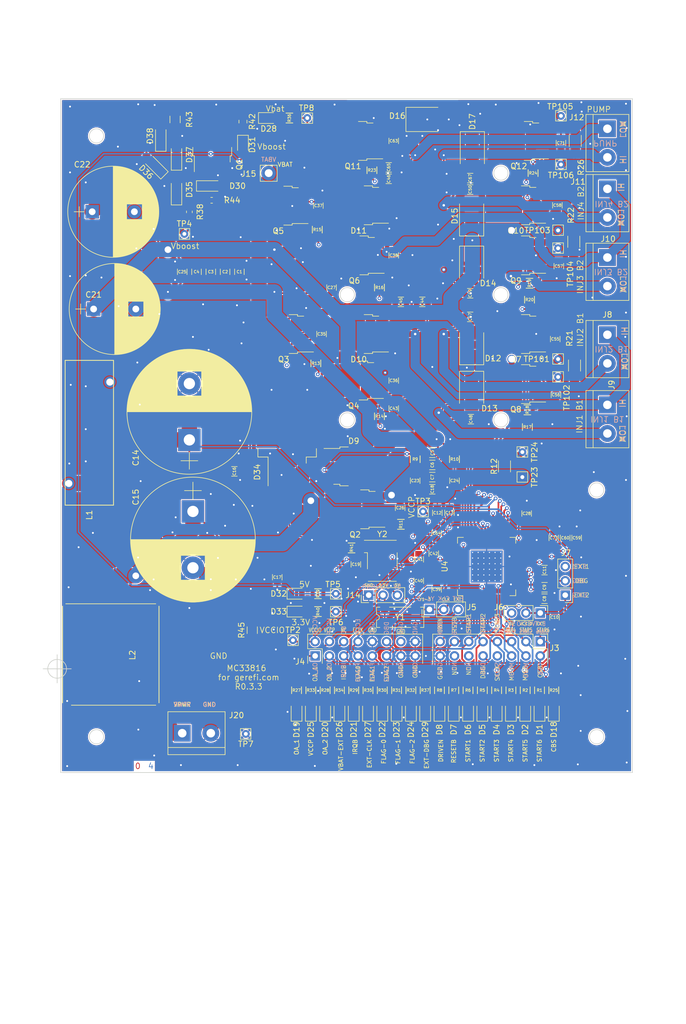
<source format=kicad_pcb>
(kicad_pcb (version 20171130) (host pcbnew "(5.1.6)-1")
  (title_block (title "Common Rail MC33816 board") (date 2020-11-26) (rev R0.3.3) (company http://gerefi.com/))
  (layers (0 F.Cu signal) (1 PWR_AN power) (2 GND power) (31 B.Cu signal) (34 B.Paste user) (35 F.Paste user) (36 B.SilkS user) (37 F.SilkS user) (38 B.Mask user) (39 F.Mask user) (44 Edge.Cuts user))
  (net 0 "")
  (net 1 GND)
  (net 2 /5V)
  (net 3 /3.3V)
  (net 4 /VCCIO)
  (net 5 /VCCP)
  (net 6 /Vbat)
  (net 7 /Vpwr)
  (net 8 /Vboost)
  (net 9 "Net-(C23-Pad1)")
  (net 10 "Net-(C24-Pad1)")
  (net 11 "Net-(C26-Pad2)")
  (net 12 "Net-(C35-Pad1)")
  (net 13 "Net-(C36-Pad1)")
  (net 14 "Net-(C37-Pad1)")
  (net 15 "Net-(C38-Pad1)")
  (net 16 "Net-(C39-Pad1)")
  (net 17 "Net-(C40-Pad1)")
  (net 18 "Net-(C41-Pad1)")
  (net 19 "Net-(C42-Pad1)")
  (net 20 "Net-(C55-Pad2)")
  (net 21 "Net-(C56-Pad2)")
  (net 22 "Net-(C57-Pad2)")
  (net 23 "Net-(C58-Pad2)")
  (net 24 "Net-(C63-Pad1)")
  (net 25 "Net-(C64-Pad2)")
  (net 26 "Net-(C71-Pad2)")
  (net 27 /START6)
  (net 28 /CSB)
  (net 29 /START5)
  (net 30 /MISO)
  (net 31 /START4)
  (net 32 /MOSI)
  (net 33 /START3)
  (net 34 /SCLK)
  (net 35 /START2)
  (net 36 /DBG_EXT2)
  (net 37 /START1)
  (net 38 /RESETB)
  (net 39 /DRVEN)
  (net 40 /OA_1)
  (net 41 /OA_2)
  (net 42 /IRQB)
  (net 43 /FLAG_0)
  (net 44 /EXT_CLK)
  (net 45 /FLAG_1)
  (net 46 /FLAG_2)
  (net 47 /DBG_EXT1)
  (net 48 /VCC2P5)
  (net 49 /BANK1_BAT)
  (net 50 /INJ_B1_HIGH)
  (net 51 /BANK2_BAT)
  (net 52 /INJ_B2_HIGH)
  (net 53 /INJ1_LOW)
  (net 54 /INJ2_LOW)
  (net 55 /INJ3_LOW)
  (net 56 /INJ4_LOW)
  (net 57 /PUMP_HIGH)
  (net 58 /PUMP_LOW)
  (net 59 /CLK)
  (net 60 /DBG)
  (net 61 /G_LS6)
  (net 62 /P_SENSE_BOOST)
  (net 63 /P_B1_SENSE)
  (net 64 /P_B2_SENSE)
  (net 65 /P_SENSE_PUMP)
  (net 66 /G_L_BOOST)
  (net 67 /G_HB1_BAT)
  (net 68 /G_HB1_BST)
  (net 69 /G_HB2_BAT)
  (net 70 /G_HB2_BST)
  (net 71 /G_L_INJ1)
  (net 72 /G_L_INJ2)
  (net 73 /G_L_INJ3)
  (net 74 /G_L_INJ4)
  (net 75 /G_PUMP)
  (net 76 /Vbuck)
  (net 77 "Net-(D1-Pad2)")
  (net 78 "Net-(D2-Pad2)")
  (net 79 "Net-(D3-Pad2)")
  (net 80 "Net-(D4-Pad2)")
  (net 81 "Net-(D5-Pad2)")
  (net 82 "Net-(D6-Pad2)")
  (net 83 "Net-(D7-Pad2)")
  (net 84 "Net-(D8-Pad2)")
  (net 85 "Net-(D18-Pad2)")
  (net 86 "Net-(D19-Pad2)")
  (net 87 "Net-(D20-Pad2)")
  (net 88 "Net-(D21-Pad2)")
  (net 89 "Net-(D22-Pad2)")
  (net 90 "Net-(D23-Pad2)")
  (net 91 "Net-(D24-Pad2)")
  (net 92 "Net-(D25-Pad2)")
  (net 93 "Net-(D26-Pad2)")
  (net 94 "Net-(D27-Pad2)")
  (net 95 "Net-(D29-Pad2)")
  (net 96 /VBAT_EXT)
  (net 97 "Net-(D28-Pad2)")
  (net 98 "Net-(D32-Pad2)")
  (net 99 "Net-(D33-Pad2)")
  (net 100 "Net-(R41-Pad2)")
  (net 101 "Net-(D30-Pad1)")
  (net 102 "Net-(D35-Pad2)")
  (net 103 "Net-(D36-Pad2)")
  (net 104 "Net-(D37-Pad2)")
  (net 105 "Net-(D38-Pad2)")
  (net 106 "Net-(D31-Pad1)")
  (net 107 "Net-(D35-Pad1)")
  (net 108 "Net-(Q1-Pad2)")
  (module Resistor_SMD:R_1206_3216Metric_Pad1.42x1.75mm_HandSolder (layer F.Cu) (at 108.331 132.207 270)
    (fp_text reference R45 (at 0 1.905 90) (layer F.SilkS))
    (fp_text value 0R010)
    (pad 2 smd roundrect (at 1.4875 0 270) (size 1.425 1.75) (layers F.Cu F.Paste F.Mask) (roundrect_rratio 0.175439) (net 4 /VCCIO))
    (pad 1 smd roundrect (at -1.4875 0 270) (size 1.425 1.75) (layers F.Cu F.Paste F.Mask) (roundrect_rratio 0.175439) (net 3 /3.3V))
  )
  (module Resistor_SMD:R_0603_1608Metric (layer F.Cu) (at 101.1175 55.88 180)
    (fp_text reference R44 (at -3.6575 0) (layer F.SilkS))
    (fp_text value 10k)
    (pad 2 smd roundrect (at 0.7875 0 180) (size 0.875 0.95) (layers F.Cu F.Paste F.Mask) (net 101 "Net-(D30-Pad1)"))
    (pad 1 smd roundrect (at -0.7875 0 180) (size 0.875 0.95) (layers F.Cu F.Paste F.Mask) (net 1 GND))
  )
  (module Resistor_SMD:R_1206_3216Metric_Pad1.42x1.75mm_HandSolder (layer F.Cu) (at 94.615 41.533 90)
    (fp_text reference R43 (at 0 2.54 90) (layer F.SilkS))
    (fp_text value 0R010)
    (pad 2 smd roundrect (at 1.4875 0 90) (size 1.425 1.75) (layers F.Cu F.Paste F.Mask) (roundrect_rratio 0.175439) (net 101 "Net-(D30-Pad1)"))
    (pad 1 smd roundrect (at -1.4875 0 90) (size 1.425 1.75) (layers F.Cu F.Paste F.Mask) (roundrect_rratio 0.175439) (net 105 "Net-(D38-Pad2)"))
  )
  (module Resistor_SMD:R_0805_2012Metric (layer F.Cu) (at 106.68 41.91 270)
    (fp_text reference R42 (at 0 -1.65 90) (layer F.SilkS))
    (fp_text value 1k)
    (pad 2 smd roundrect (at 0.9375 0 270) (size 0.975 1.4) (layers F.Cu F.Paste F.Mask) (net 106 "Net-(D31-Pad1)"))
    (pad 1 smd roundrect (at -0.9375 0 270) (size 0.975 1.4) (layers F.Cu F.Paste F.Mask) (net 108 "Net-(Q1-Pad2)"))
  )
  (module Resistor_SMD:R_0603_1608Metric (layer F.Cu) (at 97.155 57.9375 270)
    (fp_text reference R38 (at 0 -1.905 90) (layer F.SilkS))
    (fp_text value 10k)
    (pad 2 smd roundrect (at 0.7875 0 270) (size 0.875 0.95) (layers F.Cu F.Paste F.Mask) (net 8 /Vboost))
    (pad 1 smd roundrect (at -0.7875 0 270) (size 0.875 0.95) (layers F.Cu F.Paste F.Mask) (net 107 "Net-(D35-Pad1)"))
  )
  (module Package_TO_SOT_SMD:TO-252-2 (layer F.Cu) (at 101.22 45.51 90)
    (fp_text reference Q1 (at -4.02 4.825 90) (layer F.SilkS))
    (fp_text value BUK9230-100B)
    (pad 2 smd rect (at 2.1 0 90) (size 6.4 5.8) (layers F.Cu F.Mask) (net 108 "Net-(Q1-Pad2)"))
    (pad 3 smd rect (at -4.2 2.28 90) (size 2.2 1.2) (layers F.Cu F.Paste F.Mask) (net 1 GND))
    (pad 1 smd rect (at -4.2 -2.28 90) (size 2.2 1.2) (layers F.Cu F.Paste F.Mask) (net 101 "Net-(D30-Pad1)"))
  )
  (module Diode_SMD:D_MicroMELF_Handsoldering (layer F.Cu) (at 92.075 44.45 90)
    (fp_text reference D38 (at 0 -1.905 90) (layer F.SilkS))
    (fp_text value 5.7V)
    (pad 2 smd rect (at 1.45 0 90) (size 2.2 1.5) (layers F.Cu F.Paste F.Mask) (net 105 "Net-(D38-Pad2)"))
    (pad 1 smd rect (at -1.45 0 90) (size 2.2 1.5) (layers F.Cu F.Paste F.Mask) (net 104 "Net-(D37-Pad2)"))
  )
  (module Diode_SMD:D_MicroMELF_Handsoldering (layer F.Cu) (at 94.869 47.805 90)
    (fp_text reference D37 (at 0 2.286 90) (layer F.SilkS))
    (fp_text value 5.7V)
    (pad 2 smd rect (at 1.45 0 90) (size 2.2 1.5) (layers F.Cu F.Paste F.Mask) (net 104 "Net-(D37-Pad2)"))
    (pad 1 smd rect (at -1.45 0 90) (size 2.2 1.5) (layers F.Cu F.Paste F.Mask) (net 103 "Net-(D36-Pad2)"))
  )
  (module Diode_SMD:D_MicroMELF_Handsoldering (layer F.Cu) (at 90.805 49.53 135)
    (fp_text reference D36 (at 0 -1.905 135) (layer F.SilkS))
    (fp_text value 5.7V)
    (pad 2 smd rect (at 1.45 0 135) (size 2.2 1.5) (layers F.Cu F.Paste F.Mask) (net 103 "Net-(D36-Pad2)"))
    (pad 1 smd rect (at -1.45 0 135) (size 2.2 1.5) (layers F.Cu F.Paste F.Mask) (net 102 "Net-(D35-Pad2)"))
  )
  (module Diode_SMD:D_MicroMELF_Handsoldering (layer F.Cu) (at 94.869 53.975 90)
    (fp_text reference D35 (at 0 2.286 90) (layer F.SilkS))
    (fp_text value 5.7V)
    (pad 2 smd rect (at 1.45 0 90) (size 2.2 1.5) (layers F.Cu F.Paste F.Mask) (net 102 "Net-(D35-Pad2)"))
    (pad 1 smd rect (at -1.45 0 90) (size 2.2 1.5) (layers F.Cu F.Paste F.Mask) (net 107 "Net-(D35-Pad1)"))
  )
  (module Diode_SMD:D_MicroMELF_Handsoldering (layer F.Cu) (at 101.145 53.34)
    (fp_text reference D30 (at 4.572 0) (layer F.SilkS))
    (fp_text value 5.7V)
    (pad 2 smd rect (at 1.45 0) (size 2.2 1.5) (layers F.Cu F.Paste F.Mask) (net 1 GND))
    (pad 1 smd rect (at -1.45 0) (size 2.2 1.5) (layers F.Cu F.Paste F.Mask) (net 101 "Net-(D30-Pad1)"))
  )
  (module gerefi_lib:C_0805 (layer F.Cu) (at 126.746 120.523 270)
    (fp_text reference C19 (at 0 0) (layer F.SilkS) (effects (font (size 0.508 0.508) (thickness 0.1016))))
    (fp_text value 1000pF hide)
    (pad 2 smd rect (at 1 0 270) (size 1 1.25) (layers F.Cu F.Paste F.Mask) (net 1 GND))
    (pad 1 smd rect (at -1 0 270) (size 1 1.25) (layers F.Cu F.Paste F.Mask) (net 3 /3.3V))
  )
  (module gerefi_lib:R_0805 (layer F.Cu) (at 125.984 117.602)
    (fp_text reference R41 (at 0 0 90) (layer F.SilkS) (effects (font (size 0.508 0.508) (thickness 0.1016))))
    (fp_text value 10R hide)
    (pad 2 smd rect (at 0.95 0) (size 0.7 1.3) (layers F.Cu F.Paste F.Mask) (net 100 "Net-(R41-Pad2)"))
    (pad 1 smd rect (at -0.95 0) (size 0.7 1.3) (layers F.Cu F.Paste F.Mask) (net 1 GND))
  )
  (module Oscillator:Oscillator_SMD_Diodes_FN-4Pin_7.0x5.0mm (layer F.Cu) (at 131.445 119.888)
    (fp_text reference Y2 (at 0 -4.725) (layer F.SilkS))
    (fp_text value 1MHz)
    (pad 3 smd rect (at 2.2 2.54) (size 2 1.8) (layers F.Cu F.Paste F.Mask) (net 59 /CLK))
    (pad 2 smd rect (at -2.2 2.54) (size 2 1.8) (layers F.Cu F.Paste F.Mask) (net 1 GND))
    (pad 4 smd rect (at 2.2 -2.54) (size 2 1.8) (layers F.Cu F.Paste F.Mask) (net 3 /3.3V))
    (pad 1 smd rect (at -2.2 -2.54) (size 2 1.8) (layers F.Cu F.Paste F.Mask) (net 100 "Net-(R41-Pad2)"))
  )
  (module gerefi_lib:R_0805 (layer F.Cu) (at 144.272 101.854 270)
    (fp_text reference R10 (at 0 0) (layer F.SilkS) (effects (font (size 0.508 0.508) (thickness 0.1016))))
    (fp_text value 5.1R hide)
    (pad 2 smd rect (at 0.95 0 270) (size 0.7 1.3) (layers F.Cu F.Paste F.Mask) (net 10 "Net-(C24-Pad1)"))
    (pad 1 smd rect (at -0.95 0 270) (size 0.7 1.3) (layers F.Cu F.Paste F.Mask) (net 8 /Vboost))
  )
  (module gerefi_lib:R_0805 (layer F.Cu) (at 137.287 101.854 270)
    (fp_text reference R9 (at 0 0) (layer F.SilkS) (effects (font (size 0.508 0.508) (thickness 0.1016))))
    (fp_text value 5.1R hide)
    (pad 2 smd rect (at 0.95 0 270) (size 0.7 1.3) (layers F.Cu F.Paste F.Mask) (net 9 "Net-(C23-Pad1)"))
    (pad 1 smd rect (at -0.95 0 270) (size 0.7 1.3) (layers F.Cu F.Paste F.Mask) (net 76 /Vbuck))
  )
  (module gerefi_lib:C_0805 (layer F.Cu) (at 140.335 107.188 180)
    (fp_text reference C18 (at 0 0 90) (layer F.SilkS) (effects (font (size 0.508 0.508) (thickness 0.1016))))
    (fp_text value 10nF hide)
    (pad 2 smd rect (at 1 0 180) (size 1 1.25) (layers F.Cu F.Paste F.Mask) (net 62 /P_SENSE_BOOST))
    (pad 1 smd rect (at -1 0 180) (size 1 1.25) (layers F.Cu F.Paste F.Mask) (net 8 /Vboost))
  )
  (module gerefi_lib:C_0805 (layer F.Cu) (at 140.335 105.029 180)
    (fp_text reference C7 (at 0 0 90) (layer F.SilkS) (effects (font (size 0.508 0.508) (thickness 0.1016))))
    (fp_text value 100nF hide)
    (pad 2 smd rect (at 1 0 180) (size 1 1.25) (layers F.Cu F.Paste F.Mask) (net 62 /P_SENSE_BOOST))
    (pad 1 smd rect (at -1 0 180) (size 1 1.25) (layers F.Cu F.Paste F.Mask) (net 8 /Vboost))
  )
  (module gerefi_lib:C_0805 (layer F.Cu) (at 140.335 102.87 180)
    (fp_text reference C6 (at 0 0 90) (layer F.SilkS) (effects (font (size 0.508 0.508) (thickness 0.1016))))
    (fp_text value 10nF hide)
    (pad 2 smd rect (at 1 0 180) (size 1 1.25) (layers F.Cu F.Paste F.Mask) (net 62 /P_SENSE_BOOST))
    (pad 1 smd rect (at -1 0 180) (size 1 1.25) (layers F.Cu F.Paste F.Mask) (net 8 /Vboost))
  )
  (module gerefi_lib:C_0805 (layer F.Cu) (at 140.335 100.711 180)
    (fp_text reference C5 (at 0 0 90) (layer F.SilkS) (effects (font (size 0.508 0.508) (thickness 0.1016))))
    (fp_text value 100nF hide)
    (pad 2 smd rect (at 1 0 180) (size 1 1.25) (layers F.Cu F.Paste F.Mask) (net 62 /P_SENSE_BOOST))
    (pad 1 smd rect (at -1 0 180) (size 1 1.25) (layers F.Cu F.Paste F.Mask) (net 8 /Vboost))
  )
  (module Package_TO_SOT_SMD:TO-263-2 (layer F.Cu) (at 114.535 98.51 90)
    (fp_text reference D34 (at -5.63 -5.315 90) (layer F.SilkS))
    (fp_text value STTH802G-TR)
    (pad 2 smd rect (at 3.375 0 90) (size 9.4 10.8) (layers F.Cu F.Mask) (net 8 /Vboost))
    (pad 3 smd rect (at -5.775 2.54 90) (size 4.6 1.1) (layers F.Cu F.Paste F.Mask) (net 76 /Vbuck))
    (pad 1 smd rect (at -5.775 -2.54 90) (size 4.6 1.1) (layers F.Cu F.Paste F.Mask))
  )
  (module gerefi_lib:C_0805 (layer F.Cu) (at 98.425 68.58 270)
    (fp_text reference C4 (at 0 0) (layer F.SilkS) (effects (font (size 0.508 0.508) (thickness 0.1016))))
    (fp_text value 10nF hide)
    (pad 2 smd rect (at 1 0 270) (size 1 1.25) (layers F.Cu F.Paste F.Mask) (net 62 /P_SENSE_BOOST))
    (pad 1 smd rect (at -1 0 270) (size 1 1.25) (layers F.Cu F.Paste F.Mask) (net 8 /Vboost))
  )
  (module gerefi_lib:C_0805 (layer F.Cu) (at 100.965 68.58 270)
    (fp_text reference C3 (at 0 0) (layer F.SilkS) (effects (font (size 0.508 0.508) (thickness 0.1016))))
    (fp_text value 100nF hide)
    (pad 2 smd rect (at 1 0 270) (size 1 1.25) (layers F.Cu F.Paste F.Mask) (net 62 /P_SENSE_BOOST))
    (pad 1 smd rect (at -1 0 270) (size 1 1.25) (layers F.Cu F.Paste F.Mask) (net 8 /Vboost))
  )
  (module gerefi_lib:C_0805 (layer F.Cu) (at 103.505 68.58 270)
    (fp_text reference C2 (at 0 0) (layer F.SilkS) (effects (font (size 0.508 0.508) (thickness 0.1016))))
    (fp_text value 10nF hide)
    (pad 2 smd rect (at 1 0 270) (size 1 1.25) (layers F.Cu F.Paste F.Mask) (net 62 /P_SENSE_BOOST))
    (pad 1 smd rect (at -1 0 270) (size 1 1.25) (layers F.Cu F.Paste F.Mask) (net 8 /Vboost))
  )
  (module gerefi_lib:C_0805 (layer F.Cu) (at 106.045 68.58 270)
    (fp_text reference C1 (at 0 0) (layer F.SilkS) (effects (font (size 0.508 0.508) (thickness 0.1016))))
    (fp_text value 100nF hide)
    (pad 2 smd rect (at 1 0 270) (size 1 1.25) (layers F.Cu F.Paste F.Mask) (net 62 /P_SENSE_BOOST))
    (pad 1 smd rect (at -1 0 270) (size 1 1.25) (layers F.Cu F.Paste F.Mask) (net 8 /Vboost))
  )
  (module Package_TO_SOT_SMD:TO-252-2 (layer F.Cu) (at 155.695 45.339 180)
    (fp_text reference Q12 (at 0 -4.5) (layer F.SilkS))
    (fp_text value BUK9230-100B)
    (pad 2 smd rect (at 2.1 0 180) (size 6.4 5.8) (layers F.Cu F.Mask) (net 58 /PUMP_LOW))
    (pad 3 smd rect (at -4.2 2.28 180) (size 2.2 1.2) (layers F.Cu F.Paste F.Mask) (net 65 /P_SENSE_PUMP))
    (pad 1 smd rect (at -4.2 -2.28 180) (size 2.2 1.2) (layers F.Cu F.Paste F.Mask) (net 26 "Net-(C71-Pad2)"))
  )
  (module Package_TO_SOT_SMD:TO-252-2 (layer F.Cu) (at 126.231 45.339 180)
    (fp_text reference Q11 (at 0 -4.5) (layer F.SilkS))
    (fp_text value BUK9230-100B)
    (pad 2 smd rect (at 2.1 0 180) (size 6.4 5.8) (layers F.Cu F.Mask) (net 6 /Vbat))
    (pad 3 smd rect (at -4.2 2.28 180) (size 2.2 1.2) (layers F.Cu F.Paste F.Mask) (net 57 /PUMP_HIGH))
    (pad 1 smd rect (at -4.2 -2.28 180) (size 2.2 1.2) (layers F.Cu F.Paste F.Mask) (net 24 "Net-(C63-Pad1)"))
  )
  (module Package_TO_SOT_SMD:TO-252-2 (layer F.Cu) (at 155.187 56.769 180)
    (fp_text reference Q10 (at 0 -4.5) (layer F.SilkS))
    (fp_text value BUK9230-100B)
    (pad 2 smd rect (at 2.1 0 180) (size 6.4 5.8) (layers F.Cu F.Mask) (net 56 /INJ4_LOW))
    (pad 3 smd rect (at -4.2 2.28 180) (size 2.2 1.2) (layers F.Cu F.Paste F.Mask) (net 64 /P_B2_SENSE))
    (pad 1 smd rect (at -4.2 -2.28 180) (size 2.2 1.2) (layers F.Cu F.Paste F.Mask) (net 23 "Net-(C58-Pad2)"))
  )
  (module Package_TO_SOT_SMD:TO-252-2 (layer F.Cu) (at 155.187 65.659 180)
    (fp_text reference Q9 (at 0 -4.5) (layer F.SilkS))
    (fp_text value BUK9230-100B)
    (pad 2 smd rect (at 2.1 0 180) (size 6.4 5.8) (layers F.Cu F.Mask) (net 55 /INJ3_LOW))
    (pad 3 smd rect (at -4.2 2.28 180) (size 2.2 1.2) (layers F.Cu F.Paste F.Mask) (net 64 /P_B2_SENSE))
    (pad 1 smd rect (at -4.2 -2.28 180) (size 2.2 1.2) (layers F.Cu F.Paste F.Mask) (net 22 "Net-(C57-Pad2)"))
  )
  (module Package_TO_SOT_SMD:TO-252-2 (layer F.Cu) (at 155.187 88.519 180)
    (fp_text reference Q8 (at 0 -4.5) (layer F.SilkS))
    (fp_text value BUK9230-100B)
    (pad 2 smd rect (at 2.1 0 180) (size 6.4 5.8) (layers F.Cu F.Mask) (net 53 /INJ1_LOW))
    (pad 3 smd rect (at -4.2 2.28 180) (size 2.2 1.2) (layers F.Cu F.Paste F.Mask) (net 63 /P_B1_SENSE))
    (pad 1 smd rect (at -4.2 -2.28 180) (size 2.2 1.2) (layers F.Cu F.Paste F.Mask) (net 21 "Net-(C56-Pad2)"))
  )
  (module Package_TO_SOT_SMD:TO-252-2 (layer F.Cu) (at 155.187 79.629 180)
    (fp_text reference Q7 (at 0 -4.5) (layer F.SilkS))
    (fp_text value BUK9230-100B)
    (pad 2 smd rect (at 2.1 0 180) (size 6.4 5.8) (layers F.Cu F.Mask) (net 54 /INJ2_LOW))
    (pad 3 smd rect (at -4.2 2.28 180) (size 2.2 1.2) (layers F.Cu F.Paste F.Mask) (net 63 /P_B1_SENSE))
    (pad 1 smd rect (at -4.2 -2.28 180) (size 2.2 1.2) (layers F.Cu F.Paste F.Mask) (net 20 "Net-(C55-Pad2)"))
  )
  (module Package_TO_SOT_SMD:TO-252-2 (layer F.Cu) (at 126.485 65.659 180)
    (fp_text reference Q6 (at 0 -4.5) (layer F.SilkS))
    (fp_text value BUK9230-100B)
    (pad 2 smd rect (at 2.1 0 180) (size 6.4 5.8) (layers F.Cu F.Mask) (net 8 /Vboost))
    (pad 3 smd rect (at -4.2 2.28 180) (size 2.2 1.2) (layers F.Cu F.Paste F.Mask) (net 52 /INJ_B2_HIGH))
    (pad 1 smd rect (at -4.2 -2.28 180) (size 2.2 1.2) (layers F.Cu F.Paste F.Mask) (net 15 "Net-(C38-Pad1)"))
  )
  (module Package_TO_SOT_SMD:TO-252-2 (layer F.Cu) (at 112.9595 56.8325 180)
    (fp_text reference Q5 (at 0 -4.5) (layer F.SilkS))
    (fp_text value BUK9230-100B)
    (pad 2 smd rect (at 2.1 0 180) (size 6.4 5.8) (layers F.Cu F.Mask) (net 6 /Vbat))
    (pad 3 smd rect (at -4.2 2.28 180) (size 2.2 1.2) (layers F.Cu F.Paste F.Mask) (net 51 /BANK2_BAT))
    (pad 1 smd rect (at -4.2 -2.28 180) (size 2.2 1.2) (layers F.Cu F.Paste F.Mask) (net 14 "Net-(C37-Pad1)"))
  )
  (module Package_TO_SOT_SMD:TO-252-2 (layer F.Cu) (at 126.358 87.884 180)
    (fp_text reference Q4 (at 0 -4.5) (layer F.SilkS))
    (fp_text value BUK9230-100B)
    (pad 2 smd rect (at 2.1 0 180) (size 6.4 5.8) (layers F.Cu F.Mask) (net 8 /Vboost))
    (pad 3 smd rect (at -4.2 2.28 180) (size 2.2 1.2) (layers F.Cu F.Paste F.Mask) (net 50 /INJ_B1_HIGH))
    (pad 1 smd rect (at -4.2 -2.28 180) (size 2.2 1.2) (layers F.Cu F.Paste F.Mask) (net 13 "Net-(C36-Pad1)"))
  )
  (module Package_TO_SOT_SMD:TO-252-2 (layer F.Cu) (at 113.912 79.629 180)
    (fp_text reference Q3 (at 0 -4.5) (layer F.SilkS))
    (fp_text value BUK9230-100B)
    (pad 2 smd rect (at 2.1 0 180) (size 6.4 5.8) (layers F.Cu F.Mask) (net 6 /Vbat))
    (pad 3 smd rect (at -4.2 2.28 180) (size 2.2 1.2) (layers F.Cu F.Paste F.Mask) (net 49 /BANK1_BAT))
    (pad 1 smd rect (at -4.2 -2.28 180) (size 2.2 1.2) (layers F.Cu F.Paste F.Mask) (net 12 "Net-(C35-Pad1)"))
  )
  (module Package_TO_SOT_SMD:TO-252-2 (layer F.Cu) (at 126.612 110.744 180)
    (fp_text reference Q2 (at 0 -4.5) (layer F.SilkS))
    (fp_text value BUK9230-100B)
    (pad 2 smd rect (at 2.1 0 180) (size 6.4 5.8) (layers F.Cu F.Mask) (net 76 /Vbuck))
    (pad 3 smd rect (at -4.2 2.28 180) (size 2.2 1.2) (layers F.Cu F.Paste F.Mask) (net 62 /P_SENSE_BOOST))
    (pad 1 smd rect (at -4.2 -2.28 180) (size 2.2 1.2) (layers F.Cu F.Paste F.Mask) (net 11 "Net-(C26-Pad2)"))
  )
  (module Package_TO_SOT_SMD:TO-252-2 (layer F.Cu) (at 127.247 56.769 180)
    (fp_text reference D11 (at 0 -4.5) (layer F.SilkS))
    (fp_text value SBR10200CTL)
    (pad 2 smd rect (at 2.1 0 180) (size 6.4 5.8) (layers F.Cu F.Mask) (net 52 /INJ_B2_HIGH))
    (pad 3 smd rect (at -4.2 2.28 180) (size 2.2 1.2) (layers F.Cu F.Paste F.Mask) (net 51 /BANK2_BAT))
    (pad 1 smd rect (at -4.2 -2.28 180) (size 2.2 1.2) (layers F.Cu F.Paste F.Mask) (net 1 GND))
  )
  (module Package_TO_SOT_SMD:TO-252-2 (layer F.Cu) (at 127.247 79.629 180)
    (fp_text reference D10 (at 0 -4.5) (layer F.SilkS))
    (fp_text value SBR10200CTL)
    (pad 2 smd rect (at 2.1 0 180) (size 6.4 5.8) (layers F.Cu F.Mask) (net 50 /INJ_B1_HIGH))
    (pad 3 smd rect (at -4.2 2.28 180) (size 2.2 1.2) (layers F.Cu F.Paste F.Mask) (net 49 /BANK1_BAT))
    (pad 1 smd rect (at -4.2 -2.28 180) (size 2.2 1.2) (layers F.Cu F.Paste F.Mask) (net 1 GND))
  )
  (module Package_TO_SOT_SMD:TO-252-2 (layer F.Cu) (at 126.375 103.124)
    (fp_text reference D9 (at 0 -4.5) (layer F.SilkS))
    (fp_text value FFD10UP20S)
    (pad 2 smd rect (at 2.1 0) (size 6.4 5.8) (layers F.Cu F.Mask) (net 8 /Vboost))
    (pad 3 smd rect (at -4.2 2.28) (size 2.2 1.2) (layers F.Cu F.Paste F.Mask) (net 76 /Vbuck))
    (pad 1 smd rect (at -4.2 -2.28) (size 2.2 1.2) (layers F.Cu F.Paste F.Mask) (net 8 /Vboost))
  )
  (module Connector_Pin:Pin_D0.7mm_L6.5mm_W1.8mm_FlatFork (layer F.Cu) (at 118.11 41.275 90)
    (fp_text reference TP8 (at 1.778 -0.127 180) (layer F.SilkS))
    (fp_text value CONN_01X01)
    (pad 1 thru_hole circle (at 0 0 90) (size 1.4 1.4) (drill 0.7) (layers *.Cu *.Mask) (net 6 /Vbat))
  )
  (module Connector_Pin:Pin_D0.7mm_L6.5mm_W1.8mm_FlatFork (layer F.Cu) (at 163.195 49.53 270)
    (fp_text reference TP106 (at 1.905 0 180) (layer F.SilkS))
    (fp_text value CONN_01X01)
    (pad 1 thru_hole circle (at 0 0 270) (size 1.4 1.4) (drill 0.7) (layers *.Cu *.Mask) (net 1 GND))
  )
  (module Connector_Pin:Pin_D0.7mm_L6.5mm_W1.8mm_FlatFork (layer F.Cu) (at 163.195 40.894 270)
    (fp_text reference TP105 (at -1.651 0.127 180) (layer F.SilkS))
    (fp_text value CONN_01X01)
    (pad 1 thru_hole circle (at 0 0 270) (size 1.4 1.4) (drill 0.7) (layers *.Cu *.Mask) (net 65 /P_SENSE_PUMP))
  )
  (module Connector_Pin:Pin_D0.7mm_L6.5mm_W1.8mm_FlatFork (layer F.Cu) (at 162.687 64.389 270)
    (fp_text reference TP104 (at 4.572 -2.159 90) (layer F.SilkS))
    (fp_text value CONN_01X01)
    (pad 1 thru_hole circle (at 0 0 270) (size 1.4 1.4) (drill 0.7) (layers *.Cu *.Mask) (net 1 GND))
  )
  (module Connector_Pin:Pin_D0.7mm_L6.5mm_W1.8mm_FlatFork (layer F.Cu) (at 162.687 61.214 270)
    (fp_text reference TP103 (at 0 3.683 180) (layer F.SilkS))
    (fp_text value CONN_01X01)
    (pad 1 thru_hole circle (at 0 0 270) (size 1.4 1.4) (drill 0.7) (layers *.Cu *.Mask) (net 64 /P_B2_SENSE))
  )
  (module Connector_Pin:Pin_D0.7mm_L6.5mm_W1.8mm_FlatFork (layer F.Cu) (at 162.687 87.249 270)
    (fp_text reference TP102 (at 3.683 -1.524 270) (layer F.SilkS))
    (fp_text value CONN_01X01)
    (pad 1 thru_hole circle (at 0 0 270) (size 1.4 1.4) (drill 0.7) (layers *.Cu *.Mask) (net 1 GND))
  )
  (module Connector_Pin:Pin_D0.7mm_L6.5mm_W1.8mm_FlatFork (layer F.Cu) (at 162.687 84.074 270)
    (fp_text reference TP101 (at 0 3.81 180) (layer F.SilkS))
    (fp_text value CONN_01X01)
    (pad 1 thru_hole circle (at 0 0 270) (size 1.4 1.4) (drill 0.7) (layers *.Cu *.Mask) (net 63 /P_B1_SENSE))
  )
  (module Connector_Pin:Pin_D0.7mm_L6.5mm_W1.8mm_FlatFork (layer F.Cu) (at 156.337 100.584 270)
    (fp_text reference TP24 (at 0 -2.159 90) (layer F.SilkS))
    (fp_text value CONN_01X01)
    (pad 1 thru_hole circle (at 0 0 270) (size 1.4 1.4) (drill 0.7) (layers *.Cu *.Mask) (net 1 GND))
  )
  (module Connector_Pin:Pin_D0.7mm_L6.5mm_W1.8mm_FlatFork (layer F.Cu) (at 156.337 105.029 270)
    (fp_text reference TP23 (at 0 -2.159 90) (layer F.SilkS))
    (fp_text value CONN_01X01)
    (pad 1 thru_hole circle (at 0 0 270) (size 1.4 1.4) (drill 0.7) (layers *.Cu *.Mask) (net 62 /P_SENSE_BOOST))
  )
  (module Connector_Pin:Pin_D0.7mm_L6.5mm_W1.8mm_FlatFork (layer F.Cu) (at 107.188 150.622)
    (fp_text reference TP7 (at 0 1.8) (layer F.SilkS))
    (fp_text value CONN_01X01)
    (pad 1 thru_hole circle (at 0 0) (size 1.4 1.4) (drill 0.7) (layers *.Cu *.Mask) (net 1 GND))
  )
  (module Connector_Pin:Pin_D0.7mm_L6.5mm_W1.8mm_FlatFork (layer F.Cu) (at 123.19 128.905 90)
    (fp_text reference TP6 (at -1.905 0 180) (layer F.SilkS))
    (fp_text value CONN_01X01)
    (pad 1 thru_hole circle (at 0 0 90) (size 1.4 1.4) (drill 0.7) (layers *.Cu *.Mask) (net 3 /3.3V))
  )
  (module Connector_Pin:Pin_D0.7mm_L6.5mm_W1.8mm_FlatFork (layer F.Cu) (at 123.19 125.73 90)
    (fp_text reference TP5 (at 1.651 -0.508 180) (layer F.SilkS))
    (fp_text value CONN_01X01)
    (pad 1 thru_hole circle (at 0 0 90) (size 1.4 1.4) (drill 0.7) (layers *.Cu *.Mask) (net 2 /5V))
  )
  (module Connector_Pin:Pin_D0.7mm_L6.5mm_W1.8mm_FlatFork (layer F.Cu) (at 96.266 61.849 180)
    (fp_text reference TP4 (at 0 1.8) (layer F.SilkS))
    (fp_text value CONN_01X01)
    (pad 1 thru_hole circle (at 0 0 180) (size 1.4 1.4) (drill 0.7) (layers *.Cu *.Mask) (net 8 /Vboost))
  )
  (module Connector_Pin:Pin_D0.7mm_L6.5mm_W1.8mm_FlatFork (layer F.Cu) (at 138.684 111.125 180)
    (fp_text reference TP3 (at 0 1.8) (layer F.SilkS))
    (fp_text value CONN_01X01)
    (pad 1 thru_hole circle (at 0 0 180) (size 1.4 1.4) (drill 0.7) (layers *.Cu *.Mask) (net 5 /VCCP))
  )
  (module Connector_Pin:Pin_D0.7mm_L6.5mm_W1.8mm_FlatFork (layer F.Cu) (at 115.57 133.985 180)
    (fp_text reference TP2 (at 0 1.8) (layer F.SilkS))
    (fp_text value CONN_01X01)
    (pad 1 thru_hole circle (at 0 0 180) (size 1.4 1.4) (drill 0.7) (layers *.Cu *.Mask) (net 4 /VCCIO))
  )
  (module gerefi_lib:R_0805 (layer F.Cu) (at 120.015 128.905)
    (fp_text reference R40 (at 0 0 90) (layer F.SilkS) (effects (font (size 0.508 0.508) (thickness 0.1016))))
    (fp_text value 1k hide)
    (pad 2 smd rect (at 0.95 0) (size 0.7 1.3) (layers F.Cu F.Paste F.Mask) (net 3 /3.3V))
    (pad 1 smd rect (at -0.95 0) (size 0.7 1.3) (layers F.Cu F.Paste F.Mask) (net 99 "Net-(D33-Pad2)"))
  )
  (module gerefi_lib:R_0805 (layer F.Cu) (at 120.015 125.73)
    (fp_text reference R39 (at 0 0 90) (layer F.SilkS) (effects (font (size 0.508 0.508) (thickness 0.1016))))
    (fp_text value 1k hide)
    (pad 2 smd rect (at 0.95 0) (size 0.7 1.3) (layers F.Cu F.Paste F.Mask) (net 2 /5V))
    (pad 1 smd rect (at -0.95 0) (size 0.7 1.3) (layers F.Cu F.Paste F.Mask) (net 98 "Net-(D32-Pad2)"))
  )
  (module gerefi_lib:R_0805 (layer F.Cu) (at 114.935 41.275)
    (fp_text reference R36 (at 0 0 90) (layer F.SilkS) (effects (font (size 0.508 0.508) (thickness 0.1016))))
    (fp_text value 1k hide)
    (pad 2 smd rect (at 0.95 0) (size 0.7 1.3) (layers F.Cu F.Paste F.Mask) (net 6 /Vbat))
    (pad 1 smd rect (at -0.95 0) (size 0.7 1.3) (layers F.Cu F.Paste F.Mask) (net 97 "Net-(D28-Pad2)"))
  )
  (module LED_SMD:LED_0805_2012Metric (layer F.Cu) (at 116.205 128.905)
    (fp_text reference D33 (at -3.175 0) (layer F.SilkS))
    (fp_text value LED_Small)
    (pad 2 smd roundrect (at 0.9375 0) (size 0.975 1.4) (layers F.Cu F.Paste F.Mask) (net 99 "Net-(D33-Pad2)"))
    (pad 1 smd roundrect (at -0.9375 0) (size 0.975 1.4) (layers F.Cu F.Paste F.Mask) (net 1 GND))
  )
  (module LED_SMD:LED_0805_2012Metric (layer F.Cu) (at 116.205 125.73)
    (fp_text reference D32 (at -3.175 0) (layer F.SilkS))
    (fp_text value LED_Small)
    (pad 2 smd roundrect (at 0.9375 0) (size 0.975 1.4) (layers F.Cu F.Paste F.Mask) (net 98 "Net-(D32-Pad2)"))
    (pad 1 smd roundrect (at -0.9375 0) (size 0.975 1.4) (layers F.Cu F.Paste F.Mask) (net 1 GND))
  )
  (module LED_SMD:LED_0805_2012Metric (layer F.Cu) (at 111.125 41.275)
    (fp_text reference D28 (at 0.127 1.905) (layer F.SilkS))
    (fp_text value LED_Small)
    (pad 2 smd roundrect (at 0.9375 0) (size 0.975 1.4) (layers F.Cu F.Paste F.Mask) (net 97 "Net-(D28-Pad2)"))
    (pad 1 smd roundrect (at -0.9375 0) (size 0.975 1.4) (layers F.Cu F.Paste F.Mask) (net 1 GND))
  )
  (module gerefi_lib:R_0805 (layer F.Cu) (at 139.065 142.875 90)
    (fp_text reference R37 (at 0 0) (layer F.SilkS) (effects (font (size 0.508 0.508) (thickness 0.1016))))
    (fp_text value 1k hide)
    (pad 2 smd rect (at 0.95 0 90) (size 0.7 1.3) (layers F.Cu F.Paste F.Mask) (net 47 /DBG_EXT1))
    (pad 1 smd rect (at -0.95 0 90) (size 0.7 1.3) (layers F.Cu F.Paste F.Mask) (net 95 "Net-(D29-Pad2)"))
  )
  (module gerefi_lib:R_0805 (layer F.Cu) (at 128.905 142.875 90)
    (fp_text reference R35 (at 0 0) (layer F.SilkS) (effects (font (size 0.508 0.508) (thickness 0.1016))))
    (fp_text value 1k hide)
    (pad 2 smd rect (at 0.95 0 90) (size 0.7 1.3) (layers F.Cu F.Paste F.Mask) (net 44 /EXT_CLK))
    (pad 1 smd rect (at -0.95 0 90) (size 0.7 1.3) (layers F.Cu F.Paste F.Mask) (net 94 "Net-(D27-Pad2)"))
  )
  (module gerefi_lib:R_0805 (layer F.Cu) (at 123.825 142.875 90)
    (fp_text reference R34 (at 0 0) (layer F.SilkS) (effects (font (size 0.508 0.508) (thickness 0.1016))))
    (fp_text value 1k hide)
    (pad 2 smd rect (at 0.95 0 90) (size 0.7 1.3) (layers F.Cu F.Paste F.Mask) (net 96 /VBAT_EXT))
    (pad 1 smd rect (at -0.95 0 90) (size 0.7 1.3) (layers F.Cu F.Paste F.Mask) (net 93 "Net-(D26-Pad2)"))
  )
  (module gerefi_lib:R_0805 (layer F.Cu) (at 118.745 142.875 90)
    (fp_text reference R33 (at 0 0) (layer F.SilkS) (effects (font (size 0.508 0.508) (thickness 0.1016))))
    (fp_text value 1k hide)
    (pad 2 smd rect (at 0.95 0 90) (size 0.7 1.3) (layers F.Cu F.Paste F.Mask) (net 5 /VCCP))
    (pad 1 smd rect (at -0.95 0 90) (size 0.7 1.3) (layers F.Cu F.Paste F.Mask) (net 92 "Net-(D25-Pad2)"))
  )
  (module gerefi_lib:R_0805 (layer F.Cu) (at 136.525 142.875 90)
    (fp_text reference R32 (at 0 0) (layer F.SilkS) (effects (font (size 0.508 0.508) (thickness 0.1016))))
    (fp_text value 1k hide)
    (pad 2 smd rect (at 0.95 0 90) (size 0.7 1.3) (layers F.Cu F.Paste F.Mask) (net 46 /FLAG_2))
    (pad 1 smd rect (at -0.95 0 90) (size 0.7 1.3) (layers F.Cu F.Paste F.Mask) (net 91 "Net-(D24-Pad2)"))
  )
  (module gerefi_lib:R_0805 (layer F.Cu) (at 133.985 142.875 90)
    (fp_text reference R31 (at 0 0) (layer F.SilkS) (effects (font (size 0.508 0.508) (thickness 0.1016))))
    (fp_text value 1k hide)
    (pad 2 smd rect (at 0.95 0 90) (size 0.7 1.3) (layers F.Cu F.Paste F.Mask) (net 45 /FLAG_1))
    (pad 1 smd rect (at -0.95 0 90) (size 0.7 1.3) (layers F.Cu F.Paste F.Mask) (net 90 "Net-(D23-Pad2)"))
  )
  (module gerefi_lib:R_0805 (layer F.Cu) (at 131.445 142.875 90)
    (fp_text reference R30 (at 0 0) (layer F.SilkS) (effects (font (size 0.508 0.508) (thickness 0.1016))))
    (fp_text value 1k hide)
    (pad 2 smd rect (at 0.95 0 90) (size 0.7 1.3) (layers F.Cu F.Paste F.Mask) (net 43 /FLAG_0))
    (pad 1 smd rect (at -0.95 0 90) (size 0.7 1.3) (layers F.Cu F.Paste F.Mask) (net 89 "Net-(D22-Pad2)"))
  )
  (module gerefi_lib:R_0805 (layer F.Cu) (at 126.365 142.875 90)
    (fp_text reference R29 (at 0 0) (layer F.SilkS) (effects (font (size 0.508 0.508) (thickness 0.1016))))
    (fp_text value 1k hide)
    (pad 2 smd rect (at 0.95 0 90) (size 0.7 1.3) (layers F.Cu F.Paste F.Mask) (net 42 /IRQB))
    (pad 1 smd rect (at -0.95 0 90) (size 0.7 1.3) (layers F.Cu F.Paste F.Mask) (net 88 "Net-(D21-Pad2)"))
  )
  (module gerefi_lib:R_0805 (layer F.Cu) (at 121.285 142.875 90)
    (fp_text reference R28 (at 0 0) (layer F.SilkS) (effects (font (size 0.508 0.508) (thickness 0.1016))))
    (fp_text value 1k hide)
    (pad 2 smd rect (at 0.95 0 90) (size 0.7 1.3) (layers F.Cu F.Paste F.Mask) (net 41 /OA_2))
    (pad 1 smd rect (at -0.95 0 90) (size 0.7 1.3) (layers F.Cu F.Paste F.Mask) (net 87 "Net-(D20-Pad2)"))
  )
  (module gerefi_lib:R_0805 (layer F.Cu) (at 116.205 142.875 90)
    (fp_text reference R27 (at 0 0) (layer F.SilkS) (effects (font (size 0.508 0.508) (thickness 0.1016))))
    (fp_text value 1k hide)
    (pad 2 smd rect (at 0.95 0 90) (size 0.7 1.3) (layers F.Cu F.Paste F.Mask) (net 40 /OA_1))
    (pad 1 smd rect (at -0.95 0 90) (size 0.7 1.3) (layers F.Cu F.Paste F.Mask) (net 86 "Net-(D19-Pad2)"))
  )
  (module gerefi_lib:R_0805 (layer F.Cu) (at 161.925 142.875 90)
    (fp_text reference R25 (at 0 0) (layer F.SilkS) (effects (font (size 0.508 0.508) (thickness 0.1016))))
    (fp_text value 1k hide)
    (pad 2 smd rect (at 0.95 0 90) (size 0.7 1.3) (layers F.Cu F.Paste F.Mask) (net 28 /CSB))
    (pad 1 smd rect (at -0.95 0 90) (size 0.7 1.3) (layers F.Cu F.Paste F.Mask) (net 85 "Net-(D18-Pad2)"))
  )
  (module gerefi_lib:R_0805 (layer F.Cu) (at 158.242 51.054 270)
    (fp_text reference R24 (at 0 0) (layer F.SilkS) (effects (font (size 0.508 0.508) (thickness 0.1016))))
    (fp_text value 10R hide)
    (pad 2 smd rect (at 0.95 0 270) (size 0.7 1.3) (layers F.Cu F.Paste F.Mask) (net 75 /G_PUMP))
    (pad 1 smd rect (at -0.95 0 270) (size 0.7 1.3) (layers F.Cu F.Paste F.Mask) (net 26 "Net-(C71-Pad2)"))
  )
  (module gerefi_lib:R_0805 (layer F.Cu) (at 129.6035 50.546 270)
    (fp_text reference R23 (at 0 0) (layer F.SilkS) (effects (font (size 0.508 0.508) (thickness 0.1016))))
    (fp_text value 10R hide)
    (pad 2 smd rect (at 0.95 0 270) (size 0.7 1.3) (layers F.Cu F.Paste F.Mask) (net 61 /G_LS6))
    (pad 1 smd rect (at -0.95 0 270) (size 0.7 1.3) (layers F.Cu F.Paste F.Mask) (net 24 "Net-(C63-Pad1)"))
  )
  (module gerefi_lib:R_0805 (layer F.Cu) (at 157.607 73.533 270)
    (fp_text reference R20 (at 0 0) (layer F.SilkS) (effects (font (size 0.508 0.508) (thickness 0.1016))))
    (fp_text value 10R hide)
    (pad 2 smd rect (at 0.95 0 270) (size 0.7 1.3) (layers F.Cu F.Paste F.Mask) (net 74 /G_L_INJ4))
    (pad 1 smd rect (at -0.95 0 270) (size 0.7 1.3) (layers F.Cu F.Paste F.Mask) (net 23 "Net-(C58-Pad2)"))
  )
  (module gerefi_lib:R_0805 (layer F.Cu) (at 157.607 70.612 180)
    (fp_text reference R19 (at 0 0 90) (layer F.SilkS) (effects (font (size 0.508 0.508) (thickness 0.1016))))
    (fp_text value 10R hide)
    (pad 2 smd rect (at 0.95 0 180) (size 0.7 1.3) (layers F.Cu F.Paste F.Mask) (net 73 /G_L_INJ3))
    (pad 1 smd rect (at -0.95 0 180) (size 0.7 1.3) (layers F.Cu F.Paste F.Mask) (net 22 "Net-(C57-Pad2)"))
  )
  (module gerefi_lib:R_0805 (layer F.Cu) (at 157.226 93.091 180)
    (fp_text reference R18 (at 0 0 90) (layer F.SilkS) (effects (font (size 0.508 0.508) (thickness 0.1016))))
    (fp_text value 10R hide)
    (pad 2 smd rect (at 0.95 0 180) (size 0.7 1.3) (layers F.Cu F.Paste F.Mask) (net 71 /G_L_INJ1))
    (pad 1 smd rect (at -0.95 0 180) (size 0.7 1.3) (layers F.Cu F.Paste F.Mask) (net 21 "Net-(C56-Pad2)"))
  )
  (module gerefi_lib:R_0805 (layer F.Cu) (at 157.226 96.139 270)
    (fp_text reference R17 (at 0 0) (layer F.SilkS) (effects (font (size 0.508 0.508) (thickness 0.1016))))
    (fp_text value 10R hide)
    (pad 2 smd rect (at 0.95 0 270) (size 0.7 1.3) (layers F.Cu F.Paste F.Mask) (net 72 /G_L_INJ2))
    (pad 1 smd rect (at -0.95 0 270) (size 0.7 1.3) (layers F.Cu F.Paste F.Mask) (net 20 "Net-(C55-Pad2)"))
  )
  (module gerefi_lib:R_0805 (layer F.Cu) (at 130.937 71.374 270)
    (fp_text reference R16 (at 0 0) (layer F.SilkS) (effects (font (size 0.508 0.508) (thickness 0.1016))))
    (fp_text value 10R hide)
    (pad 2 smd rect (at 0.95 0 270) (size 0.7 1.3) (layers F.Cu F.Paste F.Mask) (net 70 /G_HB2_BST))
    (pad 1 smd rect (at -0.95 0 270) (size 0.7 1.3) (layers F.Cu F.Paste F.Mask) (net 15 "Net-(C38-Pad1)"))
  )
  (module gerefi_lib:R_0805 (layer F.Cu) (at 119.888 61.087 270)
    (fp_text reference R15 (at 0 0) (layer F.SilkS) (effects (font (size 0.508 0.508) (thickness 0.1016))))
    (fp_text value 10R hide)
    (pad 2 smd rect (at 0.95 0 270) (size 0.7 1.3) (layers F.Cu F.Paste F.Mask) (net 69 /G_HB2_BAT))
    (pad 1 smd rect (at -0.95 0 270) (size 0.7 1.3) (layers F.Cu F.Paste F.Mask) (net 14 "Net-(C37-Pad1)"))
  )
  (module gerefi_lib:R_0805 (layer F.Cu) (at 130.937 94.234 270)
    (fp_text reference R14 (at 0 0) (layer F.SilkS) (effects (font (size 0.508 0.508) (thickness 0.1016))))
    (fp_text value 10R hide)
    (pad 2 smd rect (at 0.95 0 270) (size 0.7 1.3) (layers F.Cu F.Paste F.Mask) (net 68 /G_HB1_BST))
    (pad 1 smd rect (at -0.95 0 270) (size 0.7 1.3) (layers F.Cu F.Paste F.Mask) (net 13 "Net-(C36-Pad1)"))
  )
  (module gerefi_lib:R_0805 (layer F.Cu) (at 119.634 84.836 270)
    (fp_text reference R13 (at 0 0) (layer F.SilkS) (effects (font (size 0.508 0.508) (thickness 0.1016))))
    (fp_text value 10R hide)
    (pad 2 smd rect (at 0.95 0 270) (size 0.7 1.3) (layers F.Cu F.Paste F.Mask) (net 67 /G_HB1_BAT))
    (pad 1 smd rect (at -0.95 0 270) (size 0.7 1.3) (layers F.Cu F.Paste F.Mask) (net 12 "Net-(C35-Pad1)"))
  )
  (module gerefi_lib:R_0805 (layer F.Cu) (at 134.747 113.411)
    (fp_text reference R11 (at 0 0 90) (layer F.SilkS) (effects (font (size 0.508 0.508) (thickness 0.1016))))
    (fp_text value 10R hide)
    (pad 2 smd rect (at 0.95 0) (size 0.7 1.3) (layers F.Cu F.Paste F.Mask) (net 66 /G_L_BOOST))
    (pad 1 smd rect (at -0.95 0) (size 0.7 1.3) (layers F.Cu F.Paste F.Mask) (net 11 "Net-(C26-Pad2)"))
  )
  (module gerefi_lib:R_0805 (layer F.Cu) (at 141.605 142.875 90)
    (fp_text reference R8 (at 0 0) (layer F.SilkS) (effects (font (size 0.508 0.508) (thickness 0.1016))))
    (fp_text value 1k hide)
    (pad 2 smd rect (at 0.95 0 90) (size 0.7 1.3) (layers F.Cu F.Paste F.Mask) (net 39 /DRVEN))
    (pad 1 smd rect (at -0.95 0 90) (size 0.7 1.3) (layers F.Cu F.Paste F.Mask) (net 84 "Net-(D8-Pad2)"))
  )
  (module gerefi_lib:R_0805 (layer F.Cu) (at 144.145 142.875 90)
    (fp_text reference R7 (at 0 0) (layer F.SilkS) (effects (font (size 0.508 0.508) (thickness 0.1016))))
    (fp_text value 1k hide)
    (pad 2 smd rect (at 0.95 0 90) (size 0.7 1.3) (layers F.Cu F.Paste F.Mask) (net 38 /RESETB))
    (pad 1 smd rect (at -0.95 0 90) (size 0.7 1.3) (layers F.Cu F.Paste F.Mask) (net 83 "Net-(D7-Pad2)"))
  )
  (module gerefi_lib:R_0805 (layer F.Cu) (at 146.685 142.875 90)
    (fp_text reference R6 (at 0 0) (layer F.SilkS) (effects (font (size 0.508 0.508) (thickness 0.1016))))
    (fp_text value 1k hide)
    (pad 2 smd rect (at 0.95 0 90) (size 0.7 1.3) (layers F.Cu F.Paste F.Mask) (net 37 /START1))
    (pad 1 smd rect (at -0.95 0 90) (size 0.7 1.3) (layers F.Cu F.Paste F.Mask) (net 82 "Net-(D6-Pad2)"))
  )
  (module gerefi_lib:R_0805 (layer F.Cu) (at 149.225 142.875 90)
    (fp_text reference R5 (at 0 0) (layer F.SilkS) (effects (font (size 0.508 0.508) (thickness 0.1016))))
    (fp_text value 1k hide)
    (pad 2 smd rect (at 0.95 0 90) (size 0.7 1.3) (layers F.Cu F.Paste F.Mask) (net 35 /START2))
    (pad 1 smd rect (at -0.95 0 90) (size 0.7 1.3) (layers F.Cu F.Paste F.Mask) (net 81 "Net-(D5-Pad2)"))
  )
  (module gerefi_lib:R_0805 (layer F.Cu) (at 151.765 142.875 90)
    (fp_text reference R4 (at 0 0) (layer F.SilkS) (effects (font (size 0.508 0.508) (thickness 0.1016))))
    (fp_text value 1k hide)
    (pad 2 smd rect (at 0.95 0 90) (size 0.7 1.3) (layers F.Cu F.Paste F.Mask) (net 33 /START3))
    (pad 1 smd rect (at -0.95 0 90) (size 0.7 1.3) (layers F.Cu F.Paste F.Mask) (net 80 "Net-(D4-Pad2)"))
  )
  (module gerefi_lib:R_0805 (layer F.Cu) (at 154.305 142.875 90)
    (fp_text reference R3 (at 0 0) (layer F.SilkS) (effects (font (size 0.508 0.508) (thickness 0.1016))))
    (fp_text value 1k hide)
    (pad 2 smd rect (at 0.95 0 90) (size 0.7 1.3) (layers F.Cu F.Paste F.Mask) (net 31 /START4))
    (pad 1 smd rect (at -0.95 0 90) (size 0.7 1.3) (layers F.Cu F.Paste F.Mask) (net 79 "Net-(D3-Pad2)"))
  )
  (module gerefi_lib:R_0805 (layer F.Cu) (at 156.845 142.875 90)
    (fp_text reference R2 (at 0 0) (layer F.SilkS) (effects (font (size 0.508 0.508) (thickness 0.1016))))
    (fp_text value 1k hide)
    (pad 2 smd rect (at 0.95 0 90) (size 0.7 1.3) (layers F.Cu F.Paste F.Mask) (net 29 /START5))
    (pad 1 smd rect (at -0.95 0 90) (size 0.7 1.3) (layers F.Cu F.Paste F.Mask) (net 78 "Net-(D2-Pad2)"))
  )
  (module gerefi_lib:R_0805 (layer F.Cu) (at 159.385 142.875 90)
    (fp_text reference R1 (at 0 0) (layer F.SilkS) (effects (font (size 0.508 0.508) (thickness 0.1016))))
    (fp_text value 1k hide)
    (pad 2 smd rect (at 0.95 0 90) (size 0.7 1.3) (layers F.Cu F.Paste F.Mask) (net 27 /START6))
    (pad 1 smd rect (at -0.95 0 90) (size 0.7 1.3) (layers F.Cu F.Paste F.Mask) (net 77 "Net-(D1-Pad2)"))
  )
  (module gerefi_lib:IHLP6767GZER100M01 (layer F.Cu) (at 83.185 136.525 270)
    (fp_text reference L2 (at 0.09906 -3.85064 270) (layer F.SilkS))
    (fp_text value 10uH hide)
    (pad 1 smd rect (at -8.1225 0 270) (size 3.825 12.32) (layers F.Cu F.Paste F.Mask) (net 76 /Vbuck))
    (pad 2 smd rect (at 8.1225 0 270) (size 3.825 12.32) (layers F.Cu F.Paste F.Mask) (net 7 /Vpwr))
  )
  (module gerefi_lib:744710610-Inductor (layer F.Cu) (at 79.375 97.155 90)
    (fp_text reference L1 (at -14.605 0 270) (layer F.SilkS))
    (fp_text value 6uH hide)
    (pad 2 thru_hole circle (at 9 3.65 90) (size 2.032 2.032) (drill 1.27) (layers *.Cu *.Mask) (net 6 /Vbat))
    (pad 1 thru_hole circle (at -9 -3.65 90) (size 2.032 2.032) (drill 1.27) (layers *.Cu *.Mask) (net 7 /Vpwr))
  )
  (module LED_SMD:LED_0805_2012Metric (layer F.Cu) (at 106.68 46.0225 270)
    (fp_text reference D31 (at 0 -1.65 90) (layer F.SilkS))
    (fp_text value LED_Small)
    (pad 2 smd roundrect (at 0.9375 0 270) (size 0.975 1.4) (layers F.Cu F.Paste F.Mask) (net 2 /5V))
    (pad 1 smd roundrect (at -0.9375 0 270) (size 0.975 1.4) (layers F.Cu F.Paste F.Mask) (net 106 "Net-(D31-Pad1)"))
  )
  (module LED_SMD:LED_0805_2012Metric (layer F.Cu) (at 139.065 146.685 90)
    (fp_text reference D29 (at -3.175 0 90) (layer F.SilkS))
    (fp_text value LED_Small)
    (pad 2 smd roundrect (at 0.9375 0 90) (size 0.975 1.4) (layers F.Cu F.Paste F.Mask) (net 95 "Net-(D29-Pad2)"))
    (pad 1 smd roundrect (at -0.9375 0 90) (size 0.975 1.4) (layers F.Cu F.Paste F.Mask) (net 1 GND))
  )
  (module LED_SMD:LED_0805_2012Metric (layer F.Cu) (at 128.905 146.685 90)
    (fp_text reference D27 (at -3.175 0 90) (layer F.SilkS))
    (fp_text value LED_Small)
    (pad 2 smd roundrect (at 0.9375 0 90) (size 0.975 1.4) (layers F.Cu F.Paste F.Mask) (net 94 "Net-(D27-Pad2)"))
    (pad 1 smd roundrect (at -0.9375 0 90) (size 0.975 1.4) (layers F.Cu F.Paste F.Mask) (net 1 GND))
  )
  (module LED_SMD:LED_0805_2012Metric (layer F.Cu) (at 123.825 146.685 90)
    (fp_text reference D26 (at -3.175 0 90) (layer F.SilkS))
    (fp_text value LED_Small)
    (pad 2 smd roundrect (at 0.9375 0 90) (size 0.975 1.4) (layers F.Cu F.Paste F.Mask) (net 93 "Net-(D26-Pad2)"))
    (pad 1 smd roundrect (at -0.9375 0 90) (size 0.975 1.4) (layers F.Cu F.Paste F.Mask) (net 1 GND))
  )
  (module LED_SMD:LED_0805_2012Metric (layer F.Cu) (at 118.745 146.685 90)
    (fp_text reference D25 (at -3.175 0 90) (layer F.SilkS))
    (fp_text value LED_Small)
    (pad 2 smd roundrect (at 0.9375 0 90) (size 0.975 1.4) (layers F.Cu F.Paste F.Mask) (net 92 "Net-(D25-Pad2)"))
    (pad 1 smd roundrect (at -0.9375 0 90) (size 0.975 1.4) (layers F.Cu F.Paste F.Mask) (net 1 GND))
  )
  (module LED_SMD:LED_0805_2012Metric (layer F.Cu) (at 136.525 146.685 90)
    (fp_text reference D24 (at -3.175 0 90) (layer F.SilkS))
    (fp_text value LED_Small)
    (pad 2 smd roundrect (at 0.9375 0 90) (size 0.975 1.4) (layers F.Cu F.Paste F.Mask) (net 91 "Net-(D24-Pad2)"))
    (pad 1 smd roundrect (at -0.9375 0 90) (size 0.975 1.4) (layers F.Cu F.Paste F.Mask) (net 1 GND))
  )
  (module LED_SMD:LED_0805_2012Metric (layer F.Cu) (at 133.985 146.685 90)
    (fp_text reference D23 (at -3.175 0 90) (layer F.SilkS))
    (fp_text value LED_Small)
    (pad 2 smd roundrect (at 0.9375 0 90) (size 0.975 1.4) (layers F.Cu F.Paste F.Mask) (net 90 "Net-(D23-Pad2)"))
    (pad 1 smd roundrect (at -0.9375 0 90) (size 0.975 1.4) (layers F.Cu F.Paste F.Mask) (net 1 GND))
  )
  (module LED_SMD:LED_0805_2012Metric (layer F.Cu) (at 131.445 146.685 90)
    (fp_text reference D22 (at -3.175 0 90) (layer F.SilkS))
    (fp_text value LED_Small)
    (pad 2 smd roundrect (at 0.9375 0 90) (size 0.975 1.4) (layers F.Cu F.Paste F.Mask) (net 89 "Net-(D22-Pad2)"))
    (pad 1 smd roundrect (at -0.9375 0 90) (size 0.975 1.4) (layers F.Cu F.Paste F.Mask) (net 1 GND))
  )
  (module LED_SMD:LED_0805_2012Metric (layer F.Cu) (at 126.365 146.685 90)
    (fp_text reference D21 (at -3.175 0 90) (layer F.SilkS))
    (fp_text value LED_Small)
    (pad 2 smd roundrect (at 0.9375 0 90) (size 0.975 1.4) (layers F.Cu F.Paste F.Mask) (net 88 "Net-(D21-Pad2)"))
    (pad 1 smd roundrect (at -0.9375 0 90) (size 0.975 1.4) (layers F.Cu F.Paste F.Mask) (net 1 GND))
  )
  (module LED_SMD:LED_0805_2012Metric (layer F.Cu) (at 121.285 146.685 90)
    (fp_text reference D20 (at -3.175 0 90) (layer F.SilkS))
    (fp_text value LED_Small)
    (pad 2 smd roundrect (at 0.9375 0 90) (size 0.975 1.4) (layers F.Cu F.Paste F.Mask) (net 87 "Net-(D20-Pad2)"))
    (pad 1 smd roundrect (at -0.9375 0 90) (size 0.975 1.4) (layers F.Cu F.Paste F.Mask) (net 1 GND))
  )
  (module LED_SMD:LED_0805_2012Metric (layer F.Cu) (at 116.205 146.685 90)
    (fp_text reference D19 (at -3.175 0 90) (layer F.SilkS))
    (fp_text value LED_Small)
    (pad 2 smd roundrect (at 0.9375 0 90) (size 0.975 1.4) (layers F.Cu F.Paste F.Mask) (net 86 "Net-(D19-Pad2)"))
    (pad 1 smd roundrect (at -0.9375 0 90) (size 0.975 1.4) (layers F.Cu F.Paste F.Mask) (net 1 GND))
  )
  (module LED_SMD:LED_0805_2012Metric (layer F.Cu) (at 161.925 146.685 90)
    (fp_text reference D18 (at -3.175 0 90) (layer F.SilkS))
    (fp_text value LED_Small)
    (pad 2 smd roundrect (at 0.9375 0 90) (size 0.975 1.4) (layers F.Cu F.Paste F.Mask) (net 85 "Net-(D18-Pad2)"))
    (pad 1 smd roundrect (at -0.9375 0 90) (size 0.975 1.4) (layers F.Cu F.Paste F.Mask) (net 1 GND))
  )
  (module LED_SMD:LED_0805_2012Metric (layer F.Cu) (at 141.605 146.685 90)
    (fp_text reference D8 (at -3.175 0 90) (layer F.SilkS))
    (fp_text value LED_Small)
    (pad 2 smd roundrect (at 0.9375 0 90) (size 0.975 1.4) (layers F.Cu F.Paste F.Mask) (net 84 "Net-(D8-Pad2)"))
    (pad 1 smd roundrect (at -0.9375 0 90) (size 0.975 1.4) (layers F.Cu F.Paste F.Mask) (net 1 GND))
  )
  (module LED_SMD:LED_0805_2012Metric (layer F.Cu) (at 144.145 146.685 90)
    (fp_text reference D7 (at -3.175 0 90) (layer F.SilkS))
    (fp_text value LED_Small)
    (pad 2 smd roundrect (at 0.9375 0 90) (size 0.975 1.4) (layers F.Cu F.Paste F.Mask) (net 83 "Net-(D7-Pad2)"))
    (pad 1 smd roundrect (at -0.9375 0 90) (size 0.975 1.4) (layers F.Cu F.Paste F.Mask) (net 1 GND))
  )
  (module LED_SMD:LED_0805_2012Metric (layer F.Cu) (at 146.685 146.685 90)
    (fp_text reference D6 (at -3.175 0 90) (layer F.SilkS))
    (fp_text value LED_Small)
    (pad 2 smd roundrect (at 0.9375 0 90) (size 0.975 1.4) (layers F.Cu F.Paste F.Mask) (net 82 "Net-(D6-Pad2)"))
    (pad 1 smd roundrect (at -0.9375 0 90) (size 0.975 1.4) (layers F.Cu F.Paste F.Mask) (net 1 GND))
  )
  (module LED_SMD:LED_0805_2012Metric (layer F.Cu) (at 149.225 146.685 90)
    (fp_text reference D5 (at -3.175 0 90) (layer F.SilkS))
    (fp_text value LED_Small)
    (pad 2 smd roundrect (at 0.9375 0 90) (size 0.975 1.4) (layers F.Cu F.Paste F.Mask) (net 81 "Net-(D5-Pad2)"))
    (pad 1 smd roundrect (at -0.9375 0 90) (size 0.975 1.4) (layers F.Cu F.Paste F.Mask) (net 1 GND))
  )
  (module LED_SMD:LED_0805_2012Metric (layer F.Cu) (at 151.765 146.685 90)
    (fp_text reference D4 (at -3.175 0 90) (layer F.SilkS))
    (fp_text value LED_Small)
    (pad 2 smd roundrect (at 0.9375 0 90) (size 0.975 1.4) (layers F.Cu F.Paste F.Mask) (net 80 "Net-(D4-Pad2)"))
    (pad 1 smd roundrect (at -0.9375 0 90) (size 0.975 1.4) (layers F.Cu F.Paste F.Mask) (net 1 GND))
  )
  (module LED_SMD:LED_0805_2012Metric (layer F.Cu) (at 154.305 146.685 90)
    (fp_text reference D3 (at -3.175 0 90) (layer F.SilkS))
    (fp_text value LED_Small)
    (pad 2 smd roundrect (at 0.9375 0 90) (size 0.975 1.4) (layers F.Cu F.Paste F.Mask) (net 79 "Net-(D3-Pad2)"))
    (pad 1 smd roundrect (at -0.9375 0 90) (size 0.975 1.4) (layers F.Cu F.Paste F.Mask) (net 1 GND))
  )
  (module LED_SMD:LED_0805_2012Metric (layer F.Cu) (at 156.845 146.685 90)
    (fp_text reference D2 (at -3.175 0 90) (layer F.SilkS))
    (fp_text value LED_Small)
    (pad 2 smd roundrect (at 0.9375 0 90) (size 0.975 1.4) (layers F.Cu F.Paste F.Mask) (net 78 "Net-(D2-Pad2)"))
    (pad 1 smd roundrect (at -0.9375 0 90) (size 0.975 1.4) (layers F.Cu F.Paste F.Mask) (net 1 GND))
  )
  (module LED_SMD:LED_0805_2012Metric (layer F.Cu) (at 159.385 146.685 90)
    (fp_text reference D1 (at -3.175 0 90) (layer F.SilkS))
    (fp_text value LED_Small)
    (pad 2 smd roundrect (at 0.9375 0 90) (size 0.975 1.4) (layers F.Cu F.Paste F.Mask) (net 77 "Net-(D1-Pad2)"))
    (pad 1 smd roundrect (at -0.9375 0 90) (size 0.975 1.4) (layers F.Cu F.Paste F.Mask) (net 1 GND))
  )
  (module gerefi_lib:C_0805 (layer F.Cu) (at 161.925 115.824 90)
    (fp_text reference C73 (at 0 0) (layer F.SilkS) (effects (font (size 0.508 0.508) (thickness 0.1016))))
    (fp_text value 330pF hide)
    (pad 2 smd rect (at 1 0 90) (size 1 1.25) (layers F.Cu F.Paste F.Mask) (net 1 GND))
    (pad 1 smd rect (at -1 0 90) (size 1 1.25) (layers F.Cu F.Paste F.Mask) (net 65 /P_SENSE_PUMP))
  )
  (module gerefi_lib:C_0805 (layer F.Cu) (at 163.195 45.72 270)
    (fp_text reference C71 (at 0 0) (layer F.SilkS) (effects (font (size 0.508 0.508) (thickness 0.1016))))
    (fp_text value 1000pF hide)
    (pad 2 smd rect (at 1 0 270) (size 1 1.25) (layers F.Cu F.Paste F.Mask) (net 26 "Net-(C71-Pad2)"))
    (pad 1 smd rect (at -1 0 270) (size 1 1.25) (layers F.Cu F.Paste F.Mask) (net 65 /P_SENSE_PUMP))
  )
  (module gerefi_lib:C_0805 (layer F.Cu) (at 147.066 51.943)
    (fp_text reference C67 (at 0 0 90) (layer F.SilkS) (effects (font (size 0.508 0.508) (thickness 0.1016))))
    (fp_text value 4700pF hide)
    (pad 2 smd rect (at 1 0) (size 1 1.25) (layers F.Cu F.Paste F.Mask) (net 1 GND))
    (pad 1 smd rect (at -1 0) (size 1 1.25) (layers F.Cu F.Paste F.Mask) (net 58 /PUMP_LOW))
  )
  (module gerefi_lib:C_0805 (layer F.Cu) (at 132.588 50.038 180)
    (fp_text reference C65 (at 0 0 90) (layer F.SilkS) (effects (font (size 0.508 0.508) (thickness 0.1016))))
    (fp_text value 4700pF hide)
    (pad 2 smd rect (at 1 0 180) (size 1 1.25) (layers F.Cu F.Paste F.Mask) (net 1 GND))
    (pad 1 smd rect (at -1 0 180) (size 1 1.25) (layers F.Cu F.Paste F.Mask) (net 57 /PUMP_HIGH))
  )
  (module gerefi_lib:C_0805 (layer F.Cu) (at 141.097 114.9858 90)
    (fp_text reference C64 (at 0 0) (layer F.SilkS) (effects (font (size 0.508 0.508) (thickness 0.1016))))
    (fp_text value 0.33uF hide)
    (pad 2 smd rect (at 1 0 90) (size 1 1.25) (layers F.Cu F.Paste F.Mask) (net 25 "Net-(C64-Pad2)"))
    (pad 1 smd rect (at -1 0 90) (size 1 1.25) (layers F.Cu F.Paste F.Mask) (net 57 /PUMP_HIGH))
  )
  (module gerefi_lib:C_0805 (layer F.Cu) (at 133.477 45.339 90)
    (fp_text reference C63 (at 0 0) (layer F.SilkS) (effects (font (size 0.508 0.508) (thickness 0.1016))))
    (fp_text value 1000pF hide)
    (pad 2 smd rect (at 1 0 90) (size 1 1.25) (layers F.Cu F.Paste F.Mask) (net 57 /PUMP_HIGH))
    (pad 1 smd rect (at -1 0 90) (size 1 1.25) (layers F.Cu F.Paste F.Mask) (net 24 "Net-(C63-Pad1)"))
  )
  (module gerefi_lib:C_0805 (layer F.Cu) (at 163.957 115.824 90)
    (fp_text reference C60 (at 0 0) (layer F.SilkS) (effects (font (size 0.508 0.508) (thickness 0.1016))))
    (fp_text value 330pF hide)
    (pad 2 smd rect (at 1 0 90) (size 1 1.25) (layers F.Cu F.Paste F.Mask) (net 1 GND))
    (pad 1 smd rect (at -1 0 90) (size 1 1.25) (layers F.Cu F.Paste F.Mask) (net 64 /P_B2_SENSE))
  )
  (module gerefi_lib:C_0805 (layer F.Cu) (at 165.989 115.824 90)
    (fp_text reference C59 (at 0 0) (layer F.SilkS) (effects (font (size 0.508 0.508) (thickness 0.1016))))
    (fp_text value 330pF hide)
    (pad 2 smd rect (at 1 0 90) (size 1 1.25) (layers F.Cu F.Paste F.Mask) (net 1 GND))
    (pad 1 smd rect (at -1 0 90) (size 1 1.25) (layers F.Cu F.Paste F.Mask) (net 63 /P_B1_SENSE))
  )
  (module gerefi_lib:C_0805 (layer F.Cu) (at 162.56 56.769 270)
    (fp_text reference C58 (at 0 0) (layer F.SilkS) (effects (font (size 0.508 0.508) (thickness 0.1016))))
    (fp_text value 1000pF hide)
    (pad 2 smd rect (at 1 0 270) (size 1 1.25) (layers F.Cu F.Paste F.Mask) (net 23 "Net-(C58-Pad2)"))
    (pad 1 smd rect (at -1 0 270) (size 1 1.25) (layers F.Cu F.Paste F.Mask) (net 64 /P_B2_SENSE))
  )
  (module gerefi_lib:C_0805 (layer F.Cu) (at 162.814 67.58 270)
    (fp_text reference C57 (at 0 0) (layer F.SilkS) (effects (font (size 0.508 0.508) (thickness 0.1016))))
    (fp_text value 1000pF hide)
    (pad 2 smd rect (at 1 0 270) (size 1 1.25) (layers F.Cu F.Paste F.Mask) (net 22 "Net-(C57-Pad2)"))
    (pad 1 smd rect (at -1 0 270) (size 1 1.25) (layers F.Cu F.Paste F.Mask) (net 64 /P_B2_SENSE))
  )
  (module gerefi_lib:C_0805 (layer F.Cu) (at 162.306 90.424 270)
    (fp_text reference C56 (at 0 0) (layer F.SilkS) (effects (font (size 0.508 0.508) (thickness 0.1016))))
    (fp_text value 1000pF hide)
    (pad 2 smd rect (at 1 0 270) (size 1 1.25) (layers F.Cu F.Paste F.Mask) (net 21 "Net-(C56-Pad2)"))
    (pad 1 smd rect (at -1 0 270) (size 1 1.25) (layers F.Cu F.Paste F.Mask) (net 63 /P_B1_SENSE))
  )
  (module gerefi_lib:C_0805 (layer F.Cu) (at 162.179 80.518 270)
    (fp_text reference C55 (at 0 0) (layer F.SilkS) (effects (font (size 0.508 0.508) (thickness 0.1016))))
    (fp_text value 1000pF hide)
    (pad 2 smd rect (at 1 0 270) (size 1 1.25) (layers F.Cu F.Paste F.Mask) (net 20 "Net-(C55-Pad2)"))
    (pad 1 smd rect (at -1 0 270) (size 1 1.25) (layers F.Cu F.Paste F.Mask) (net 63 /P_B1_SENSE))
  )
  (module gerefi_lib:C_0805 (layer F.Cu) (at 147.066 53.975)
    (fp_text reference C50 (at 0 0 90) (layer F.SilkS) (effects (font (size 0.508 0.508) (thickness 0.1016))))
    (fp_text value 4700pF hide)
    (pad 2 smd rect (at 1 0) (size 1 1.25) (layers F.Cu F.Paste F.Mask) (net 1 GND))
    (pad 1 smd rect (at -1 0) (size 1 1.25) (layers F.Cu F.Paste F.Mask) (net 56 /INJ4_LOW))
  )
  (module gerefi_lib:C_0805 (layer F.Cu) (at 147.066 72.39)
    (fp_text reference C49 (at 0 0 90) (layer F.SilkS) (effects (font (size 0.508 0.508) (thickness 0.1016))))
    (fp_text value 4700pF hide)
    (pad 2 smd rect (at 1 0) (size 1 1.25) (layers F.Cu F.Paste F.Mask) (net 1 GND))
    (pad 1 smd rect (at -1 0) (size 1 1.25) (layers F.Cu F.Paste F.Mask) (net 55 /INJ3_LOW))
  )
  (module gerefi_lib:C_0805 (layer F.Cu) (at 147.193 94.742)
    (fp_text reference C48 (at 0 0 90) (layer F.SilkS) (effects (font (size 0.508 0.508) (thickness 0.1016))))
    (fp_text value 4700pF hide)
    (pad 2 smd rect (at 1 0) (size 1 1.25) (layers F.Cu F.Paste F.Mask) (net 1 GND))
    (pad 1 smd rect (at -1 0) (size 1 1.25) (layers F.Cu F.Paste F.Mask) (net 53 /INJ1_LOW))
  )
  (module gerefi_lib:C_0805 (layer F.Cu) (at 147.066 76.581)
    (fp_text reference C47 (at 0 0 90) (layer F.SilkS) (effects (font (size 0.508 0.508) (thickness 0.1016))))
    (fp_text value 4700pF hide)
    (pad 2 smd rect (at 1 0) (size 1 1.25) (layers F.Cu F.Paste F.Mask) (net 1 GND))
    (pad 1 smd rect (at -1 0) (size 1 1.25) (layers F.Cu F.Paste F.Mask) (net 54 /INJ2_LOW))
  )
  (module gerefi_lib:C_0805 (layer F.Cu) (at 132.588 52.07 180)
    (fp_text reference C46 (at 0 0 90) (layer F.SilkS) (effects (font (size 0.508 0.508) (thickness 0.1016))))
    (fp_text value 4700pF hide)
    (pad 2 smd rect (at 1 0 180) (size 1 1.25) (layers F.Cu F.Paste F.Mask) (net 1 GND))
    (pad 1 smd rect (at -1 0 180) (size 1 1.25) (layers F.Cu F.Paste F.Mask) (net 52 /INJ_B2_HIGH))
  )
  (module gerefi_lib:C_0805 (layer F.Cu) (at 134.747 73.914)
    (fp_text reference C45 (at 0 0 90) (layer F.SilkS) (effects (font (size 0.508 0.508) (thickness 0.1016))))
    (fp_text value 4700pF hide)
    (pad 2 smd rect (at 1 0) (size 1 1.25) (layers F.Cu F.Paste F.Mask) (net 1 GND))
    (pad 1 smd rect (at -1 0) (size 1 1.25) (layers F.Cu F.Paste F.Mask) (net 52 /INJ_B2_HIGH))
  )
  (module gerefi_lib:C_0805 (layer F.Cu) (at 138.557 73.914 180)
    (fp_text reference C44 (at 0 0 90) (layer F.SilkS) (effects (font (size 0.508 0.508) (thickness 0.1016))))
    (fp_text value 4700pF hide)
    (pad 2 smd rect (at 1 0 180) (size 1 1.25) (layers F.Cu F.Paste F.Mask) (net 1 GND))
    (pad 1 smd rect (at -1 0 180) (size 1 1.25) (layers F.Cu F.Paste F.Mask) (net 50 /INJ_B1_HIGH))
  )
  (module gerefi_lib:C_0805 (layer F.Cu) (at 133.477 92.837 270)
    (fp_text reference C43 (at 0 0) (layer F.SilkS) (effects (font (size 0.508 0.508) (thickness 0.1016))))
    (fp_text value 4700pF hide)
    (pad 2 smd rect (at 1 0 270) (size 1 1.25) (layers F.Cu F.Paste F.Mask) (net 1 GND))
    (pad 1 smd rect (at -1 0 270) (size 1 1.25) (layers F.Cu F.Paste F.Mask) (net 50 /INJ_B1_HIGH))
  )
  (module gerefi_lib:C_0805 (layer F.Cu) (at 140.589 118.618 270)
    (fp_text reference C42 (at 0 0) (layer F.SilkS) (effects (font (size 0.508 0.508) (thickness 0.1016))))
    (fp_text value 0.33uF hide)
    (pad 2 smd rect (at 1 0 270) (size 1 1.25) (layers F.Cu F.Paste F.Mask) (net 52 /INJ_B2_HIGH))
    (pad 1 smd rect (at -1 0 270) (size 1 1.25) (layers F.Cu F.Paste F.Mask) (net 19 "Net-(C42-Pad1)"))
  )
  (module gerefi_lib:C_0805 (layer F.Cu) (at 137.922 119.634 270)
    (fp_text reference C41 (at 0 0) (layer F.SilkS) (effects (font (size 0.508 0.508) (thickness 0.1016))))
    (fp_text value 0.33uF hide)
    (pad 2 smd rect (at 1 0 270) (size 1 1.25) (layers F.Cu F.Paste F.Mask) (net 51 /BANK2_BAT))
    (pad 1 smd rect (at -1 0 270) (size 1 1.25) (layers F.Cu F.Paste F.Mask) (net 18 "Net-(C41-Pad1)"))
  )
  (module gerefi_lib:C_0805 (layer F.Cu) (at 137.922 123.444 270)
    (fp_text reference C40 (at 0 0) (layer F.SilkS) (effects (font (size 0.508 0.508) (thickness 0.1016))))
    (fp_text value 0.33uF hide)
    (pad 2 smd rect (at 1 0 270) (size 1 1.25) (layers F.Cu F.Paste F.Mask) (net 50 /INJ_B1_HIGH))
    (pad 1 smd rect (at -1 0 270) (size 1 1.25) (layers F.Cu F.Paste F.Mask) (net 17 "Net-(C40-Pad1)"))
  )
  (module gerefi_lib:C_0805 (layer F.Cu) (at 141.097 124.968 270)
    (fp_text reference C39 (at 0 0) (layer F.SilkS) (effects (font (size 0.508 0.508) (thickness 0.1016))))
    (fp_text value 0.33uF hide)
    (pad 2 smd rect (at 1 0 270) (size 1 1.25) (layers F.Cu F.Paste F.Mask) (net 49 /BANK1_BAT))
    (pad 1 smd rect (at -1 0 270) (size 1 1.25) (layers F.Cu F.Paste F.Mask) (net 16 "Net-(C39-Pad1)"))
  )
  (module gerefi_lib:C_0805 (layer F.Cu) (at 133.477 65.659 90)
    (fp_text reference C38 (at 0 0) (layer F.SilkS) (effects (font (size 0.508 0.508) (thickness 0.1016))))
    (fp_text value 1000pF hide)
    (pad 2 smd rect (at 1 0 90) (size 1 1.25) (layers F.Cu F.Paste F.Mask) (net 52 /INJ_B2_HIGH))
    (pad 1 smd rect (at -1 0 90) (size 1 1.25) (layers F.Cu F.Paste F.Mask) (net 15 "Net-(C38-Pad1)"))
  )
  (module gerefi_lib:C_0805 (layer F.Cu) (at 120.0785 56.8325 90)
    (fp_text reference C37 (at 0 0) (layer F.SilkS) (effects (font (size 0.508 0.508) (thickness 0.1016))))
    (fp_text value 1000pF hide)
    (pad 2 smd rect (at 1 0 90) (size 1 1.25) (layers F.Cu F.Paste F.Mask) (net 51 /BANK2_BAT))
    (pad 1 smd rect (at -1 0 90) (size 1 1.25) (layers F.Cu F.Paste F.Mask) (net 14 "Net-(C37-Pad1)"))
  )
  (module gerefi_lib:C_0805 (layer F.Cu) (at 133.477 87.884 90)
    (fp_text reference C36 (at 0 0) (layer F.SilkS) (effects (font (size 0.508 0.508) (thickness 0.1016))))
    (fp_text value 1000pF hide)
    (pad 2 smd rect (at 1 0 90) (size 1 1.25) (layers F.Cu F.Paste F.Mask) (net 50 /INJ_B1_HIGH))
    (pad 1 smd rect (at -1 0 90) (size 1 1.25) (layers F.Cu F.Paste F.Mask) (net 13 "Net-(C36-Pad1)"))
  )
  (module gerefi_lib:C_0805 (layer F.Cu) (at 120.65 79.629 90)
    (fp_text reference C35 (at 0 0) (layer F.SilkS) (effects (font (size 0.508 0.508) (thickness 0.1016))))
    (fp_text value 1000pF hide)
    (pad 2 smd rect (at 1 0 90) (size 1 1.25) (layers F.Cu F.Paste F.Mask) (net 49 /BANK1_BAT))
    (pad 1 smd rect (at -1 0 90) (size 1 1.25) (layers F.Cu F.Paste F.Mask) (net 12 "Net-(C35-Pad1)"))
  )
  (module gerefi_lib:C_0805 (layer F.Cu) (at 157.099 111.49 90)
    (fp_text reference C28 (at 0 0) (layer F.SilkS) (effects (font (size 0.508 0.508) (thickness 0.1016))))
    (fp_text value 330pF hide)
    (pad 2 smd rect (at 1 0 90) (size 1 1.25) (layers F.Cu F.Paste F.Mask) (net 1 GND))
    (pad 1 smd rect (at -1 0 90) (size 1 1.25) (layers F.Cu F.Paste F.Mask) (net 62 /P_SENSE_BOOST))
  )
  (module gerefi_lib:C_0805 (layer F.Cu) (at 122.428 71.374 270)
    (fp_text reference C27 (at 0 0) (layer F.SilkS) (effects (font (size 0.508 0.508) (thickness 0.1016))))
    (fp_text value 0.22uF hide)
    (pad 2 smd rect (at 1 0 270) (size 1 1.25) (layers F.Cu F.Paste F.Mask) (net 62 /P_SENSE_BOOST))
    (pad 1 smd rect (at -1 0 270) (size 1 1.25) (layers F.Cu F.Paste F.Mask) (net 8 /Vboost))
  )
  (module gerefi_lib:C_0805 (layer F.Cu) (at 134.62 110.49 270)
    (fp_text reference C26 (at 0 0) (layer F.SilkS) (effects (font (size 0.508 0.508) (thickness 0.1016))))
    (fp_text value 470pF hide)
    (pad 2 smd rect (at 1 0 270) (size 1 1.25) (layers F.Cu F.Paste F.Mask) (net 11 "Net-(C26-Pad2)"))
    (pad 1 smd rect (at -1 0 270) (size 1 1.25) (layers F.Cu F.Paste F.Mask) (net 62 /P_SENSE_BOOST))
  )
  (module gerefi_lib:C_0805 (layer F.Cu) (at 95.885 68.58 270)
    (fp_text reference C25 (at 0 0) (layer F.SilkS) (effects (font (size 0.508 0.508) (thickness 0.1016))))
    (fp_text value 0.22uF hide)
    (pad 2 smd rect (at 1 0 270) (size 1 1.25) (layers F.Cu F.Paste F.Mask) (net 62 /P_SENSE_BOOST))
    (pad 1 smd rect (at -1 0 270) (size 1 1.25) (layers F.Cu F.Paste F.Mask) (net 8 /Vboost))
  )
  (module gerefi_lib:C_0805 (layer F.Cu) (at 144.272 105.664 270)
    (fp_text reference C24 (at 0 0) (layer F.SilkS) (effects (font (size 0.508 0.508) (thickness 0.1016))))
    (fp_text value 330pF hide)
    (pad 2 smd rect (at 1 0 270) (size 1 1.25) (layers F.Cu F.Paste F.Mask) (net 62 /P_SENSE_BOOST))
    (pad 1 smd rect (at -1 0 270) (size 1 1.25) (layers F.Cu F.Paste F.Mask) (net 10 "Net-(C24-Pad1)"))
  )
  (module gerefi_lib:C_0805 (layer F.Cu) (at 137.287 105.664 270)
    (fp_text reference C23 (at 0 0) (layer F.SilkS) (effects (font (size 0.508 0.508) (thickness 0.1016))))
    (fp_text value 330pF hide)
    (pad 2 smd rect (at 1 0 270) (size 1 1.25) (layers F.Cu F.Paste F.Mask) (net 62 /P_SENSE_BOOST))
    (pad 1 smd rect (at -1 0 270) (size 1 1.25) (layers F.Cu F.Paste F.Mask) (net 9 "Net-(C23-Pad1)"))
  )
  (module gerefi_lib:C_0805 (layer F.Cu) (at 112.776 122.809 270)
    (fp_text reference C17 (at 0 0) (layer F.SilkS) (effects (font (size 0.508 0.508) (thickness 0.1016))))
    (fp_text value 220nF hide)
    (pad 2 smd rect (at 1 0 270) (size 1 1.25) (layers F.Cu F.Paste F.Mask) (net 1 GND))
    (pad 1 smd rect (at -1 0 270) (size 1 1.25) (layers F.Cu F.Paste F.Mask) (net 7 /Vpwr))
  )
  (module gerefi_lib:C_0805 (layer F.Cu) (at 105.156 104.013)
    (fp_text reference C16 (at 0 0 90) (layer F.SilkS) (effects (font (size 0.508 0.508) (thickness 0.1016))))
    (fp_text value 220nF hide)
    (pad 2 smd rect (at 1 0) (size 1 1.25) (layers F.Cu F.Paste F.Mask) (net 1 GND))
    (pad 1 smd rect (at -1 0) (size 1 1.25) (layers F.Cu F.Paste F.Mask) (net 6 /Vbat))
  )
  (module gerefi_lib:C_0805 (layer F.Cu) (at 143.383 111.363 90)
    (fp_text reference C13 (at 0 0) (layer F.SilkS) (effects (font (size 0.508 0.508) (thickness 0.1016))))
    (fp_text value 0.1uF hide)
    (pad 2 smd rect (at 1 0 90) (size 1 1.25) (layers F.Cu F.Paste F.Mask) (net 1 GND))
    (pad 1 smd rect (at -1 0 90) (size 1 1.25) (layers F.Cu F.Paste F.Mask) (net 5 /VCCP))
  )
  (module gerefi_lib:C_0805 (layer F.Cu) (at 141.224 111.379 90)
    (fp_text reference C12 (at 0 0) (layer F.SilkS) (effects (font (size 0.508 0.508) (thickness 0.1016))))
    (fp_text value 4.7uF hide)
    (pad 2 smd rect (at 1 0 90) (size 1 1.25) (layers F.Cu F.Paste F.Mask) (net 1 GND))
    (pad 1 smd rect (at -1 0 90) (size 1 1.25) (layers F.Cu F.Paste F.Mask) (net 5 /VCCP))
  )
  (module gerefi_lib:C_0805 (layer F.Cu) (at 160.274 121.539)
    (fp_text reference C11 (at 0 0 90) (layer F.SilkS) (effects (font (size 0.508 0.508) (thickness 0.1016))))
    (fp_text value 0.1uF hide)
    (pad 2 smd rect (at 1 0) (size 1 1.25) (layers F.Cu F.Paste F.Mask) (net 1 GND))
    (pad 1 smd rect (at -1 0) (size 1 1.25) (layers F.Cu F.Paste F.Mask) (net 2 /5V))
  )
  (module gerefi_lib:C_0805 (layer F.Cu) (at 162.052 129.921 270)
    (fp_text reference C10 (at 0 0) (layer F.SilkS) (effects (font (size 0.508 0.508) (thickness 0.1016))))
    (fp_text value 0.1uF hide)
    (pad 2 smd rect (at 1 0 270) (size 1 1.25) (layers F.Cu F.Paste F.Mask) (net 1 GND))
    (pad 1 smd rect (at -1 0 270) (size 1 1.25) (layers F.Cu F.Paste F.Mask) (net 4 /VCCIO))
  )
  (module gerefi_lib:C_0805 (layer F.Cu) (at 160.274 124.587)
    (fp_text reference C9 (at 0 0 90) (layer F.SilkS) (effects (font (size 0.508 0.508) (thickness 0.1016))))
    (fp_text value 1uF hide)
    (pad 2 smd rect (at 1 0) (size 1 1.25) (layers F.Cu F.Paste F.Mask) (net 1 GND))
    (pad 1 smd rect (at -1 0) (size 1 1.25) (layers F.Cu F.Paste F.Mask) (net 48 /VCC2P5))
  )
  (module gerefi_lib:C_0805 (layer F.Cu) (at 160.274 126.619)
    (fp_text reference C8 (at 0 0 90) (layer F.SilkS) (effects (font (size 0.508 0.508) (thickness 0.1016))))
    (fp_text value 0.1uF hide)
    (pad 2 smd rect (at 1 0) (size 1 1.25) (layers F.Cu F.Paste F.Mask) (net 1 GND))
    (pad 1 smd rect (at -1 0) (size 1 1.25) (layers F.Cu F.Paste F.Mask) (net 48 /VCC2P5))
  )
  (module Resistors_SMD:R_1206_HandSoldering (layer F.Cu) (at 165.608 85.217 270)
    (fp_text reference R21 (at -4.826 0.889 90) (layer F.SilkS))
    (fp_text value 0R010)
    (pad 1 smd rect (at -2 0 270) (size 2 1.7) (layers F.Cu F.Paste F.Mask) (net 63 /P_B1_SENSE))
    (pad 2 smd rect (at 2 0 270) (size 2 1.7) (layers F.Cu F.Paste F.Mask) (net 1 GND))
  )
  (module Capacitors_ThroughHole:CP_Radial_D16.0mm_P7.50mm (layer F.Cu) (at 80.137 75.184)
    (fp_text reference C21 (at 0 -2.54 180) (layer F.SilkS))
    (fp_text value 390uF)
    (pad 1 thru_hole rect (at 0 0) (size 2.4 2.4) (drill 1.2) (layers *.Cu *.Mask) (net 8 /Vboost))
    (pad 2 thru_hole circle (at 7.5 0) (size 2.4 2.4) (drill 1.2) (layers *.Cu *.Mask) (net 62 /P_SENSE_BOOST))
  )
  (module TerminalBlock:TerminalBlock_bornier-2_P5.08mm (layer F.Cu) (at 171.45 53.848 270)
    (fp_text reference J11 (at -1.27 5.207 180) (layer F.SilkS))
    (fp_text value INJ_Term)
    (pad 2 thru_hole circle (at 5.08 0 270) (size 3 3) (drill 1.52) (layers *.Cu *.Mask) (net 56 /INJ4_LOW))
    (pad 1 thru_hole rect (at 0 0 270) (size 3 3) (drill 1.52) (layers *.Cu *.Mask) (net 52 /INJ_B2_HIGH))
  )
  (module TerminalBlock:TerminalBlock_bornier-2_P5.08mm (layer F.Cu) (at 171.45 66.04 270)
    (fp_text reference J10 (at -3.302 -0.127) (layer F.SilkS))
    (fp_text value INJ_Term)
    (pad 2 thru_hole circle (at 5.08 0 270) (size 3 3) (drill 1.52) (layers *.Cu *.Mask) (net 55 /INJ3_LOW))
    (pad 1 thru_hole rect (at 0 0 270) (size 3 3) (drill 1.52) (layers *.Cu *.Mask) (net 52 /INJ_B2_HIGH))
  )
  (module TerminalBlock:TerminalBlock_bornier-2_P5.08mm (layer F.Cu) (at 171.45 92.202 270)
    (fp_text reference J9 (at -3.556 -0.762 270) (layer F.SilkS))
    (fp_text value INJ_Term)
    (pad 2 thru_hole circle (at 5.08 0 270) (size 3 3) (drill 1.52) (layers *.Cu *.Mask) (net 53 /INJ1_LOW))
    (pad 1 thru_hole rect (at 0 0 270) (size 3 3) (drill 1.52) (layers *.Cu *.Mask) (net 50 /INJ_B1_HIGH))
  )
  (module TerminalBlock:TerminalBlock_bornier-2_P5.08mm (layer F.Cu) (at 95.885 150.495)
    (fp_text reference J20 (at 9.652 -3.175) (layer F.SilkS))
    (fp_text value Conn_01x02)
    (pad 2 thru_hole circle (at 5.08 0) (size 3 3) (drill 1.52) (layers *.Cu *.Mask) (net 1 GND))
    (pad 1 thru_hole rect (at 0 0) (size 3 3) (drill 1.52) (layers *.Cu *.Mask) (net 7 /Vpwr))
  )
  (module Connector_Pin:Pin_D1.4mm_L8.5mm_W2.8mm_FlatFork (layer F.Cu) (at 111.252 51.054)
    (fp_text reference J15 (at -3.556 0.127) (layer F.SilkS))
    (fp_text value CONN_01X01)
    (pad 1 thru_hole circle (at 0 0) (size 2.6 2.6) (drill 1.4) (layers *.Cu *.Mask) (net 6 /Vbat))
  )
  (module Capacitors_ThroughHole:CP_Radial_D16.0mm_P7.50mm (layer F.Cu) (at 79.883 57.912)
    (fp_text reference C22 (at -1.778 -8.382) (layer F.SilkS))
    (fp_text value 390uF)
    (pad 1 thru_hole rect (at 0 0) (size 2.4 2.4) (drill 1.2) (layers *.Cu *.Mask) (net 8 /Vboost))
    (pad 2 thru_hole circle (at 7.5 0) (size 2.4 2.4) (drill 1.2) (layers *.Cu *.Mask) (net 62 /P_SENSE_BOOST))
  )
  (module Capacitors_ThroughHole:CP_Radial_D22.0mm_P10.00mm_SnapIn (layer F.Cu) (at 97.79 111.125 270)
    (fp_text reference C15 (at -2.54 10.16 90) (layer F.SilkS))
    (fp_text value 1000uF)
    (pad 1 thru_hole rect (at 0 0 270) (size 4 4) (drill 2) (layers *.Cu *.Mask) (net 7 /Vpwr))
    (pad 2 thru_hole circle (at 10 0 270) (size 4 4) (drill 2) (layers *.Cu *.Mask) (net 1 GND))
  )
  (module Pin_Headers:Pin_Header_Straight_1x03_Pitch2.54mm (layer F.Cu) (at 129.032 125.984 90)
    (fp_text reference J14 (at 0 -2.794) (layer F.SilkS))
    (fp_text value CONN_01X03)
    (pad 1 thru_hole rect (at 0 0 90) (size 1.7 1.7) (drill 1) (layers *.Cu *.Mask) (net 1 GND))
    (pad 2 thru_hole oval (at 0 2.54 90) (size 1.7 1.7) (drill 1) (layers *.Cu *.Mask) (net 3 /3.3V))
    (pad 3 thru_hole oval (at 0 5.08 90) (size 1.7 1.7) (drill 1) (layers *.Cu *.Mask) (net 2 /5V))
  )
  (module Capacitors_ThroughHole:CP_Radial_D22.0mm_P10.00mm_SnapIn (layer F.Cu) (at 97.155 98.425 90)
    (fp_text reference C14 (at -3.175 -9.525 90) (layer F.SilkS))
    (fp_text value 1000uF)
    (pad 1 thru_hole rect (at 0 0 90) (size 4 4) (drill 2) (layers *.Cu *.Mask) (net 6 /Vbat))
    (pad 2 thru_hole circle (at 10 0 90) (size 4 4) (drill 2) (layers *.Cu *.Mask) (net 1 GND))
  )
  (module Pin_Headers:Pin_Header_Straight_2x08_Pitch2.54mm (layer F.Cu) (at 119.507 136.779 90)
    (fp_text reference J4 (at -1.016 -2.667) (layer F.SilkS))
    (fp_text value CONN_02X08)
    (pad 1 thru_hole rect (at 0 0 90) (size 1.7 1.7) (drill 1) (layers *.Cu *.Mask) (net 40 /OA_1))
    (pad 2 thru_hole oval (at 2.54 0 90) (size 1.7 1.7) (drill 1) (layers *.Cu *.Mask) (net 4 /VCCIO))
    (pad 3 thru_hole oval (at 0 2.54 90) (size 1.7 1.7) (drill 1) (layers *.Cu *.Mask) (net 41 /OA_2))
    (pad 4 thru_hole oval (at 2.54 2.54 90) (size 1.7 1.7) (drill 1) (layers *.Cu *.Mask) (net 5 /VCCP))
    (pad 5 thru_hole oval (at 0 5.08 90) (size 1.7 1.7) (drill 1) (layers *.Cu *.Mask) (net 42 /IRQB))
    (pad 6 thru_hole oval (at 2.54 5.08 90) (size 1.7 1.7) (drill 1) (layers *.Cu *.Mask) (net 96 /VBAT_EXT))
    (pad 7 thru_hole oval (at 0 7.62 90) (size 1.7 1.7) (drill 1) (layers *.Cu *.Mask) (net 43 /FLAG_0))
    (pad 8 thru_hole oval (at 2.54 7.62 90) (size 1.7 1.7) (drill 1) (layers *.Cu *.Mask) (net 44 /EXT_CLK))
    (pad 9 thru_hole oval (at 0 10.16 90) (size 1.7 1.7) (drill 1) (layers *.Cu *.Mask) (net 45 /FLAG_1))
    (pad 10 thru_hole oval (at 2.54 10.16 90) (size 1.7 1.7) (drill 1) (layers *.Cu *.Mask) (net 1 GND))
    (pad 11 thru_hole oval (at 0 12.7 90) (size 1.7 1.7) (drill 1) (layers *.Cu *.Mask) (net 46 /FLAG_2))
    (pad 12 thru_hole oval (at 2.54 12.7 90) (size 1.7 1.7) (drill 1) (layers *.Cu *.Mask) (net 47 /DBG_EXT1))
    (pad 13 thru_hole oval (at 0 15.24 90) (size 1.7 1.7) (drill 1) (layers *.Cu *.Mask) (net 1 GND))
    (pad 14 thru_hole oval (at 2.54 15.24 90) (size 1.7 1.7) (drill 1) (layers *.Cu *.Mask))
    (pad 15 thru_hole oval (at 0 17.78 90) (size 1.7 1.7) (drill 1) (layers *.Cu *.Mask) (net 1 GND))
    (pad 16 thru_hole oval (at 2.54 17.78 90) (size 1.7 1.7) (drill 1) (layers *.Cu *.Mask) (net 1 GND))
  )
  (module Pin_Headers:Pin_Header_Straight_1x03_Pitch2.54mm (layer F.Cu) (at 159.512 129.159 270)
    (fp_text reference J6 (at -1.016 7.366) (layer F.SilkS))
    (fp_text value CONN_01X03)
    (pad 1 thru_hole rect (at 0 0 270) (size 1.7 1.7) (drill 1) (layers *.Cu *.Mask) (net 4 /VCCIO))
    (pad 2 thru_hole oval (at 0 2.54 270) (size 1.7 1.7) (drill 1) (layers *.Cu *.Mask) (net 4 /VCCIO))
    (pad 3 thru_hole oval (at 0 5.08 270) (size 1.7 1.7) (drill 1) (layers *.Cu *.Mask) (net 2 /5V))
  )
  (module Pin_Headers:Pin_Header_Straight_1x03_Pitch2.54mm (layer F.Cu) (at 139.827 128.524 90)
    (fp_text reference J5 (at 0.381 7.493) (layer F.SilkS))
    (fp_text value CONN_01X03)
    (pad 1 thru_hole rect (at 0 0 90) (size 1.7 1.7) (drill 1) (layers *.Cu *.Mask) (net 59 /CLK))
    (pad 2 thru_hole oval (at 0 2.54 90) (size 1.7 1.7) (drill 1) (layers *.Cu *.Mask) (net 59 /CLK))
    (pad 3 thru_hole oval (at 0 5.08 90) (size 1.7 1.7) (drill 1) (layers *.Cu *.Mask) (net 44 /EXT_CLK))
  )
  (module gerefi_lib:HTQFP-64-1EP_10x10mm_Pitch0.5mm_ThermalPad_for_MC33816 (layer F.Cu) (at 149.987 120.904 90)
    (fp_text reference U4 (at 0 -7.45 90) (layer F.SilkS))
    (fp_text value MC33816)
    (pad 65 smd rect (at 0 0 270) (size 5.7 5.7) (layers B.Cu) (net 1 GND))
    (pad 65 thru_hole circle (at 2.5 0.5 180) (size 0.3 0.3) (drill 0.2) (layers *.Cu F.Adhes) (net 1 GND))
    (pad 65 thru_hole circle (at 2.5 1.5 180) (size 0.3 0.3) (drill 0.2) (layers *.Cu F.Adhes) (net 1 GND))
    (pad 65 thru_hole circle (at 2.5 2.5 180) (size 0.3 0.3) (drill 0.2) (layers *.Cu F.Adhes) (net 1 GND))
    (pad 65 thru_hole circle (at 1.5 2.5 180) (size 0.3 0.3) (drill 0.2) (layers *.Cu F.Adhes) (net 1 GND))
    (pad 65 thru_hole circle (at 1.5 1.5 180) (size 0.3 0.3) (drill 0.2) (layers *.Cu F.Adhes) (net 1 GND))
    (pad 65 thru_hole circle (at 1.5 0.5 180) (size 0.3 0.3) (drill 0.2) (layers *.Cu F.Adhes) (net 1 GND))
    (pad 65 thru_hole circle (at 0.5 0.5 180) (size 0.3 0.3) (drill 0.2) (layers *.Cu F.Adhes) (net 1 GND))
    (pad 65 thru_hole circle (at 0.5 1.5 180) (size 0.3 0.3) (drill 0.2) (layers *.Cu F.Adhes) (net 1 GND))
    (pad 65 thru_hole circle (at 0.5 2.5 180) (size 0.3 0.3) (drill 0.2) (layers *.Cu F.Adhes) (net 1 GND))
    (pad 65 thru_hole circle (at -0.5 2.5 180) (size 0.3 0.3) (drill 0.2) (layers *.Cu F.Adhes) (net 1 GND))
    (pad 65 thru_hole circle (at -0.5 1.5 180) (size 0.3 0.3) (drill 0.2) (layers *.Cu F.Adhes) (net 1 GND))
    (pad 65 thru_hole circle (at -0.5 0.5 180) (size 0.3 0.3) (drill 0.2) (layers *.Cu F.Adhes) (net 1 GND))
    (pad 65 thru_hole circle (at -1.5 0.5 180) (size 0.3 0.3) (drill 0.2) (layers *.Cu F.Adhes) (net 1 GND))
    (pad 65 thru_hole circle (at -1.5 1.5 180) (size 0.3 0.3) (drill 0.2) (layers *.Cu F.Adhes) (net 1 GND))
    (pad 65 thru_hole circle (at -1.5 2.5 180) (size 0.3 0.3) (drill 0.2) (layers *.Cu F.Adhes) (net 1 GND))
    (pad 65 thru_hole circle (at -2.5 2.5 180) (size 0.3 0.3) (drill 0.2) (layers *.Cu F.Adhes) (net 1 GND))
    (pad 65 thru_hole circle (at -2.5 1.5 180) (size 0.3 0.3) (drill 0.2) (layers *.Cu F.Adhes) (net 1 GND))
    (pad 65 thru_hole circle (at -2.5 0.5 180) (size 0.3 0.3) (drill 0.2) (layers *.Cu F.Adhes) (net 1 GND))
    (pad 65 thru_hole circle (at 2.5 -0.5 180) (size 0.3 0.3) (drill 0.2) (layers *.Cu F.Adhes) (net 1 GND))
    (pad 65 thru_hole circle (at 2.5 -1.5 180) (size 0.3 0.3) (drill 0.2) (layers *.Cu F.Adhes) (net 1 GND))
    (pad 65 thru_hole circle (at 1.5 -0.5 180) (size 0.3 0.3) (drill 0.2) (layers *.Cu F.Adhes) (net 1 GND))
    (pad 65 thru_hole circle (at 1.5 -1.5 180) (size 0.3 0.3) (drill 0.2) (layers *.Cu F.Adhes) (net 1 GND))
    (pad 65 thru_hole circle (at 0.5 -1.5 180) (size 0.3 0.3) (drill 0.2) (layers *.Cu F.Adhes) (net 1 GND))
    (pad 65 thru_hole circle (at 0.5 -0.5 180) (size 0.3 0.3) (drill 0.2) (layers *.Cu F.Adhes) (net 1 GND))
    (pad 65 thru_hole circle (at -0.5 -0.5 180) (size 0.3 0.3) (drill 0.2) (layers *.Cu F.Adhes) (net 1 GND))
    (pad 65 thru_hole circle (at -0.5 -1.5 180) (size 0.3 0.3) (drill 0.2) (layers *.Cu F.Adhes) (net 1 GND))
    (pad 65 thru_hole circle (at -1.5 -1.5 180) (size 0.3 0.3) (drill 0.2) (layers *.Cu F.Adhes) (net 1 GND))
    (pad 65 thru_hole circle (at -1.5 -0.5 180) (size 0.3 0.3) (drill 0.2) (layers *.Cu F.Adhes) (net 1 GND))
    (pad 65 thru_hole circle (at -2.5 -0.5 180) (size 0.3 0.3) (drill 0.2) (layers *.Cu F.Adhes) (net 1 GND))
    (pad 65 thru_hole circle (at -2.5 -1.5 180) (size 0.3 0.3) (drill 0.2) (layers *.Cu F.Adhes) (net 1 GND))
    (pad 65 thru_hole circle (at -2.5 -2.5 180) (size 0.3 0.3) (drill 0.2) (layers *.Cu F.Adhes) (net 1 GND))
    (pad 65 thru_hole circle (at -1.5 -2.5 180) (size 0.3 0.3) (drill 0.2) (layers *.Cu F.Adhes) (net 1 GND))
    (pad 65 thru_hole circle (at -0.5 -2.5 180) (size 0.3 0.3) (drill 0.2) (layers *.Cu F.Adhes) (net 1 GND))
    (pad 65 thru_hole circle (at 0.5 -2.5 180) (size 0.3 0.3) (drill 0.2) (layers *.Cu F.Adhes) (net 1 GND))
    (pad 65 thru_hole circle (at 1.5 -2.5 180) (size 0.3 0.3) (drill 0.2) (layers *.Cu F.Adhes) (net 1 GND))
    (pad 65 thru_hole circle (at 2.5 -2.5 180) (size 0.3 0.3) (drill 0.2) (layers *.Cu F.Adhes) (net 1 GND))
    (pad 65 smd rect (at 0 0 270) (size 5.7 5.7) (layers F.Cu F.Paste F.Mask) (net 1 GND))
    (pad 64 smd rect (at -3.75 -5.7 180) (size 1.5 0.3) (layers F.Cu F.Paste F.Mask) (net 42 /IRQB))
    (pad 63 smd rect (at -3.25 -5.7 180) (size 1.5 0.3) (layers F.Cu F.Paste F.Mask) (net 49 /BANK1_BAT))
    (pad 62 smd rect (at -2.75 -5.7 180) (size 1.5 0.3) (layers F.Cu F.Paste F.Mask) (net 67 /G_HB1_BAT))
    (pad 61 smd rect (at -2.25 -5.7 180) (size 1.5 0.3) (layers F.Cu F.Paste F.Mask) (net 16 "Net-(C39-Pad1)"))
    (pad 60 smd rect (at -1.75 -5.7 180) (size 1.5 0.3) (layers F.Cu F.Paste F.Mask) (net 50 /INJ_B1_HIGH))
    (pad 59 smd rect (at -1.25 -5.7 180) (size 1.5 0.3) (layers F.Cu F.Paste F.Mask) (net 68 /G_HB1_BST))
    (pad 58 smd rect (at -0.75 -5.7 180) (size 1.5 0.3) (layers F.Cu F.Paste F.Mask) (net 17 "Net-(C40-Pad1)"))
    (pad 57 smd rect (at -0.25 -5.7 180) (size 1.5 0.3) (layers F.Cu F.Paste F.Mask) (net 51 /BANK2_BAT))
    (pad 56 smd rect (at 0.25 -5.7 180) (size 1.5 0.3) (layers F.Cu F.Paste F.Mask) (net 69 /G_HB2_BAT))
    (pad 55 smd rect (at 0.75 -5.7 180) (size 1.5 0.3) (layers F.Cu F.Paste F.Mask) (net 18 "Net-(C41-Pad1)"))
    (pad 54 smd rect (at 1.25 -5.7 180) (size 1.5 0.3) (layers F.Cu F.Paste F.Mask) (net 52 /INJ_B2_HIGH))
    (pad 53 smd rect (at 1.75 -5.7 180) (size 1.5 0.3) (layers F.Cu F.Paste F.Mask) (net 70 /G_HB2_BST))
    (pad 52 smd rect (at 2.25 -5.7 180) (size 1.5 0.3) (layers F.Cu F.Paste F.Mask) (net 19 "Net-(C42-Pad1)"))
    (pad 51 smd rect (at 2.75 -5.7 180) (size 1.5 0.3) (layers F.Cu F.Paste F.Mask) (net 57 /PUMP_HIGH))
    (pad 50 smd rect (at 3.25 -5.7 180) (size 1.5 0.3) (layers F.Cu F.Paste F.Mask) (net 61 /G_LS6))
    (pad 49 smd rect (at 3.75 -5.7 180) (size 1.5 0.3) (layers F.Cu F.Paste F.Mask) (net 25 "Net-(C64-Pad2)"))
    (pad 48 smd rect (at 5.7 -3.75 90) (size 1.5 0.3) (layers F.Cu F.Paste F.Mask) (net 8 /Vboost))
    (pad 47 smd rect (at 5.7 -3.25 90) (size 1.5 0.3) (layers F.Cu F.Paste F.Mask) (net 71 /G_L_INJ1))
    (pad 46 smd rect (at 5.7 -2.75 90) (size 1.5 0.3) (layers F.Cu F.Paste F.Mask) (net 72 /G_L_INJ2))
    (pad 45 smd rect (at 5.7 -2.25 90) (size 1.5 0.3) (layers F.Cu F.Paste F.Mask) (net 73 /G_L_INJ3))
    (pad 44 smd rect (at 5.7 -1.75 90) (size 1.5 0.3) (layers F.Cu F.Paste F.Mask) (net 74 /G_L_INJ4))
    (pad 43 smd rect (at 5.7 -1.25 90) (size 1.5 0.3) (layers F.Cu F.Paste F.Mask))
    (pad 42 smd rect (at 5.7 -0.75 90) (size 1.5 0.3) (layers F.Cu F.Paste F.Mask) (net 75 /G_PUMP))
    (pad 41 smd rect (at 5.7 -0.25 90) (size 1.5 0.3) (layers F.Cu F.Paste F.Mask) (net 66 /G_L_BOOST))
    (pad 40 smd rect (at 5.7 0.25 90) (size 1.5 0.3) (layers F.Cu F.Paste F.Mask) (net 5 /VCCP))
    (pad 39 smd rect (at 5.7 0.75 90) (size 1.5 0.3) (layers F.Cu F.Paste F.Mask) (net 6 /Vbat))
    (pad 38 smd rect (at 5.7 1.25 90) (size 1.5 0.3) (layers F.Cu F.Paste F.Mask) (net 53 /INJ1_LOW))
    (pad 37 smd rect (at 5.7 1.75 90) (size 1.5 0.3) (layers F.Cu F.Paste F.Mask) (net 54 /INJ2_LOW))
    (pad 36 smd rect (at 5.7 2.25 90) (size 1.5 0.3) (layers F.Cu F.Paste F.Mask) (net 55 /INJ3_LOW))
    (pad 35 smd rect (at 5.7 2.75 90) (size 1.5 0.3) (layers F.Cu F.Paste F.Mask) (net 56 /INJ4_LOW))
    (pad 34 smd rect (at 5.7 3.25 90) (size 1.5 0.3) (layers F.Cu F.Paste F.Mask))
    (pad 33 smd rect (at 5.7 3.75 90) (size 1.5 0.3) (layers F.Cu F.Paste F.Mask) (net 58 /PUMP_LOW))
    (pad 32 smd rect (at 3.75 5.7 180) (size 1.5 0.3) (layers F.Cu F.Paste F.Mask) (net 62 /P_SENSE_BOOST))
    (pad 31 smd rect (at 3.25 5.7 180) (size 1.5 0.3) (layers F.Cu F.Paste F.Mask) (net 1 GND))
    (pad 30 smd rect (at 2.75 5.7 180) (size 1.5 0.3) (layers F.Cu F.Paste F.Mask) (net 65 /P_SENSE_PUMP))
    (pad 29 smd rect (at 2.25 5.7 180) (size 1.5 0.3) (layers F.Cu F.Paste F.Mask) (net 1 GND))
    (pad 28 smd rect (at 1.75 5.7 180) (size 1.5 0.3) (layers F.Cu F.Paste F.Mask) (net 64 /P_B2_SENSE))
    (pad 27 smd rect (at 1.25 5.7 180) (size 1.5 0.3) (layers F.Cu F.Paste F.Mask) (net 1 GND))
    (pad 26 smd rect (at 0.75 5.7 180) (size 1.5 0.3) (layers F.Cu F.Paste F.Mask) (net 63 /P_B1_SENSE))
    (pad 25 smd rect (at 0.25 5.7 180) (size 1.5 0.3) (layers F.Cu F.Paste F.Mask) (net 1 GND))
    (pad 24 smd rect (at -0.25 5.7 180) (size 1.5 0.3) (layers F.Cu F.Paste F.Mask) (net 1 GND))
    (pad 23 smd rect (at -0.75 5.7 180) (size 1.5 0.3) (layers F.Cu F.Paste F.Mask) (net 41 /OA_2))
    (pad 22 smd rect (at -1.25 5.7 180) (size 1.5 0.3) (layers F.Cu F.Paste F.Mask) (net 40 /OA_1))
    (pad 21 smd rect (at -1.75 5.7 180) (size 1.5 0.3) (layers F.Cu F.Paste F.Mask) (net 2 /5V))
    (pad 20 smd rect (at -2.25 5.7 180) (size 1.5 0.3) (layers F.Cu F.Paste F.Mask) (net 48 /VCC2P5))
    (pad 19 smd rect (at -2.75 5.7 180) (size 1.5 0.3) (layers F.Cu F.Paste F.Mask) (net 1 GND))
    (pad 18 smd rect (at -3.25 5.7 180) (size 1.5 0.3) (layers F.Cu F.Paste F.Mask) (net 60 /DBG))
    (pad 17 smd rect (at -3.75 5.7 180) (size 1.5 0.3) (layers F.Cu F.Paste F.Mask) (net 4 /VCCIO))
    (pad 16 smd rect (at -5.7 3.75 90) (size 1.5 0.3) (layers F.Cu F.Paste F.Mask) (net 34 /SCLK))
    (pad 15 smd rect (at -5.7 3.25 90) (size 1.5 0.3) (layers F.Cu F.Paste F.Mask) (net 30 /MISO))
    (pad 14 smd rect (at -5.7 2.75 90) (size 1.5 0.3) (layers F.Cu F.Paste F.Mask) (net 32 /MOSI))
    (pad 13 smd rect (at -5.7 2.25 90) (size 1.5 0.3) (layers F.Cu F.Paste F.Mask) (net 28 /CSB))
    (pad 12 smd rect (at -5.7 1.75 90) (size 1.5 0.3) (layers F.Cu F.Paste F.Mask) (net 46 /FLAG_2))
    (pad 11 smd rect (at -5.7 1.25 90) (size 1.5 0.3) (layers F.Cu F.Paste F.Mask) (net 45 /FLAG_1))
    (pad 10 smd rect (at -5.7 0.75 90) (size 1.5 0.3) (layers F.Cu F.Paste F.Mask) (net 43 /FLAG_0))
    (pad 9 smd rect (at -5.7 0.25 90) (size 1.5 0.3) (layers F.Cu F.Paste F.Mask) (net 27 /START6))
    (pad 8 smd rect (at -5.7 -0.25 90) (size 1.5 0.3) (layers F.Cu F.Paste F.Mask) (net 29 /START5))
    (pad 7 smd rect (at -5.7 -0.75 90) (size 1.5 0.3) (layers F.Cu F.Paste F.Mask) (net 31 /START4))
    (pad 6 smd rect (at -5.7 -1.25 90) (size 1.5 0.3) (layers F.Cu F.Paste F.Mask) (net 33 /START3))
    (pad 5 smd rect (at -5.7 -1.75 90) (size 1.5 0.3) (layers F.Cu F.Paste F.Mask) (net 35 /START2))
    (pad 4 smd rect (at -5.7 -2.25 90) (size 1.5 0.3) (layers F.Cu F.Paste F.Mask) (net 37 /START1))
    (pad 3 smd rect (at -5.7 -2.75 90) (size 1.5 0.3) (layers F.Cu F.Paste F.Mask) (net 38 /RESETB))
    (pad 2 smd rect (at -5.7 -3.25 90) (size 1.5 0.3) (layers F.Cu F.Paste F.Mask) (net 39 /DRVEN))
    (pad 1 smd rect (at -5.7 -3.75 90) (size 1.5 0.3) (layers F.Cu F.Paste F.Mask) (net 59 /CLK))
  )
  (module Pin_Headers:Pin_Header_Straight_2x08_Pitch2.54mm (layer F.Cu) (at 159.512 134.239 270)
    (fp_text reference J3 (at 1.143 -2.54) (layer F.SilkS))
    (fp_text value CONN_02X08)
    (pad 1 thru_hole rect (at 0 0 270) (size 1.7 1.7) (drill 1) (layers *.Cu *.Mask) (net 27 /START6))
    (pad 2 thru_hole oval (at 2.54 0 270) (size 1.7 1.7) (drill 1) (layers *.Cu *.Mask) (net 28 /CSB))
    (pad 3 thru_hole oval (at 0 2.54 270) (size 1.7 1.7) (drill 1) (layers *.Cu *.Mask) (net 29 /START5))
    (pad 4 thru_hole oval (at 2.54 2.54 270) (size 1.7 1.7) (drill 1) (layers *.Cu *.Mask) (net 30 /MISO))
    (pad 5 thru_hole oval (at 0 5.08 270) (size 1.7 1.7) (drill 1) (layers *.Cu *.Mask) (net 31 /START4))
    (pad 6 thru_hole oval (at 2.54 5.08 270) (size 1.7 1.7) (drill 1) (layers *.Cu *.Mask) (net 32 /MOSI))
    (pad 7 thru_hole oval (at 0 7.62 270) (size 1.7 1.7) (drill 1) (layers *.Cu *.Mask) (net 33 /START3))
    (pad 8 thru_hole oval (at 2.54 7.62 270) (size 1.7 1.7) (drill 1) (layers *.Cu *.Mask) (net 34 /SCLK))
    (pad 9 thru_hole oval (at 0 10.16 270) (size 1.7 1.7) (drill 1) (layers *.Cu *.Mask) (net 35 /START2))
    (pad 10 thru_hole oval (at 2.54 10.16 270) (size 1.7 1.7) (drill 1) (layers *.Cu *.Mask) (net 36 /DBG_EXT2))
    (pad 11 thru_hole oval (at 0 12.7 270) (size 1.7 1.7) (drill 1) (layers *.Cu *.Mask) (net 37 /START1))
    (pad 12 thru_hole oval (at 2.54 12.7 270) (size 1.7 1.7) (drill 1) (layers *.Cu *.Mask))
    (pad 13 thru_hole oval (at 0 15.24 270) (size 1.7 1.7) (drill 1) (layers *.Cu *.Mask) (net 38 /RESETB))
    (pad 14 thru_hole oval (at 2.54 15.24 270) (size 1.7 1.7) (drill 1) (layers *.Cu *.Mask))
    (pad 15 thru_hole oval (at 0 17.78 270) (size 1.7 1.7) (drill 1) (layers *.Cu *.Mask) (net 39 /DRVEN))
    (pad 16 thru_hole oval (at 2.54 17.78 270) (size 1.7 1.7) (drill 1) (layers *.Cu *.Mask) (net 1 GND))
  )
  (module Diodes_SMD:D_SMB (layer F.Cu) (at 147.32 81.534 90)
    (fp_text reference D12 (at -2.413 3.81) (layer F.SilkS))
    (fp_text value STPS2H100UY)
    (pad 1 smd rect (at -2.15 0 90) (size 2.5 2.3) (layers F.Cu F.Paste F.Mask) (net 8 /Vboost))
    (pad 2 smd rect (at 2.15 0 90) (size 2.5 2.3) (layers F.Cu F.Paste F.Mask) (net 54 /INJ2_LOW))
  )
  (module Diodes_SMD:D_SMB (layer F.Cu) (at 147.32 89.789 270)
    (fp_text reference D13 (at 3.048 -3.175 180) (layer F.SilkS))
    (fp_text value STPS2H100UY)
    (pad 1 smd rect (at -2.15 0 270) (size 2.5 2.3) (layers F.Cu F.Paste F.Mask) (net 8 /Vboost))
    (pad 2 smd rect (at 2.15 0 270) (size 2.5 2.3) (layers F.Cu F.Paste F.Mask) (net 53 /INJ1_LOW))
  )
  (module Diodes_SMD:D_SMB (layer F.Cu) (at 147.32 67.564 270)
    (fp_text reference D14 (at 3.048 -2.921 180) (layer F.SilkS))
    (fp_text value STPS2H100UY)
    (pad 1 smd rect (at -2.15 0 270) (size 2.5 2.3) (layers F.Cu F.Paste F.Mask) (net 8 /Vboost))
    (pad 2 smd rect (at 2.15 0 270) (size 2.5 2.3) (layers F.Cu F.Paste F.Mask) (net 55 /INJ3_LOW))
  )
  (module Diodes_SMD:D_SMB (layer F.Cu) (at 147.32 58.674 90)
    (fp_text reference D15 (at 0 -3 270) (layer F.SilkS))
    (fp_text value STPS2H100UY)
    (pad 1 smd rect (at -2.15 0 90) (size 2.5 2.3) (layers F.Cu F.Paste F.Mask) (net 8 /Vboost))
    (pad 2 smd rect (at 2.15 0 90) (size 2.5 2.3) (layers F.Cu F.Paste F.Mask) (net 56 /INJ4_LOW))
  )
  (module Diodes_SMD:D_SMB (layer F.Cu) (at 139.192 41.529)
    (fp_text reference D16 (at -5.08 -0.635) (layer F.SilkS))
    (fp_text value STPS2H100UY)
    (pad 1 smd rect (at -2.15 0) (size 2.5 2.3) (layers F.Cu F.Paste F.Mask) (net 57 /PUMP_HIGH))
    (pad 2 smd rect (at 2.15 0) (size 2.5 2.3) (layers F.Cu F.Paste F.Mask) (net 1 GND))
  )
  (module Diodes_SMD:D_SMB (layer F.Cu) (at 147.447 47.244 270)
    (fp_text reference D17 (at -5.334 0 90) (layer F.SilkS))
    (fp_text value STPS2H100UY)
    (pad 1 smd rect (at -2.15 0 270) (size 2.5 2.3) (layers F.Cu F.Paste F.Mask) (net 6 /Vbat))
    (pad 2 smd rect (at 2.15 0 270) (size 2.5 2.3) (layers F.Cu F.Paste F.Mask) (net 58 /PUMP_LOW))
  )
  (module Pin_Headers:Pin_Header_Straight_1x03_Pitch2.54mm (layer F.Cu) (at 163.957 125.984 180)
    (fp_text reference J7 (at -0.127 7.493 180) (layer F.SilkS))
    (fp_text value CONN_01X03)
    (pad 1 thru_hole rect (at 0 0 180) (size 1.7 1.7) (drill 1) (layers *.Cu *.Mask) (net 36 /DBG_EXT2))
    (pad 2 thru_hole oval (at 0 2.54 180) (size 1.7 1.7) (drill 1) (layers *.Cu *.Mask) (net 60 /DBG))
    (pad 3 thru_hole oval (at 0 5.08 180) (size 1.7 1.7) (drill 1) (layers *.Cu *.Mask) (net 47 /DBG_EXT1))
  )
  (module Terminal_Blocks:TerminalBlock_bornier-2_P5.08mm (layer F.Cu) (at 171.45 79.756 270)
    (fp_text reference J8 (at -3.556 0) (layer F.SilkS))
    (fp_text value INJ_Term)
    (pad 1 thru_hole rect (at 0 0 270) (size 3 3) (drill 1.52) (layers *.Cu *.Mask) (net 50 /INJ_B1_HIGH))
    (pad 2 thru_hole circle (at 5.08 0 270) (size 3 3) (drill 1.52) (layers *.Cu *.Mask) (net 54 /INJ2_LOW))
  )
  (module Terminal_Blocks:TerminalBlock_bornier-2_P5.08mm (layer F.Cu) (at 171.45 43.18 270)
    (fp_text reference J12 (at -2.032 5.461) (layer F.SilkS))
    (fp_text value INJ_Term)
    (pad 1 thru_hole rect (at 0 0 270) (size 3 3) (drill 1.52) (layers *.Cu *.Mask) (net 57 /PUMP_HIGH))
    (pad 2 thru_hole circle (at 5.08 0 270) (size 3 3) (drill 1.52) (layers *.Cu *.Mask) (net 58 /PUMP_LOW))
  )
  (module Resistors_SMD:R_1206_HandSoldering (layer F.Cu) (at 153.162 103.124 90)
    (fp_text reference R12 (at 0 -1.85 270) (layer F.SilkS))
    (fp_text value 0R010)
    (pad 1 smd rect (at -2 0 90) (size 2 1.7) (layers F.Cu F.Paste F.Mask) (net 62 /P_SENSE_BOOST))
    (pad 2 smd rect (at 2 0 90) (size 2 1.7) (layers F.Cu F.Paste F.Mask) (net 1 GND))
  )
  (module Resistors_SMD:R_1206_HandSoldering (layer F.Cu) (at 165.481 63.246 270)
    (fp_text reference R22 (at -4.699 0.508 90) (layer F.SilkS))
    (fp_text value 0R010)
    (pad 1 smd rect (at -2 0 270) (size 2 1.7) (layers F.Cu F.Paste F.Mask) (net 64 /P_B2_SENSE))
    (pad 2 smd rect (at 2 0 270) (size 2 1.7) (layers F.Cu F.Paste F.Mask) (net 1 GND))
  )
  (module Resistors_SMD:R_1206_HandSoldering (layer F.Cu) (at 165.735 45.339 270)
    (fp_text reference R26 (at 4.699 -1.016 90) (layer F.SilkS))
    (fp_text value 0R010)
    (pad 1 smd rect (at -2 0 270) (size 2 1.7) (layers F.Cu F.Paste F.Mask) (net 65 /P_SENSE_PUMP))
    (pad 2 smd rect (at 2 0 270) (size 2 1.7) (layers F.Cu F.Paste F.Mask) (net 1 GND))
  )
  (module Crystals:Crystal_SMD_SeikoEpson_MC306-4pin_8.0x3.2mm (layer F.Cu) (at 134.62 129.921)
    (fp_text reference Y1 (at 0 0) (layer F.SilkS))
    (fp_text value 1MHz)
    (pad 1 smd rect (at -2.75 1.6) (size 1.3 1.9) (layers F.Cu F.Paste F.Mask) (net 3 /3.3V))
    (pad 2 smd rect (at 2.75 1.6) (size 1.3 1.9) (layers F.Cu F.Paste F.Mask) (net 1 GND))
    (pad 3 smd rect (at 2.75 -1.6) (size 1.3 1.9) (layers F.Cu F.Paste F.Mask) (net 59 /CLK))
    (pad 4 smd rect (at -2.75 -1.6) (size 1.3 1.9) (layers F.Cu F.Paste F.Mask) (net 3 /3.3V))
  )
  (gr_text VCCP (at 136.652 110.363 90) (layer F.SilkS) (effects (font (size 1.016 1.016) (thickness 0.127))))
  (gr_text GND (at 102.362 136.779) (layer F.SilkS) (effects (font (size 1.016 1.016) (thickness 0.127))))
  (gr_text Vboost (at 111.76 46.355) (layer F.SilkS) (effects (font (size 1.016 1.016) (thickness 0.127))))
  (gr_text Vboost (at 96.393 64.008) (layer F.SilkS) (effects (font (size 1.016 1.016) (thickness 0.127))))
  (gr_text Vbat (at 112.395 39.624) (layer F.SilkS) (effects (font (size 1.016 1.016) (thickness 0.127))))
  (gr_text VCCIO (at 111.887 132.207) (layer F.SilkS) (effects (font (size 1.016 1.016) (thickness 0.127))))
  (gr_text 5V (at 117.602 124.079) (layer F.SilkS) (effects (font (size 1.016 1.016) (thickness 0.127))))
  (gr_text 3.3V (at 116.967 130.81) (layer F.SilkS) (effects (font (size 1.016 1.016) (thickness 0.127))))
  (gr_text VCCP (at 118.745 151.511 90) (layer F.SilkS) (effects (font (size 0.762 0.762) (thickness 0.127)) (justify right)))
  (gr_text OA_1 (at 116.205 151.511 90) (layer F.SilkS) (effects (font (size 0.762 0.762) (thickness 0.127)) (justify right)))
  (gr_text OA_2 (at 121.285 151.511 90) (layer F.SilkS) (effects (font (size 0.762 0.762) (thickness 0.127)) (justify right)))
  (gr_text FLAG-0 (at 131.699 151.511 90) (layer F.SilkS) (effects (font (size 0.762 0.762) (thickness 0.127)) (justify right)))
  (gr_text EXT-DBG (at 139.319 151.511 90) (layer F.SilkS) (effects (font (size 0.762 0.762) (thickness 0.127)) (justify right)))
  (gr_text EXT-CLK (at 129.159 151.511 90) (layer F.SilkS) (effects (font (size 0.762 0.762) (thickness 0.127)) (justify right)))
  (gr_text FLAG-1 (at 134.239 151.511 90) (layer F.SilkS) (effects (font (size 0.762 0.762) (thickness 0.127)) (justify right)))
  (gr_text DRIVEN (at 141.859 151.511 90) (layer F.SilkS) (effects (font (size 0.762 0.762) (thickness 0.127)) (justify right)))
  (gr_text VBAT-EXT (at 124.079 151.511 90) (layer F.SilkS) (effects (font (size 0.762 0.762) (thickness 0.127)) (justify right)))
  (gr_text IRQB (at 126.619 151.511 90) (layer F.SilkS) (effects (font (size 0.762 0.762) (thickness 0.127)) (justify right)))
  (gr_text FLAG-2 (at 136.779 151.511 90) (layer F.SilkS) (effects (font (size 0.762 0.762) (thickness 0.127)) (justify right)))
  (gr_text START2 (at 149.225 151.511 90) (layer F.SilkS) (effects (font (size 0.762 0.762) (thickness 0.127)) (justify right)))
  (gr_text RESETB (at 144.145 151.511 90) (layer F.SilkS) (effects (font (size 0.762 0.762) (thickness 0.127)) (justify right)))
  (gr_text START3 (at 151.765 151.511 90) (layer F.SilkS) (effects (font (size 0.762 0.762) (thickness 0.127)) (justify right)))
  (gr_text START1 (at 146.685 151.511 90) (layer F.SilkS) (effects (font (size 0.762 0.762) (thickness 0.127)) (justify right)))
  (gr_text START4 (at 154.305 151.511 90) (layer F.SilkS) (effects (font (size 0.762 0.762) (thickness 0.127)) (justify right)))
  (gr_text START5 (at 156.845 151.511 90) (layer F.SilkS) (effects (font (size 0.762 0.762) (thickness 0.127)) (justify right)))
  (gr_text START6 (at 159.385 151.511 90) (layer F.SilkS) (effects (font (size 0.762 0.762) (thickness 0.127)) (justify right)))
  (gr_text CBS (at 161.925 151.511 90) (layer F.SilkS) (effects (font (size 0.762 0.762) (thickness 0.127)) (justify right)))
  (gr_text VBAT (at 111.252 48.641) (layer B.SilkS) (effects (font (size 0.762 0.762) (thickness 0.127)) (justify mirror)))
  (gr_text VBAT (at 114.173 49.53) (layer F.SilkS) (effects (font (size 0.762 0.762) (thickness 0.127))))
  (gr_text GND (at 100.711 145.415) (layer B.SilkS) (effects (font (size 0.762 0.762) (thickness 0.127)) (justify mirror)))
  (gr_text VPWR (at 95.885 145.415) (layer B.SilkS) (effects (font (size 0.762 0.762) (thickness 0.127)) (justify mirror)))
  (gr_text GND (at 100.711 145.415) (layer F.SilkS) (effects (font (size 0.762 0.762) (thickness 0.127))))
  (gr_text VPWR (at 95.885 145.415) (layer F.SilkS) (effects (font (size 0.762 0.762) (thickness 0.127))))
  (target plus (at 73.66 139.065) (size 5) (width 0.127) (layer Edge.Cuts))
  (gr_text "MC33816 \nfor gerefi.com\nR0.3.3" (at 107.696 140.589) (layer F.SilkS) (effects (font (size 1.016 1.016) (thickness 0.127))))
  (gr_text "INJ2 B1" (at 172.212 82.296 180) (layer B.SilkS) (effects (font (size 1.016 1.016) (thickness 0.127)) (justify mirror)))
  (gr_text "INJ1 B1" (at 171.45 94.742 180) (layer B.SilkS) (effects (font (size 1.016 1.016) (thickness 0.127)) (justify mirror)))
  (gr_text "INJ3 B2" (at 172.085 68.58 180) (layer B.SilkS) (effects (font (size 1.016 1.016) (thickness 0.127)) (justify mirror)))
  (gr_text "INJ4 B2" (at 172.212 56.515 180) (layer B.SilkS) (effects (font (size 1.016 1.016) (thickness 0.127)) (justify mirror)))
  (gr_text PUMP (at 171.069 45.72 180) (layer B.SilkS) (effects (font (size 1.016 1.016) (thickness 0.127)) (justify mirror)))
  (gr_text EXT1 (at 166.878 120.904) (layer F.SilkS) (effects (font (size 0.762 0.762) (thickness 0.1016))))
  (gr_text DBG (at 166.878 123.444) (layer F.SilkS) (effects (font (size 0.762 0.762) (thickness 0.1016))))
  (gr_text EXT2 (at 166.878 125.984) (layer F.SilkS) (effects (font (size 0.762 0.762) (thickness 0.1016))))
  (gr_text EXT (at 159.512 131.064) (layer F.SilkS) (effects (font (size 0.508 0.508) (thickness 0.1016))))
  (gr_text VCCIO (at 156.972 131.064) (layer F.SilkS) (effects (font (size 0.508 0.508) (thickness 0.1016))))
  (gr_text 5V (at 154.432 131.064) (layer F.SilkS) (effects (font (size 0.508 0.508) (thickness 0.1016))))
  (gr_text GND (at 129.032 124.206) (layer F.SilkS) (effects (font (size 0.508 0.508) (thickness 0.1016))))
  (gr_text 3.3V (at 131.572 124.206) (layer F.SilkS) (effects (font (size 0.508 0.508) (thickness 0.1016))))
  (gr_text 5V (at 134.112 124.206) (layer F.SilkS) (effects (font (size 0.508 0.508) (thickness 0.1016))))
  (gr_text EXT (at 144.78 126.746) (layer F.SilkS) (effects (font (size 0.508 0.508) (thickness 0.1016))))
  (gr_text CLK (at 142.748 126.746) (layer F.SilkS) (effects (font (size 0.508 0.508) (thickness 0.1016))))
  (gr_text Y1-3 (at 139.065 126.746) (layer F.SilkS) (effects (font (size 0.508 0.508) (thickness 0.1016))))
  (gr_text EXT1 (at 166.37 120.904) (layer B.SilkS) (effects (font (size 0.762 0.762) (thickness 0.1016)) (justify mirror)))
  (gr_text DBG (at 166.37 123.444) (layer B.SilkS) (effects (font (size 0.762 0.762) (thickness 0.1016)) (justify mirror)))
  (gr_text EXT2 (at 166.497 125.984) (layer B.SilkS) (effects (font (size 0.762 0.762) (thickness 0.1016)) (justify mirror)))
  (gr_text EXT (at 159.512 131.064) (layer B.SilkS) (effects (font (size 0.762 0.762) (thickness 0.1016)) (justify mirror)))
  (gr_text VCCIO (at 156.972 131.064) (layer B.SilkS) (effects (font (size 0.762 0.762) (thickness 0.1016)) (justify mirror)))
  (gr_text 5V (at 154.432 131.064) (layer B.SilkS) (effects (font (size 0.762 0.762) (thickness 0.1016)) (justify mirror)))
  (gr_text EXT (at 144.907 126.619) (layer B.SilkS) (effects (font (size 0.762 0.762) (thickness 0.1016)) (justify mirror)))
  (gr_text CLK (at 142.367 126.619) (layer B.SilkS) (effects (font (size 0.762 0.762) (thickness 0.1016)) (justify mirror)))
  (gr_text Y1-3 (at 139.192 126.619) (layer B.SilkS) (effects (font (size 0.762 0.762) (thickness 0.1016)) (justify mirror)))
  (gr_text 5V (at 134.112 124.46) (layer B.SilkS) (effects (font (size 0.762 0.762) (thickness 0.1016)) (justify mirror)))
  (gr_text 3.3V (at 131.572 124.46) (layer B.SilkS) (effects (font (size 0.762 0.762) (thickness 0.1016)) (justify mirror)))
  (gr_text GND (at 129.032 124.46) (layer B.SilkS) (effects (font (size 0.762 0.762) (thickness 0.1016)) (justify mirror)))
  (gr_text "INJ1 B1" (at 166.497 94.234 90) (layer F.SilkS) (effects (font (size 1.016 1.016) (thickness 0.127))))
  (gr_text "INJ2 B1" (at 166.624 78.867 90) (layer F.SilkS) (effects (font (size 1.016 1.016) (thickness 0.127))))
  (gr_text "INJ3 B2" (at 166.624 69.469 90) (layer F.SilkS) (effects (font (size 1.016 1.016) (thickness 0.127))))
  (gr_text "INJ4 B2" (at 166.751 56.388 90) (layer F.SilkS) (effects (font (size 1.016 1.016) (thickness 0.127))))
  (gr_text PUMP (at 169.926 39.751) (layer F.SilkS) (effects (font (size 1.016 1.016) (thickness 0.127))))
  (gr_text "HI    LOW" (at 174.498 82.169 90) (layer B.SilkS) (effects (font (size 1.016 1.016) (thickness 0.127)) (justify mirror)))
  (gr_text "HI    LOW" (at 174.117 94.996 90) (layer B.SilkS) (effects (font (size 1.016 1.016) (thickness 0.127)) (justify mirror)))
  (gr_text "HI    LOW" (at 174.244 68.453 90) (layer B.SilkS) (effects (font (size 1.016 1.016) (thickness 0.127)) (justify mirror)))
  (gr_text "HI    LOW" (at 173.863 56.642 90) (layer B.SilkS) (effects (font (size 1.016 1.016) (thickness 0.127)) (justify mirror)))
  (gr_text "HI    LOW" (at 174.244 45.593 270) (layer B.SilkS) (effects (font (size 1.016 1.016) (thickness 0.127)) (justify mirror)))
  (gr_text "HI    LOW" (at 174.244 45.593 90) (layer F.SilkS) (effects (font (size 1.016 1.016) (thickness 0.127))))
  (gr_text "HI    LOW" (at 173.863 56.642 270) (layer F.SilkS) (effects (font (size 1.016 1.016) (thickness 0.127))))
  (gr_text "HI    LOW" (at 174.244 68.453 270) (layer F.SilkS) (effects (font (size 1.016 1.016) (thickness 0.127))))
  (gr_text "HI    LOW" (at 174.117 94.996 270) (layer F.SilkS) (effects (font (size 1.016 1.016) (thickness 0.127))))
  (gr_text "HI    LOW" (at 174.498 82.169 270) (layer F.SilkS) (effects (font (size 1.016 1.016) (thickness 0.127))))
  (gr_text GND (at 137.287 131.826 90) (layer B.SilkS) (effects (font (size 0.762 0.762) (thickness 0.1016)) (justify mirror)))
  (gr_text DBG (at 132.207 131.826 90) (layer B.SilkS) (effects (font (size 0.762 0.762) (thickness 0.1016)) (justify mirror)))
  (gr_text OA_1 (at 119.507 139.319 90) (layer B.SilkS) (effects (font (size 0.762 0.762) (thickness 0.1016)) (justify mirror)))
  (gr_text OA_2 (at 122.047 139.319 90) (layer B.SilkS) (effects (font (size 0.762 0.762) (thickness 0.1016)) (justify mirror)))
  (gr_text IRQB (at 124.587 139.319 90) (layer B.SilkS) (effects (font (size 0.762 0.762) (thickness 0.1016)) (justify mirror)))
  (gr_text FLAG0 (at 127.127 139.7 90) (layer B.SilkS) (effects (font (size 0.762 0.762) (thickness 0.1016)) (justify mirror)))
  (gr_text FLAG1 (at 129.667 139.7 90) (layer B.SilkS) (effects (font (size 0.762 0.762) (thickness 0.1016)) (justify mirror)))
  (gr_text FLAG2 (at 132.207 139.7 90) (layer B.SilkS) (effects (font (size 0.762 0.762) (thickness 0.1016)) (justify mirror)))
  (gr_text GND (at 134.747 139.065 90) (layer B.SilkS) (effects (font (size 0.762 0.762) (thickness 0.1016)) (justify mirror)))
  (gr_text GND (at 137.287 139.065 90) (layer B.SilkS) (effects (font (size 0.762 0.762) (thickness 0.1016)) (justify mirror)))
  (gr_text GND (at 134.747 131.826 90) (layer B.SilkS) (effects (font (size 0.762 0.762) (thickness 0.1016)) (justify mirror)))
  (gr_text GND (at 129.667 131.826 90) (layer B.SilkS) (effects (font (size 0.762 0.762) (thickness 0.1016)) (justify mirror)))
  (gr_text ECLK (at 127.127 131.572 90) (layer B.SilkS) (effects (font (size 0.762 0.762) (thickness 0.1016)) (justify mirror)))
  (gr_text NC (at 124.587 132.207 90) (layer B.SilkS) (effects (font (size 0.762 0.762) (thickness 0.1016)) (justify mirror)))
  (gr_text VCCP (at 122.047 131.572 90) (layer B.SilkS) (effects (font (size 0.762 0.762) (thickness 0.1016)) (justify mirror)))
  (gr_text VCCIO (at 119.507 131.318 90) (layer B.SilkS) (effects (font (size 0.762 0.762) (thickness 0.1016)) (justify mirror)))
  (gr_text STAR6 (at 159.893 132.461) (layer B.SilkS) (effects (font (size 0.762 0.508) (thickness 0.1016)) (justify mirror)))
  (gr_text STAR5 (at 156.972 132.461) (layer B.SilkS) (effects (font (size 0.762 0.508) (thickness 0.1016)) (justify mirror)))
  (gr_text STAR4 (at 154.051 132.461) (layer B.SilkS) (effects (font (size 0.762 0.508) (thickness 0.1016)) (justify mirror)))
  (gr_text STAR3 (at 151.892 131.318 90) (layer B.SilkS) (effects (font (size 0.762 0.762) (thickness 0.1016)) (justify mirror)))
  (gr_text STAR2 (at 149.352 131.318 90) (layer B.SilkS) (effects (font (size 0.762 0.762) (thickness 0.1016)) (justify mirror)))
  (gr_text STAR1 (at 146.812 131.318 90) (layer B.SilkS) (effects (font (size 0.762 0.762) (thickness 0.1016)) (justify mirror)))
  (gr_text RSTB (at 144.272 131.699 90) (layer B.SilkS) (effects (font (size 0.762 0.762) (thickness 0.1016)) (justify mirror)))
  (gr_text DRVEN (at 141.732 131.826 90) (layer B.SilkS) (effects (font (size 0.762 0.508) (thickness 0.1016)) (justify mirror)))
  (gr_text GND (at 141.732 139.065 90) (layer B.SilkS) (effects (font (size 0.762 0.762) (thickness 0.1016)) (justify mirror)))
  (gr_text NC (at 144.272 138.684 90) (layer B.SilkS) (effects (font (size 0.762 0.762) (thickness 0.1016)) (justify mirror)))
  (gr_text NC (at 146.812 138.684 90) (layer B.SilkS) (effects (font (size 0.762 0.762) (thickness 0.1016)) (justify mirror)))
  (gr_text DBG (at 149.352 139.065 90) (layer B.SilkS) (effects (font (size 0.762 0.762) (thickness 0.1016)) (justify mirror)))
  (gr_text SCLK (at 151.892 139.319 90) (layer B.SilkS) (effects (font (size 0.762 0.762) (thickness 0.1016)) (justify mirror)))
  (gr_text MOSI (at 154.432 139.319 90) (layer B.SilkS) (effects (font (size 0.762 0.762) (thickness 0.1016)) (justify mirror)))
  (gr_text MISO (at 156.972 139.319 90) (layer B.SilkS) (effects (font (size 0.762 0.762) (thickness 0.1016)) (justify mirror)))
  (gr_text CSB (at 159.512 139.065 90) (layer B.SilkS) (effects (font (size 0.762 0.762) (thickness 0.1016)) (justify mirror)))
  (gr_text GND (at 141.732 139.827 90) (layer F.SilkS) (effects (font (size 0.762 0.762) (thickness 0.1016))))
  (gr_text NC (at 144.272 139.446 90) (layer F.SilkS) (effects (font (size 0.762 0.762) (thickness 0.1016))))
  (gr_text NC (at 146.812 139.446 90) (layer F.SilkS) (effects (font (size 0.762 0.762) (thickness 0.1016))))
  (gr_text DBG (at 149.352 139.7 90) (layer F.SilkS) (effects (font (size 0.762 0.762) (thickness 0.1016))))
  (gr_text SCLK (at 151.892 139.827 90) (layer F.SilkS) (effects (font (size 0.762 0.762) (thickness 0.1016))))
  (gr_text MOSI (at 154.432 139.827 90) (layer F.SilkS) (effects (font (size 0.762 0.762) (thickness 0.1016))))
  (gr_text MISO (at 156.845 139.827 90) (layer F.SilkS) (effects (font (size 0.762 0.762) (thickness 0.1016))))
  (gr_text CSB (at 159.512 139.573 90) (layer F.SilkS) (effects (font (size 0.762 0.762) (thickness 0.1016))))
  (gr_text STAR6 (at 160.02 132.207) (layer F.SilkS) (effects (font (size 0.762 0.508) (thickness 0.1016))))
  (gr_text STAR5 (at 156.972 132.207) (layer F.SilkS) (effects (font (size 0.762 0.508) (thickness 0.1016))))
  (gr_text STAR4 (at 154.051 132.207) (layer F.SilkS) (effects (font (size 0.762 0.508) (thickness 0.1016))))
  (gr_text STAR3 (at 151.892 130.937 90) (layer F.SilkS) (effects (font (size 0.762 0.762) (thickness 0.1016))))
  (gr_text STAR2 (at 149.352 130.937 90) (layer F.SilkS) (effects (font (size 0.762 0.762) (thickness 0.1016))))
  (gr_text STAR1 (at 146.812 130.937 90) (layer F.SilkS) (effects (font (size 0.762 0.762) (thickness 0.1016))))
  (gr_text RSTB (at 144.272 131.318 90) (layer F.SilkS) (effects (font (size 0.762 0.762) (thickness 0.1016))))
  (gr_text DRVEN (at 141.732 131.318 90) (layer F.SilkS) (effects (font (size 0.762 0.508) (thickness 0.1016))))
  (gr_text OA_1 (at 119.507 139.954 90) (layer F.SilkS) (effects (font (size 0.762 0.762) (thickness 0.1016))))
  (gr_text OA_2 (at 122.047 139.954 90) (layer F.SilkS) (effects (font (size 0.762 0.762) (thickness 0.1016))))
  (gr_text IRQB (at 124.587 139.7 90) (layer F.SilkS) (effects (font (size 0.762 0.762) (thickness 0.1016))))
  (gr_text FLAG0 (at 127.127 139.954 90) (layer F.SilkS) (effects (font (size 0.762 0.635) (thickness 0.1016))))
  (gr_text GND (at 137.287 139.573 90) (layer F.SilkS) (effects (font (size 0.762 0.762) (thickness 0.1016))))
  (gr_text FLAG1 (at 129.667 139.954 90) (layer F.SilkS) (effects (font (size 0.762 0.635) (thickness 0.1016))))
  (gr_text FLAG2 (at 132.207 139.954 90) (layer F.SilkS) (effects (font (size 0.762 0.635) (thickness 0.1016))))
  (gr_text GND (at 134.747 139.573 90) (layer F.SilkS) (effects (font (size 0.762 0.762) (thickness 0.1016))))
  (gr_text GND (at 134.747 132.461) (layer F.SilkS) (effects (font (size 0.762 0.508) (thickness 0.1016))))
  (gr_text GND (at 129.667 132.207) (layer F.SilkS) (effects (font (size 0.762 0.508) (thickness 0.1016))))
  (gr_text ECLK (at 127.127 132.207) (layer F.SilkS) (effects (font (size 0.762 0.508) (thickness 0.1016))))
  (gr_text NC (at 124.587 132.207) (layer F.SilkS) (effects (font (size 0.762 0.508) (thickness 0.1016))))
  (gr_text VCCP (at 122.047 132.207) (layer F.SilkS) (effects (font (size 0.762 0.508) (thickness 0.1016))))
  (gr_text VCCIO (at 119.507 132.207) (layer F.SilkS) (effects (font (size 0.762 0.508) (thickness 0.1016))))
  (gr_circle (center 169.545 151.13) (end 169.545 149.86) (layer Edge.Cuts) (width 0.127))
  (gr_text "   4" (at 89.154 156.337) (layer B.Cu) (effects (font (size 1.016 1.016) (thickness 0.127))))
  (gr_text "0   " (at 89.154 156.337) (layer F.Cu) (effects (font (size 1.016 1.016) (thickness 0.127))))
  (gr_circle (center 125.222 94.869) (end 125.222 93.599) (layer Edge.Cuts) (width 0.127))
  (gr_circle (center 152.527 94.869) (end 152.527 93.599) (layer Edge.Cuts) (width 0.127))
  (gr_circle (center 125.222 72.644) (end 125.222 71.374) (layer Edge.Cuts) (width 0.127))
  (gr_circle (center 152.527 72.644) (end 152.527 71.374) (layer Edge.Cuts) (width 0.127))
  (gr_circle (center 152.527 51.054) (end 152.527 49.784) (layer Edge.Cuts) (width 0.127))
  (gr_circle (center 80.645 151.13) (end 80.645 149.86) (layer Edge.Cuts) (width 0.127))
  (gr_circle (center 169.545 107.315) (end 169.545 106.045) (layer Edge.Cuts) (width 0.127))
  (gr_circle (center 80.645 44.45) (end 80.645 43.18) (layer Edge.Cuts) (width 0.127))
  (gr_line (start 74.295 157.48) (end 175.895 157.48) (angle 90) (layer Edge.Cuts) (width 0.127))
  (gr_line (start 74.295 37.846) (end 74.295 157.48) (angle 90) (layer Edge.Cuts) (width 0.127))
  (gr_line (start 175.895 37.846) (end 74.295 37.846) (angle 90) (layer Edge.Cuts) (width 0.127))
  (gr_line (start 175.895 157.48) (end 175.895 37.846) (angle 90) (layer Edge.Cuts) (width 0.127))
  (segment (start 131.572 59.055) (end 133.985 59.055) (width 1.0668) (layer F.Cu) (net 1))
  (via (at 133.985 59.055) (size 0.6858) (drill 0.3302) (layers F.Cu B.Cu) (net 1))
  (segment (start 131.572 81.915) (end 132.588 81.915) (width 1.0668) (layer F.Cu) (net 1))
  (segment (start 132.588 81.915) (end 133.731 83.058) (width 1.0668) (layer F.Cu) (net 1))
  (via (at 133.731 83.058) (size 0.6858) (drill 0.3302) (layers F.Cu B.Cu) (net 1))
  (segment (start 131.906138 96.439862) (end 132.207 96.139) (width 0.3048) (layer F.Cu) (net 1))
  (via (at 131.906138 96.439862) (size 0.6858) (drill 0.3302) (layers F.Cu B.Cu) (net 1))
  (via (at 135.563456 131.558635) (size 0.6858) (drill 0.3302) (layers F.Cu B.Cu) (net 1))
  (segment (start 137.37 131.521) (end 135.601091 131.521) (width 0.3048) (layer F.Cu) (net 1))
  (segment (start 135.601091 131.521) (end 135.563456 131.558635) (width 0.3048) (layer F.Cu) (net 1))
  (via (at 139.192 136.779) (size 0.6858) (drill 0.3302) (layers F.Cu B.Cu) (net 1))
  (segment (start 149.352 120.269) (end 149.987 120.904) (width 0.3048) (layer B.Cu) (net 1))
  (segment (start 151.257 119.634) (end 149.987 120.904) (width 0.3048) (layer B.Cu) (net 1))
  (via (at 154.432 61.214) (size 1.5418) (drill 1.18618) (layers F.Cu B.Cu) (net 1))
  (segment (start 131.572 59.055) (end 131.826 59.055) (width 1.0668) (layer F.Cu) (net 1))
  (via (at 147.193 76.581) (size 0.6858) (drill 0.3302) (layers F.Cu B.Cu) (net 1))
  (segment (start 148.066 76.581) (end 147.193 76.581) (width 0.3048) (layer F.Cu) (net 1))
  (via (at 147.193 72.39) (size 0.6858) (drill 0.3302) (layers F.Cu B.Cu) (net 1))
  (segment (start 148.066 72.39) (end 147.193 72.39) (width 0.3048) (layer F.Cu) (net 1))
  (via (at 132.461 51.054) (size 0.6858) (drill 0.3302) (layers F.Cu B.Cu) (net 1))
  (segment (start 131.588 50.038) (end 131.588 50.181) (width 0.3048) (layer F.Cu) (net 1))
  (segment (start 131.588 50.181) (end 132.461 51.054) (width 0.3048) (layer F.Cu) (net 1))
  (segment (start 131.588 51.927) (end 132.461 51.054) (width 0.3048) (layer F.Cu) (net 1))
  (segment (start 131.588 52.07) (end 131.588 51.927) (width 0.3048) (layer F.Cu) (net 1))
  (segment (start 163.544 49.53) (end 165.735 47.339) (width 1.0668) (layer F.Cu) (net 1))
  (segment (start 163.195 49.53) (end 163.544 49.53) (width 1.0668) (layer F.Cu) (net 1))
  (via (at 143.256 41.529) (size 0.6858) (drill 0.3302) (layers F.Cu B.Cu) (net 1))
  (segment (start 141.342 41.529) (end 143.256 41.529) (width 0.3048) (layer F.Cu) (net 1))
  (via (at 141.351 43.434) (size 0.6858) (drill 0.3302) (layers F.Cu B.Cu) (net 1))
  (segment (start 141.342 41.529) (end 141.342 43.425) (width 0.3048) (layer F.Cu) (net 1))
  (segment (start 141.342 43.425) (end 141.351 43.434) (width 0.3048) (layer F.Cu) (net 1))
  (via (at 139.446 41.529) (size 0.6858) (drill 0.3302) (layers F.Cu B.Cu) (net 1))
  (segment (start 141.342 41.529) (end 139.446 41.529) (width 0.3048) (layer F.Cu) (net 1))
  (segment (start 164.624 64.389) (end 165.481 65.246) (width 1.0668) (layer F.Cu) (net 1))
  (segment (start 162.687 64.389) (end 164.624 64.389) (width 1.0668) (layer F.Cu) (net 1))
  (segment (start 165.576 87.249) (end 165.608 87.217) (width 1.0668) (layer F.Cu) (net 1))
  (segment (start 162.687 87.249) (end 165.576 87.249) (width 1.0668) (layer F.Cu) (net 1))
  (segment (start 155.797 101.124) (end 156.337 100.584) (width 1.0668) (layer F.Cu) (net 1))
  (segment (start 153.162 101.124) (end 155.797 101.124) (width 1.0668) (layer F.Cu) (net 1))
  (segment (start 135.747 73.914) (end 136.652 73.914) (width 0.3048) (layer F.Cu) (net 1))
  (segment (start 136.652 73.914) (end 137.43 73.914) (width 0.3048) (layer F.Cu) (net 1))
  (via (at 136.652 73.914) (size 0.6858) (drill 0.3302) (layers F.Cu B.Cu) (net 1))
  (segment (start 137.557 73.914) (end 136.652 73.914) (width 0.3048) (layer F.Cu) (net 1))
  (via (at 144.907 113.953127) (size 0.6858) (drill 0.3302) (layers F.Cu B.Cu) (net 1))
  (segment (start 144.907 113.953127) (end 144.907 111.76) (width 0.3048) (layer F.Cu) (net 1))
  (via (at 144.399 108.839) (size 0.6858) (drill 0.3302) (layers F.Cu B.Cu) (net 1))
  (segment (start 144.907 109.347) (end 144.399 108.839) (width 0.3048) (layer F.Cu) (net 1))
  (segment (start 144.907 111.76) (end 144.907 109.347) (width 0.3048) (layer F.Cu) (net 1))
  (via (at 144.907 111.76) (size 0.6858) (drill 0.3302) (layers F.Cu B.Cu) (net 1))
  (via (at 158.877 116.205) (size 0.6858) (drill 0.3302) (layers F.Cu B.Cu) (net 1))
  (via (at 162.052 132.08) (size 0.6858) (drill 0.3302) (layers F.Cu B.Cu) (net 1))
  (segment (start 162.052 130.921) (end 162.052 132.08) (width 0.3048) (layer F.Cu) (net 1))
  (segment (start 155.687 123.654) (end 154.73 123.654) (width 0.3048) (layer F.Cu) (net 1))
  (via (at 154.305 124.079) (size 0.6858) (drill 0.3302) (layers F.Cu B.Cu) (net 1))
  (segment (start 154.73 123.654) (end 154.305 124.079) (width 0.3048) (layer F.Cu) (net 1))
  (via (at 162.052 125.603) (size 0.6858) (drill 0.3302) (layers F.Cu B.Cu) (net 1))
  (segment (start 161.274 126.619) (end 161.274 126.381) (width 0.3048) (layer F.Cu) (net 1))
  (segment (start 161.274 126.381) (end 162.052 125.603) (width 0.3048) (layer F.Cu) (net 1))
  (segment (start 161.274 124.825) (end 162.052 125.603) (width 0.3048) (layer F.Cu) (net 1))
  (segment (start 161.274 124.587) (end 161.274 124.825) (width 0.3048) (layer F.Cu) (net 1))
  (via (at 162.306 121.539) (size 0.6858) (drill 0.3302) (layers F.Cu B.Cu) (net 1))
  (segment (start 161.274 121.539) (end 162.306 121.539) (width 0.3048) (layer F.Cu) (net 1))
  (via (at 154.051 119.126) (size 0.6858) (drill 0.3302) (layers F.Cu B.Cu) (net 1))
  (segment (start 155.687 118.654) (end 154.523 118.654) (width 0.3048) (layer F.Cu) (net 1))
  (segment (start 154.523 118.654) (end 154.051 119.126) (width 0.3048) (layer F.Cu) (net 1))
  (via (at 162.941 113.792) (size 0.6858) (drill 0.3302) (layers F.Cu B.Cu) (net 1))
  (segment (start 161.925 114.824) (end 161.925 114.808) (width 0.3048) (layer F.Cu) (net 1))
  (segment (start 161.925 114.808) (end 162.941 113.792) (width 0.3048) (layer F.Cu) (net 1))
  (segment (start 163.957 114.808) (end 162.941 113.792) (width 0.3048) (layer F.Cu) (net 1))
  (segment (start 163.957 114.824) (end 163.957 114.808) (width 0.3048) (layer F.Cu) (net 1))
  (via (at 165.989 113.792) (size 0.6858) (drill 0.3302) (layers F.Cu B.Cu) (net 1))
  (segment (start 165.989 114.824) (end 165.989 113.792) (width 0.3048) (layer F.Cu) (net 1))
  (via (at 112.776 124.968) (size 0.6858) (drill 0.3302) (layers F.Cu B.Cu) (net 1))
  (segment (start 112.776 123.809) (end 112.776 124.968) (width 0.3048) (layer F.Cu) (net 1))
  (segment (start 106.156 105.521) (end 106.172 105.537) (width 0.3048) (layer F.Cu) (net 1))
  (via (at 106.172 105.537) (size 0.6858) (drill 0.3302) (layers F.Cu B.Cu) (net 1))
  (segment (start 106.156 104.013) (end 106.156 105.521) (width 0.3048) (layer F.Cu) (net 1))
  (segment (start 106.156 104.013) (end 106.172 105.537) (width 0.3048) (layer F.Cu) (net 1))
  (via (at 158.75 65.659) (size 0.6858) (drill 0.3302) (layers F.Cu B.Cu) (net 1))
  (via (at 161.798 59.182) (size 0.6858) (drill 0.3302) (layers F.Cu B.Cu) (net 1))
  (segment (start 161.925 147.6225) (end 160.7335 147.6225) (width 0.3048) (layer F.Cu) (net 1))
  (via (at 160.655 147.701) (size 0.6858) (drill 0.3302) (layers F.Cu B.Cu) (net 1))
  (segment (start 160.7335 147.6225) (end 160.655 147.701) (width 0.3048) (layer F.Cu) (net 1))
  (via (at 155.575 147.701) (size 0.6858) (drill 0.3302) (layers F.Cu B.Cu) (net 1))
  (segment (start 156.845 147.6225) (end 155.6535 147.6225) (width 0.3048) (layer F.Cu) (net 1))
  (segment (start 155.6535 147.6225) (end 155.575 147.701) (width 0.3048) (layer F.Cu) (net 1))
  (via (at 150.495 147.701) (size 0.6858) (drill 0.3302) (layers F.Cu B.Cu) (net 1))
  (segment (start 151.765 147.6225) (end 150.5735 147.6225) (width 0.3048) (layer F.Cu) (net 1))
  (segment (start 150.5735 147.6225) (end 150.495 147.701) (width 0.3048) (layer F.Cu) (net 1))
  (via (at 145.415 147.701) (size 0.6858) (drill 0.3302) (layers F.Cu B.Cu) (net 1))
  (segment (start 146.685 147.6225) (end 145.4935 147.6225) (width 0.3048) (layer F.Cu) (net 1))
  (segment (start 145.4935 147.6225) (end 145.415 147.701) (width 0.3048) (layer F.Cu) (net 1))
  (via (at 122.555 147.701) (size 0.6858) (drill 0.3302) (layers F.Cu B.Cu) (net 1))
  (segment (start 121.285 147.6225) (end 122.4765 147.6225) (width 0.3048) (layer F.Cu) (net 1))
  (segment (start 122.4765 147.6225) (end 122.555 147.701) (width 0.3048) (layer F.Cu) (net 1))
  (via (at 135.255 147.701) (size 0.6858) (drill 0.3302) (layers F.Cu B.Cu) (net 1))
  (segment (start 133.985 147.6225) (end 135.1765 147.6225) (width 0.3048) (layer F.Cu) (net 1))
  (segment (start 135.1765 147.6225) (end 135.255 147.701) (width 0.3048) (layer F.Cu) (net 1))
  (via (at 114.6048 146.7104) (size 0.6858) (drill 0.3302) (layers F.Cu B.Cu) (net 1))
  (via (at 115.9764 148.9456) (size 0.6858) (drill 0.3302) (layers F.Cu B.Cu) (net 1))
  (via (at 138.0744 139.5984) (size 0.6858) (drill 0.3302) (layers F.Cu B.Cu) (net 1))
  (via (at 134.0358 139.827) (size 0.6858) (drill 0.3302) (layers F.Cu B.Cu) (net 1))
  (via (at 131.3688 139.7762) (size 0.6858) (drill 0.3302) (layers F.Cu B.Cu) (net 1))
  (via (at 127.8128 140.5636) (size 0.6858) (drill 0.3302) (layers F.Cu B.Cu) (net 1))
  (via (at 124.9172 139.827) (size 0.6858) (drill 0.3302) (layers F.Cu B.Cu) (net 1))
  (via (at 122.5296 139.827) (size 0.6858) (drill 0.3302) (layers F.Cu B.Cu) (net 1))
  (via (at 120.0404 142.9766) (size 0.6858) (drill 0.3302) (layers F.Cu B.Cu) (net 1))
  (via (at 118.4402 139.9286) (size 0.6858) (drill 0.3302) (layers F.Cu B.Cu) (net 1))
  (via (at 115.824 137.2616) (size 0.6858) (drill 0.3302) (layers F.Cu B.Cu) (net 1))
  (via (at 141.8844 139.5476) (size 0.6858) (drill 0.3302) (layers F.Cu B.Cu) (net 1))
  (via (at 144.8054 139.8016) (size 0.6858) (drill 0.3302) (layers F.Cu B.Cu) (net 1))
  (via (at 150.1902 139.8778) (size 0.6858) (drill 0.3302) (layers F.Cu B.Cu) (net 1))
  (via (at 163.195 139.8778) (size 0.6858) (drill 0.3302) (layers F.Cu B.Cu) (net 1))
  (via (at 88.2396 141.2494) (size 0.6858) (drill 0.3302) (layers F.Cu B.Cu) (net 1))
  (via (at 88.0872 149.86) (size 0.6858) (drill 0.3302) (layers F.Cu B.Cu) (net 1))
  (via (at 90.9066 154.4574) (size 0.6858) (drill 0.3302) (layers F.Cu B.Cu) (net 1))
  (via (at 95.6564 156.1592) (size 0.6858) (drill 0.3302) (layers F.Cu B.Cu) (net 1))
  (via (at 105.7402 156.1592) (size 0.6858) (drill 0.3302) (layers F.Cu B.Cu) (net 1))
  (via (at 119.4562 156.3116) (size 0.6858) (drill 0.3302) (layers F.Cu B.Cu) (net 1))
  (via (at 133.9342 155.9306) (size 0.6858) (drill 0.3302) (layers F.Cu B.Cu) (net 1))
  (via (at 147.5232 156.0068) (size 0.6858) (drill 0.3302) (layers F.Cu B.Cu) (net 1))
  (via (at 158.4706 156.1592) (size 0.6858) (drill 0.3302) (layers F.Cu B.Cu) (net 1))
  (via (at 166.1922 156.0322) (size 0.6858) (drill 0.3302) (layers F.Cu B.Cu) (net 1))
  (via (at 166.7002 150.0886) (size 0.6858) (drill 0.3302) (layers F.Cu B.Cu) (net 1))
  (via (at 166.7002 143.7386) (size 0.6858) (drill 0.3302) (layers F.Cu B.Cu) (net 1))
  (via (at 166.2684 138.5316) (size 0.6858) (drill 0.3302) (layers F.Cu B.Cu) (net 1))
  (via (at 166.751 129.794) (size 0.6858) (drill 0.3302) (layers F.Cu B.Cu) (net 1))
  (via (at 166.8018 119.2784) (size 0.6858) (drill 0.3302) (layers F.Cu B.Cu) (net 1))
  (via (at 166.624 110.9472) (size 0.6858) (drill 0.3302) (layers F.Cu B.Cu) (net 1))
  (via (at 166.497 57.2262) (size 0.6858) (drill 0.3302) (layers F.Cu B.Cu) (net 1))
  (via (at 166.3192 50.1904) (size 0.6858) (drill 0.3302) (layers F.Cu B.Cu) (net 1))
  (via (at 166.878 40.132) (size 0.6858) (drill 0.3302) (layers F.Cu B.Cu) (net 1))
  (via (at 166.8272 38.481) (size 0.6858) (drill 0.3302) (layers F.Cu B.Cu) (net 1))
  (via (at 159.2072 38.608) (size 0.6858) (drill 0.3302) (layers F.Cu B.Cu) (net 1))
  (via (at 151.6126 38.8874) (size 0.6858) (drill 0.3302) (layers F.Cu B.Cu) (net 1))
  (via (at 146.7358 38.8112) (size 0.6858) (drill 0.3302) (layers F.Cu B.Cu) (net 1))
  (via (at 122.9614 38.8874) (size 0.6858) (drill 0.3302) (layers F.Cu B.Cu) (net 1))
  (via (at 112.4966 38.8366) (size 0.6858) (drill 0.3302) (layers F.Cu B.Cu) (net 1))
  (via (at 101.9302 38.8874) (size 0.6858) (drill 0.3302) (layers F.Cu B.Cu) (net 1))
  (via (at 90.9828 38.9636) (size 0.6858) (drill 0.3302) (layers F.Cu B.Cu) (net 1))
  (via (at 88.0618 38.8366) (size 0.6858) (drill 0.3302) (layers F.Cu B.Cu) (net 1))
  (via (at 87.8078 49.4538) (size 0.6858) (drill 0.3302) (layers F.Cu B.Cu) (net 1))
  (via (at 87.7316 64.4144) (size 0.6858) (drill 0.3302) (layers F.Cu B.Cu) (net 1))
  (via (at 87.9094 84.6836) (size 0.6858) (drill 0.3302) (layers F.Cu B.Cu) (net 1))
  (via (at 88.3412 92.1512) (size 0.6858) (drill 0.3302) (layers F.Cu B.Cu) (net 1))
  (via (at 88.4936 105.7402) (size 0.6858) (drill 0.3302) (layers F.Cu B.Cu) (net 1))
  (via (at 88.0364 119.3038) (size 0.6858) (drill 0.3302) (layers F.Cu B.Cu) (net 1))
  (via (at 97.155 128.27) (size 0.6858) (drill 0.3302) (layers F.Cu B.Cu) (net 1))
  (via (at 94.7166 112.1664) (size 0.6858) (drill 0.3302) (layers F.Cu B.Cu) (net 1))
  (via (at 100.965 108.0262) (size 0.6858) (drill 0.3302) (layers F.Cu B.Cu) (net 1))
  (via (at 109.2708 119.3546) (size 0.6858) (drill 0.3302) (layers F.Cu B.Cu) (net 1))
  (via (at 108.077 124.8664) (size 0.6858) (drill 0.3302) (layers F.Cu B.Cu) (net 1))
  (via (at 112.903 114.8588) (size 0.6858) (drill 0.3302) (layers F.Cu B.Cu) (net 1))
  (via (at 108.3564 110.1344) (size 0.6858) (drill 0.3302) (layers F.Cu B.Cu) (net 1))
  (via (at 105.0544 109.9566) (size 0.6858) (drill 0.3302) (layers F.Cu B.Cu) (net 1))
  (via (at 118.9482 116.1796) (size 0.6858) (drill 0.3302) (layers F.Cu B.Cu) (net 1))
  (via (at 118.745 120.777) (size 0.6858) (drill 0.3302) (layers F.Cu B.Cu) (net 1))
  (via (at 119.7102 105.7402) (size 0.6858) (drill 0.3302) (layers F.Cu B.Cu) (net 1))
  (via (at 117.9068 75.0062) (size 0.6858) (drill 0.3302) (layers F.Cu B.Cu) (net 1))
  (via (at 111.76 67.2338) (size 0.6858) (drill 0.3302) (layers F.Cu B.Cu) (net 1))
  (via (at 107.315 66.6242) (size 0.6858) (drill 0.3302) (layers F.Cu B.Cu) (net 1))
  (via (at 106.7816 77.5716) (size 0.6858) (drill 0.3302) (layers F.Cu B.Cu) (net 1))
  (via (at 106.426 81.28) (size 0.6858) (drill 0.3302) (layers F.Cu B.Cu) (net 1))
  (via (at 130.937 122.428) (size 0.6858) (drill 0.3302) (layers F.Cu B.Cu) (net 1))
  (via (at 134.1374 119.507) (size 0.6858) (drill 0.3302) (layers F.Cu B.Cu) (net 1))
  (via (at 94.1578 114.8334) (size 0.6858) (drill 0.3302) (layers F.Cu B.Cu) (net 1))
  (via (at 125.2982 97.7646) (size 0.6858) (drill 0.3302) (layers F.Cu B.Cu) (net 1))
  (via (at 114.173 45.3136) (size 0.6858) (drill 0.3302) (layers F.Cu B.Cu) (net 1))
  (via (at 117.602 50.0888) (size 0.6858) (drill 0.3302) (layers F.Cu B.Cu) (net 1))
  (via (at 120.8024 54.1528) (size 0.6858) (drill 0.3302) (layers F.Cu B.Cu) (net 1))
  (via (at 116.9924 64.389) (size 0.6858) (drill 0.3302) (layers F.Cu B.Cu) (net 1))
  (via (at 117.3226 66.8528) (size 0.6858) (drill 0.3302) (layers F.Cu B.Cu) (net 1))
  (via (at 136.8044 65.6082) (size 0.6858) (drill 0.3302) (layers F.Cu B.Cu) (net 1))
  (via (at 130.6576 65.5828) (size 0.6858) (drill 0.3302) (layers F.Cu B.Cu) (net 1))
  (via (at 159.7406 83.947) (size 0.6858) (drill 0.3302) (layers F.Cu B.Cu) (net 1))
  (via (at 158.8008 79.6036) (size 0.6858) (drill 0.3302) (layers F.Cu B.Cu) (net 1))
  (via (at 151.0284 84.0232) (size 0.6858) (drill 0.3302) (layers F.Cu B.Cu) (net 1))
  (via (at 132.6896 60.9092) (size 0.6858) (drill 0.3302) (layers F.Cu B.Cu) (net 1))
  (via (at 157.1244 109.22) (size 0.6858) (drill 0.3302) (layers F.Cu B.Cu) (net 1))
  (via (at 97.79 62.357) (size 0.6858) (drill 0.3302) (layers F.Cu B.Cu) (net 1))
  (via (at 106.2736 62.4332) (size 0.6858) (drill 0.3302) (layers F.Cu B.Cu) (net 1))
  (via (at 94.615 66.7512) (size 0.6858) (drill 0.3302) (layers F.Cu B.Cu) (net 1))
  (via (at 107.315 69.9516) (size 0.6858) (drill 0.3302) (layers F.Cu B.Cu) (net 1))
  (via (at 105.6132 74.5236) (size 0.6858) (drill 0.3302) (layers F.Cu B.Cu) (net 1))
  (via (at 94.615 70.0278) (size 0.6858) (drill 0.3302) (layers F.Cu B.Cu) (net 1))
  (via (at 99.5934 74.3458) (size 0.6858) (drill 0.3302) (layers F.Cu B.Cu) (net 1))
  (via (at 117.602 84.963) (size 0.6858) (drill 0.3302) (layers F.Cu B.Cu) (net 1))
  (via (at 125.2474 92.2782) (size 0.6858) (drill 0.3302) (layers F.Cu B.Cu) (net 1))
  (via (at 141.224 73.3298) (size 0.6858) (drill 0.3302) (layers F.Cu B.Cu) (net 1))
  (via (at 125.0188 129.667) (size 0.6858) (drill 0.3302) (layers F.Cu B.Cu) (net 1))
  (via (at 126.4412 130.6322) (size 0.6858) (drill 0.3302) (layers F.Cu B.Cu) (net 1))
  (via (at 135.8646 128.9304) (size 0.6858) (drill 0.3302) (layers F.Cu B.Cu) (net 1))
  (via (at 115.189 127.381) (size 0.6858) (drill 0.3302) (layers F.Cu B.Cu) (net 1))
  (via (at 121.158 127.381) (size 0.6858) (drill 0.3302) (layers F.Cu B.Cu) (net 1))
  (via (at 120.269 130.937) (size 0.6858) (drill 0.3302) (layers F.Cu B.Cu) (net 1))
  (via (at 125.349 124.841) (size 0.6858) (drill 0.3302) (layers F.Cu B.Cu) (net 1))
  (via (at 127.127 127.127) (size 0.6858) (drill 0.3302) (layers F.Cu B.Cu) (net 1))
  (via (at 122.555 132.461) (size 0.6858) (drill 0.3302) (layers F.Cu B.Cu) (net 1))
  (via (at 132.969 124.333) (size 0.6858) (drill 0.3302) (layers F.Cu B.Cu) (net 1))
  (via (at 133.477 127.508) (size 0.6858) (drill 0.3302) (layers F.Cu B.Cu) (net 1))
  (via (at 133.604 128.397) (size 0.6858) (drill 0.3302) (layers F.Cu B.Cu) (net 1))
  (via (at 115.697 111.506) (size 0.6858) (drill 0.3302) (layers F.Cu B.Cu) (net 1))
  (via (at 113.538 104.648) (size 0.6858) (drill 0.3302) (layers F.Cu B.Cu) (net 1))
  (via (at 106.172 98.552) (size 0.6858) (drill 0.3302) (layers F.Cu B.Cu) (net 1))
  (via (at 105.918 100.838) (size 0.6858) (drill 0.3302) (layers F.Cu B.Cu) (net 1))
  (via (at 111.506 100.838) (size 0.6858) (drill 0.3302) (layers F.Cu B.Cu) (net 1))
  (via (at 124.206 126.619) (size 0.6858) (drill 0.3302) (layers F.Cu B.Cu) (net 1))
  (segment (start 100.965 123.158) (end 100.139 122.332) (width 2.7178) (layer F.Cu) (net 1))
  (segment (start 100.965 150.495) (end 100.965 125.095) (width 2.7178) (layer F.Cu) (net 1))
  (segment (start 132.477 93.837) (end 132.08 94.234) (width 0.3048) (layer F.Cu) (net 1))
  (segment (start 133.477 93.837) (end 132.477 93.837) (width 0.3048) (layer F.Cu) (net 1))
  (via (at 132.08 94.234) (size 0.6858) (drill 0.3302) (layers F.Cu B.Cu) (net 1))
  (via (at 147.193 52.793879) (size 0.6858) (drill 0.3302) (layers F.Cu B.Cu) (net 1))
  (segment (start 148.066 51.943) (end 147.2612 51.943) (width 0.3048) (layer F.Cu) (net 1))
  (segment (start 147.193 52.0112) (end 147.193 52.793879) (width 0.3048) (layer F.Cu) (net 1))
  (segment (start 147.193 53.9068) (end 147.193 52.793879) (width 0.3048) (layer F.Cu) (net 1))
  (segment (start 148.066 53.975) (end 147.2612 53.975) (width 0.3048) (layer F.Cu) (net 1))
  (segment (start 147.2612 51.943) (end 147.193 52.0112) (width 0.3048) (layer F.Cu) (net 1))
  (segment (start 147.2612 53.975) (end 147.193 53.9068) (width 0.3048) (layer F.Cu) (net 1))
  (segment (start 149.479002 94.742) (end 150.368002 95.631) (width 0.3048) (layer F.Cu) (net 1))
  (via (at 150.368002 95.631) (size 0.6858) (drill 0.3302) (layers F.Cu B.Cu) (net 1))
  (segment (start 148.193 94.742) (end 149.479002 94.742) (width 0.3048) (layer F.Cu) (net 1))
  (via (at 97.79 80.137) (size 0.6858) (drill 0.3302) (layers F.Cu B.Cu) (net 1))
  (via (at 100.584 82.423) (size 0.6858) (drill 0.3302) (layers F.Cu B.Cu) (net 1))
  (via (at 116.205 71.501) (size 0.6858) (drill 0.3302) (layers F.Cu B.Cu) (net 1))
  (via (at 127.254 61.087) (size 0.6858) (drill 0.3302) (layers F.Cu B.Cu) (net 1))
  (via (at 142.875 54.483) (size 0.6858) (drill 0.3302) (layers F.Cu B.Cu) (net 1))
  (via (at 143.891 66.548) (size 0.6858) (drill 0.3302) (layers F.Cu B.Cu) (net 1))
  (via (at 142.875 51.181) (size 0.6858) (drill 0.3302) (layers F.Cu B.Cu) (net 1))
  (via (at 134.874 50.927) (size 0.6858) (drill 0.3302) (layers F.Cu B.Cu) (net 1))
  (via (at 135.001 48.006) (size 0.6858) (drill 0.3302) (layers F.Cu B.Cu) (net 1))
  (via (at 135.763 44.45) (size 0.6858) (drill 0.3302) (layers F.Cu B.Cu) (net 1))
  (via (at 138.557 44.45) (size 0.6858) (drill 0.3302) (layers F.Cu B.Cu) (net 1))
  (via (at 145.161 42.545) (size 0.6858) (drill 0.3302) (layers F.Cu B.Cu) (net 1))
  (via (at 148.844 40.513) (size 0.6858) (drill 0.3302) (layers F.Cu B.Cu) (net 1))
  (via (at 129.921 41.275) (size 0.6858) (drill 0.3302) (layers F.Cu B.Cu) (net 1))
  (via (at 151.892 75.565) (size 0.6858) (drill 0.3302) (layers F.Cu B.Cu) (net 1))
  (via (at 174.752 75.819) (size 0.6858) (drill 0.3302) (layers F.Cu B.Cu) (net 1))
  (via (at 174.752 65.913) (size 0.6858) (drill 0.3302) (layers F.Cu B.Cu) (net 1))
  (via (at 174.752 50.546) (size 0.6858) (drill 0.3302) (layers F.Cu B.Cu) (net 1))
  (via (at 174.879 43.053) (size 0.6858) (drill 0.3302) (layers F.Cu B.Cu) (net 1))
  (via (at 174.752 38.735) (size 0.6858) (drill 0.3302) (layers F.Cu B.Cu) (net 1))
  (via (at 174.879 94.234) (size 0.6858) (drill 0.3302) (layers F.Cu B.Cu) (net 1))
  (via (at 174.625 80.137) (size 0.6858) (drill 0.3302) (layers F.Cu B.Cu) (net 1))
  (via (at 174.752 105.537) (size 0.6858) (drill 0.3302) (layers F.Cu B.Cu) (net 1))
  (via (at 174.752 122.555) (size 0.6858) (drill 0.3302) (layers F.Cu B.Cu) (net 1))
  (via (at 174.625 137.287) (size 0.6858) (drill 0.3302) (layers F.Cu B.Cu) (net 1))
  (via (at 174.879 155.702) (size 0.6858) (drill 0.3302) (layers F.Cu B.Cu) (net 1))
  (via (at 175.006 146.558) (size 0.6858) (drill 0.3302) (layers F.Cu B.Cu) (net 1))
  (via (at 159.766 99.06) (size 0.6858) (drill 0.3302) (layers F.Cu B.Cu) (net 1))
  (via (at 161.671 95.631) (size 0.6858) (drill 0.3302) (layers F.Cu B.Cu) (net 1))
  (via (at 166.37 90.678) (size 0.6858) (drill 0.3302) (layers F.Cu B.Cu) (net 1))
  (via (at 143.51 98.298) (size 0.6858) (drill 0.3302) (layers F.Cu B.Cu) (net 1))
  (via (at 140.335 85.471) (size 0.6858) (drill 0.3302) (layers F.Cu B.Cu) (net 1))
  (via (at 168.783 73.152) (size 0.6858) (drill 0.3302) (layers F.Cu B.Cu) (net 1))
  (via (at 162.433 69.723) (size 0.6858) (drill 0.3302) (layers F.Cu B.Cu) (net 1))
  (via (at 166.497 64.643) (size 0.6858) (drill 0.3302) (layers F.Cu B.Cu) (net 1))
  (via (at 155.321 49.276) (size 0.6858) (drill 0.3302) (layers F.Cu B.Cu) (net 1))
  (via (at 168.402 45.847) (size 0.6858) (drill 0.3302) (layers F.Cu B.Cu) (net 1))
  (via (at 140.843 46.863) (size 0.6858) (drill 0.3302) (layers F.Cu B.Cu) (net 1))
  (via (at 144.145 62.738) (size 0.6858) (drill 0.3302) (layers F.Cu B.Cu) (net 1))
  (via (at 141.351 60.198) (size 0.6858) (drill 0.3302) (layers F.Cu B.Cu) (net 1))
  (via (at 81.534 69.596) (size 0.6858) (drill 0.3302) (layers F.Cu B.Cu) (net 1))
  (via (at 84.582 74.676) (size 0.6858) (drill 0.3302) (layers F.Cu B.Cu) (net 1))
  (via (at 91.821 76.073) (size 0.6858) (drill 0.3302) (layers F.Cu B.Cu) (net 1))
  (via (at 106.426 51.308) (size 0.6858) (drill 0.3302) (layers F.Cu B.Cu) (net 1))
  (via (at 112.649 61.214) (size 0.6858) (drill 0.3302) (layers F.Cu B.Cu) (net 1))
  (via (at 115.443 56.896) (size 0.6858) (drill 0.3302) (layers F.Cu B.Cu) (net 1))
  (via (at 169.037 104.14) (size 0.6858) (drill 0.3302) (layers F.Cu B.Cu) (net 1))
  (via (at 125.095 116.332) (size 0.6858) (drill 0.3302) (layers F.Cu B.Cu) (net 1))
  (via (at 75.438 156.337) (size 0.6858) (drill 0.3302) (layers F.Cu B.Cu) (net 1))
  (via (at 75.438 144.78) (size 0.6858) (drill 0.3302) (layers F.Cu B.Cu) (net 1))
  (via (at 75.692 124.587) (size 0.6858) (drill 0.3302) (layers F.Cu B.Cu) (net 1))
  (via (at 75.819 102.616) (size 0.6858) (drill 0.3302) (layers F.Cu B.Cu) (net 1))
  (via (at 76.073 88.646) (size 0.6858) (drill 0.3302) (layers F.Cu B.Cu) (net 1))
  (via (at 75.946 69.342) (size 0.6858) (drill 0.3302) (layers F.Cu B.Cu) (net 1))
  (via (at 75.946 50.927) (size 0.6858) (drill 0.3302) (layers F.Cu B.Cu) (net 1))
  (via (at 75.946 39.243) (size 0.6858) (drill 0.3302) (layers F.Cu B.Cu) (net 1))
  (via (at 136.144 70.993) (size 0.6858) (drill 0.3302) (layers F.Cu B.Cu) (net 1))
  (via (at 133.223 69.596) (size 0.6858) (drill 0.3302) (layers F.Cu B.Cu) (net 1))
  (via (at 142.24 70.612) (size 0.6858) (drill 0.3302) (layers F.Cu B.Cu) (net 1))
  (via (at 90.805 60.96) (size 0.6858) (drill 0.3302) (layers F.Cu B.Cu) (net 1))
  (via (at 137.287 116.713) (size 0.6858) (drill 0.3302) (layers F.Cu B.Cu) (net 1))
  (via (at 136.525 121.793) (size 0.6858) (drill 0.3302) (layers F.Cu B.Cu) (net 1))
  (via (at 154.94 130.556) (size 0.6858) (drill 0.3302) (layers F.Cu B.Cu) (net 1))
  (via (at 129.667 131.91489) (size 0.6858) (drill 0.3302) (layers F.Cu B.Cu) (net 1))
  (via (at 145.542 131.91489) (size 0.6858) (drill 0.3302) (layers F.Cu B.Cu) (net 1))
  (via (at 123.4694 83.8708) (size 0.6858) (drill 0.3302) (layers F.Cu B.Cu) (net 1))
  (via (at 124.1552 69.7738) (size 0.6858) (drill 0.3302) (layers F.Cu B.Cu) (net 1))
  (via (at 157.734 42.418) (size 0.6858) (drill 0.3302) (layers F.Cu B.Cu) (net 1))
  (via (at 103.505 113.665) (size 0.6858) (drill 0.3302) (layers F.Cu B.Cu) (net 1))
  (via (at 100.33 114.935) (size 0.6858) (drill 0.3302) (layers F.Cu B.Cu) (net 1))
  (via (at 102.235 119.38) (size 0.6858) (drill 0.3302) (layers F.Cu B.Cu) (net 1))
  (via (at 115.57 100.965) (size 0.6858) (drill 0.3302) (layers F.Cu B.Cu) (net 1))
  (via (at 111.76 89.535) (size 0.6858) (drill 0.3302) (layers F.Cu B.Cu) (net 1))
  (via (at 118.11 89.535) (size 0.6858) (drill 0.3302) (layers F.Cu B.Cu) (net 1))
  (via (at 126.746 122.809) (size 0.6858) (drill 0.3302) (layers F.Cu B.Cu) (net 1))
  (via (at 103.505 55.245) (size 0.6858) (drill 0.3302) (layers F.Cu B.Cu) (net 1))
  (segment (start 101.905 55.88) (end 102.87 55.88) (width 0.3048) (layer F.Cu) (net 1))
  (segment (start 102.87 55.88) (end 103.505 55.245) (width 0.3048) (layer F.Cu) (net 1))
  (segment (start 102.595 54.335) (end 103.505 55.245) (width 0.3048) (layer F.Cu) (net 1))
  (segment (start 102.595 53.34) (end 102.595 54.335) (width 0.3048) (layer F.Cu) (net 1))
  (via (at 109.22 43.18) (size 0.6858) (drill 0.3302) (layers F.Cu B.Cu) (net 1))
  (segment (start 110.1875 41.275) (end 110.1875 42.2125) (width 0.3048) (layer F.Cu) (net 1))
  (segment (start 110.1875 42.2125) (end 109.22 43.18) (width 0.3048) (layer F.Cu) (net 1))
  (via (at 105.41 123.19) (size 0.6858) (drill 0.3302) (layers F.Cu B.Cu) (net 1))
  (via (at 90.17 125.095) (size 0.6858) (drill 0.3302) (layers F.Cu B.Cu) (net 1))
  (via (at 90.805 123.19) (size 0.6858) (drill 0.3302) (layers F.Cu B.Cu) (net 1))
  (via (at 80.01 114.935) (size 0.6858) (drill 0.3302) (layers F.Cu B.Cu) (net 1))
  (via (at 77.47 117.475) (size 0.6858) (drill 0.3302) (layers F.Cu B.Cu) (net 1))
  (via (at 110.49 123.19) (size 0.6858) (drill 0.3302) (layers F.Cu B.Cu) (net 1))
  (segment (start 100.965 125.095) (end 100.965 123.158) (width 2.7178) (layer F.Cu) (net 1))
  (via (at 100.965 125.095) (size 0.6858) (drill 0.3302) (layers F.Cu B.Cu) (net 1))
  (segment (start 100.965 123.158) (end 100.965 123.158) (width 2.7178) (layer F.Cu) (net 1))
  (via (at 100.965 123.158) (size 0.6858) (drill 0.3302) (layers F.Cu B.Cu) (net 1))
  (via (at 78.74 96.52) (size 0.6858) (drill 0.3302) (layers F.Cu B.Cu) (net 1))
  (via (at 78.74 102.235) (size 0.6858) (drill 0.3302) (layers F.Cu B.Cu) (net 1))
  (via (at 78.74 88.9) (size 0.6858) (drill 0.3302) (layers F.Cu B.Cu) (net 1))
  (via (at 78.74 69.215) (size 0.6858) (drill 0.3302) (layers F.Cu B.Cu) (net 1))
  (via (at 78.74 52.705) (size 0.6858) (drill 0.3302) (layers F.Cu B.Cu) (net 1))
  (via (at 84.455 46.355) (size 0.6858) (drill 0.3302) (layers F.Cu B.Cu) (net 1))
  (via (at 104.775 50.165) (size 0.6858) (drill 0.3302) (layers F.Cu B.Cu) (net 1))
  (via (at 96.52 50.165) (size 0.6858) (drill 0.3302) (layers F.Cu B.Cu) (net 1))
  (via (at 95.885 44.45) (size 0.6858) (drill 0.3302) (layers F.Cu B.Cu) (net 1))
  (via (at 90.17 45.72) (size 0.6858) (drill 0.3302) (layers F.Cu B.Cu) (net 1))
  (via (at 92.71 53.34) (size 0.6858) (drill 0.3302) (layers F.Cu B.Cu) (net 1))
  (via (at 102.235 51.435) (size 0.6858) (drill 0.3302) (layers F.Cu B.Cu) (net 1))
  (via (at 112.141 132.08) (size 0.6858) (drill 0.3302) (layers F.Cu B.Cu) (net 1))
  (via (at 111.887 129.159) (size 0.6858) (drill 0.3302) (layers F.Cu B.Cu) (net 1))
  (via (at 112.522 135.636) (size 0.6858) (drill 0.3302) (layers F.Cu B.Cu) (net 1))
  (segment (start 157.516522 122.654) (end 157.893126 122.277396) (width 0.3048) (layer F.Cu) (net 2))
  (segment (start 158.4692 121.539) (end 157.893126 122.115074) (width 0.3048) (layer F.Cu) (net 2))
  (via (at 157.893126 122.277396) (size 0.6858) (drill 0.3302) (layers F.Cu B.Cu) (net 2))
  (segment (start 157.893126 122.115074) (end 157.893126 122.277396) (width 0.3048) (layer F.Cu) (net 2))
  (segment (start 159.274 121.539) (end 158.4692 121.539) (width 0.3048) (layer F.Cu) (net 2))
  (segment (start 155.687 122.654) (end 157.516522 122.654) (width 0.3048) (layer F.Cu) (net 2))
  (segment (start 123.19 125.73) (end 120.965 125.73) (width 0.3048) (layer F.Cu) (net 2))
  (segment (start 124.179949 125.73) (end 123.19 125.73) (width 0.3048) (layer F.Cu) (net 2))
  (segment (start 125.682485 125.73) (end 124.179949 125.73) (width 0.3048) (layer F.Cu) (net 2))
  (segment (start 133.262001 125.134001) (end 132.420516 125.134001) (width 0.3048) (layer F.Cu) (net 2))
  (segment (start 134.112 125.984) (end 133.262001 125.134001) (width 0.3048) (layer F.Cu) (net 2))
  (segment (start 132.420516 125.134001) (end 132.000515 124.714) (width 0.3048) (layer F.Cu) (net 2))
  (segment (start 132.000515 124.714) (end 126.698485 124.714) (width 0.3048) (layer F.Cu) (net 2))
  (segment (start 126.698485 124.714) (end 125.682485 125.73) (width 0.3048) (layer F.Cu) (net 2))
  (via (at 106.045 48.895) (size 0.6858) (drill 0.3302) (layers F.Cu B.Cu) (net 2))
  (segment (start 106.045 48.895) (end 106.68 48.26) (width 0.3048) (layer F.Cu) (net 2))
  (segment (start 106.68 48.26) (end 106.68 46.96) (width 0.3048) (layer F.Cu) (net 2))
  (segment (start 81.915 47.625) (end 100.965 47.625) (width 0.3048) (layer B.Cu) (net 2))
  (segment (start 86.930347 124.244109) (end 77.47 114.783762) (width 0.3048) (layer B.Cu) (net 2))
  (segment (start 115.84381 125.73) (end 114.307109 124.193299) (width 0.3048) (layer B.Cu) (net 2))
  (segment (start 123.19 125.73) (end 115.84381 125.73) (width 0.3048) (layer B.Cu) (net 2))
  (segment (start 77.47 114.783762) (end 77.47 52.07) (width 0.3048) (layer B.Cu) (net 2))
  (segment (start 114.307109 124.193299) (end 88.380463 124.193299) (width 0.3048) (layer B.Cu) (net 2))
  (segment (start 88.380463 124.193299) (end 88.329653 124.244109) (width 0.3048) (layer B.Cu) (net 2))
  (segment (start 104.775 47.625) (end 106.045 48.895) (width 0.3048) (layer B.Cu) (net 2))
  (segment (start 77.47 52.07) (end 81.915 47.625) (width 0.3048) (layer B.Cu) (net 2))
  (segment (start 88.329653 124.244109) (end 86.930347 124.244109) (width 0.3048) (layer B.Cu) (net 2))
  (segment (start 100.965 47.625) (end 104.775 47.625) (width 0.3048) (layer B.Cu) (net 2))
  (via (at 100.965 47.625) (size 0.6858) (drill 0.3302) (layers F.Cu B.Cu) (net 2))
  (segment (start 131.87 126.282) (end 131.572 125.984) (width 0.3048) (layer F.Cu) (net 3))
  (segment (start 131.87 128.321) (end 131.87 126.282) (width 0.3048) (layer F.Cu) (net 3))
  (segment (start 131.87 131.521) (end 131.87 128.321) (width 0.3048) (layer F.Cu) (net 3))
  (segment (start 123.19 128.905) (end 120.965 128.905) (width 0.3048) (layer F.Cu) (net 3))
  (segment (start 128.651 128.905) (end 130.722001 126.833999) (width 0.3048) (layer F.Cu) (net 3))
  (segment (start 123.19 128.905) (end 128.651 128.905) (width 0.3048) (layer F.Cu) (net 3))
  (segment (start 130.722001 126.833999) (end 131.572 125.984) (width 0.3048) (layer F.Cu) (net 3))
  (via (at 123.317 121.539) (size 0.6858) (drill 0.3302) (layers F.Cu B.Cu) (net 3))
  (via (at 125.095 119.634) (size 0.6858) (drill 0.3302) (layers F.Cu B.Cu) (net 3))
  (segment (start 123.317 121.539) (end 123.317 121.412) (width 0.3048) (layer B.Cu) (net 3))
  (segment (start 123.317 121.412) (end 125.095 119.634) (width 0.3048) (layer B.Cu) (net 3))
  (segment (start 126.635 119.634) (end 126.746 119.523) (width 0.3048) (layer F.Cu) (net 3))
  (segment (start 125.095 119.634) (end 126.635 119.634) (width 0.3048) (layer F.Cu) (net 3))
  (segment (start 133.545 117.348) (end 133.645 117.348) (width 0.3048) (layer F.Cu) (net 3))
  (segment (start 126.746 119.523) (end 131.37 119.523) (width 0.3048) (layer F.Cu) (net 3))
  (segment (start 131.37 119.523) (end 133.545 117.348) (width 0.3048) (layer F.Cu) (net 3))
  (segment (start 120.965 128.905) (end 120.396 128.905) (width 0.3048) (layer F.Cu) (net 3))
  (segment (start 120.396 128.905) (end 120.142 128.905) (width 0.3048) (layer F.Cu) (net 3))
  (segment (start 120.015 124.841) (end 123.317 121.539) (width 0.3048) (layer F.Cu) (net 3))
  (segment (start 120.142 128.905) (end 120.015 128.778) (width 0.3048) (layer F.Cu) (net 3))
  (segment (start 120.015 128.778) (end 120.015 124.841) (width 0.3048) (layer F.Cu) (net 3))
  (segment (start 119.0895 130.7195) (end 108.331 130.7195) (width 0.3048) (layer F.Cu) (net 3))
  (segment (start 120.015 129.794) (end 119.0895 130.7195) (width 0.3048) (layer F.Cu) (net 3))
  (segment (start 120.142 128.905) (end 120.015 128.905) (width 0.3048) (layer F.Cu) (net 3))
  (segment (start 120.015 128.905) (end 120.015 129.794) (width 0.3048) (layer F.Cu) (net 3))
  (segment (start 156.972 129.159) (end 159.512 129.159) (width 0.3048) (layer F.Cu) (net 4))
  (segment (start 157.226 128.905) (end 156.972 129.159) (width 0.3048) (layer F.Cu) (net 4))
  (segment (start 157.226 125.984) (end 157.226 128.905) (width 0.3048) (layer F.Cu) (net 4))
  (segment (start 155.896 124.654) (end 157.226 125.984) (width 0.3048) (layer F.Cu) (net 4))
  (segment (start 155.687 124.654) (end 155.896 124.654) (width 0.3048) (layer F.Cu) (net 4))
  (segment (start 159.75 128.921) (end 159.512 129.159) (width 0.3048) (layer F.Cu) (net 4))
  (segment (start 162.052 128.921) (end 159.75 128.921) (width 0.3048) (layer F.Cu) (net 4))
  (segment (start 115.824 134.239) (end 115.57 133.985) (width 0.3048) (layer F.Cu) (net 4))
  (segment (start 119.507 134.239) (end 115.824 134.239) (width 0.3048) (layer F.Cu) (net 4))
  (segment (start 119.507 134.239) (end 119.507 133.036919) (width 0.3048) (layer B.Cu) (net 4))
  (segment (start 160.5161 114.0884) (end 164.2506 117.8229) (width 0.3048) (layer B.Cu) (net 4))
  (segment (start 144.425383 110.736017) (end 152.12383 110.736017) (width 0.3048) (layer B.Cu) (net 4))
  (segment (start 164.2506 117.8229) (end 164.2506 118.7846) (width 0.3048) (layer B.Cu) (net 4))
  (segment (start 152.12383 110.736017) (end 155.476213 114.0884) (width 0.3048) (layer B.Cu) (net 4))
  (segment (start 165.137201 127.216799) (end 163.195 129.159) (width 0.3048) (layer B.Cu) (net 4))
  (segment (start 163.195 129.159) (end 159.512 129.159) (width 0.3048) (layer B.Cu) (net 4))
  (segment (start 164.2506 118.7846) (end 165.137201 119.671201) (width 0.3048) (layer B.Cu) (net 4))
  (segment (start 127.867919 124.676) (end 130.4854 124.676) (width 0.3048) (layer B.Cu) (net 4))
  (segment (start 155.476213 114.0884) (end 160.5161 114.0884) (width 0.3048) (layer B.Cu) (net 4))
  (segment (start 130.4854 124.676) (end 144.425383 110.736017) (width 0.3048) (layer B.Cu) (net 4))
  (segment (start 165.137201 119.671201) (end 165.137201 127.216799) (width 0.3048) (layer B.Cu) (net 4))
  (segment (start 122.01746 130.52646) (end 123.16315 130.52646) (width 0.3048) (layer B.Cu) (net 4))
  (segment (start 123.16315 130.52646) (end 124.78461 128.905) (width 0.3048) (layer B.Cu) (net 4))
  (segment (start 119.507 133.036919) (end 122.01746 130.52646) (width 0.3048) (layer B.Cu) (net 4))
  (segment (start 124.78461 127.759309) (end 127.867919 124.676) (width 0.3048) (layer B.Cu) (net 4))
  (segment (start 124.78461 128.905) (end 124.78461 127.759309) (width 0.3048) (layer B.Cu) (net 4))
  (segment (start 108.6215 133.985) (end 108.331 133.6945) (width 0.3048) (layer F.Cu) (net 4))
  (segment (start 115.57 133.985) (end 108.6215 133.985) (width 0.3048) (layer F.Cu) (net 4))
  (segment (start 150.237 113.611983) (end 150.140057 113.51504) (width 0.3048) (layer F.Cu) (net 5))
  (segment (start 150.237 115.204) (end 150.237 113.611983) (width 0.3048) (layer F.Cu) (net 5))
  (via (at 150.140057 113.51504) (size 0.6858) (drill 0.3302) (layers F.Cu B.Cu) (net 5))
  (via (at 143.383 113.953117) (size 0.6858) (drill 0.3302) (layers F.Cu B.Cu) (net 5))
  (segment (start 143.383 112.363) (end 143.383 113.953117) (width 0.3048) (layer F.Cu) (net 5))
  (segment (start 149.797158 113.857939) (end 150.140057 113.51504) (width 0.3048) (layer B.Cu) (net 5))
  (segment (start 148.988133 113.945532) (end 149.709565 113.945532) (width 0.3048) (layer B.Cu) (net 5))
  (segment (start 149.709565 113.945532) (end 149.797158 113.857939) (width 0.3048) (layer B.Cu) (net 5))
  (segment (start 148.322627 113.280026) (end 148.988133 113.945532) (width 0.3048) (layer B.Cu) (net 5))
  (segment (start 144.056091 113.280026) (end 148.322627 113.280026) (width 0.3048) (layer B.Cu) (net 5))
  (segment (start 143.383 113.953117) (end 144.056091 113.280026) (width 0.3048) (layer B.Cu) (net 5))
  (segment (start 143.367 112.379) (end 143.383 112.363) (width 0.3048) (layer F.Cu) (net 5))
  (segment (start 141.224 112.379) (end 143.367 112.379) (width 0.3048) (layer F.Cu) (net 5))
  (segment (start 122.047 134.20629) (end 122.047 134.239) (width 0.3048) (layer B.Cu) (net 5))
  (segment (start 123.47449 132.7788) (end 122.047 134.20629) (width 0.3048) (layer B.Cu) (net 5))
  (segment (start 130.2126 128.746749) (end 126.180549 132.7788) (width 0.3048) (layer B.Cu) (net 5))
  (segment (start 130.2126 125.6319) (end 130.2126 128.746749) (width 0.3048) (layer B.Cu) (net 5))
  (segment (start 142.224 114.951) (end 136.779 120.396) (width 0.3048) (layer B.Cu) (net 5))
  (segment (start 126.180549 132.7788) (end 123.47449 132.7788) (width 0.3048) (layer B.Cu) (net 5))
  (segment (start 135.4485 120.396) (end 130.2126 125.6319) (width 0.3048) (layer B.Cu) (net 5))
  (segment (start 136.779 120.396) (end 135.4485 120.396) (width 0.3048) (layer B.Cu) (net 5))
  (segment (start 142.385117 114.951) (end 142.224 114.951) (width 0.3048) (layer B.Cu) (net 5))
  (segment (start 143.383 113.953117) (end 142.385117 114.951) (width 0.3048) (layer B.Cu) (net 5))
  (segment (start 121.197001 135.088999) (end 122.047 134.239) (width 0.3048) (layer F.Cu) (net 5))
  (segment (start 120.80239 135.48361) (end 121.197001 135.088999) (width 0.3048) (layer F.Cu) (net 5))
  (segment (start 120.80239 139.21281) (end 120.80239 135.48361) (width 0.3048) (layer F.Cu) (net 5))
  (segment (start 118.745 141.2702) (end 120.80239 139.21281) (width 0.3048) (layer F.Cu) (net 5))
  (segment (start 118.745 141.925) (end 118.745 141.2702) (width 0.3048) (layer F.Cu) (net 5))
  (segment (start 140.319 112.379) (end 139.065 111.125) (width 0.3048) (layer F.Cu) (net 5))
  (segment (start 141.224 112.379) (end 140.319 112.379) (width 0.3048) (layer F.Cu) (net 5))
  (segment (start 150.737 115.204) (end 150.737 113.973694) (width 0.3048) (layer F.Cu) (net 6))
  (segment (start 150.81321 113.154355) (end 150.413598 112.754743) (width 0.3048) (layer F.Cu) (net 6))
  (segment (start 150.737 113.973694) (end 150.808966 113.901728) (width 0.3048) (layer F.Cu) (net 6))
  (segment (start 150.808966 113.901728) (end 150.808966 113.590127) (width 0.3048) (layer F.Cu) (net 6))
  (segment (start 150.808966 113.590127) (end 150.81321 113.585883) (width 0.3048) (layer F.Cu) (net 6))
  (segment (start 150.413598 109.973914) (end 151.237246 109.150266) (width 0.3048) (layer F.Cu) (net 6))
  (segment (start 150.81321 113.585883) (end 150.81321 113.154355) (width 0.3048) (layer F.Cu) (net 6))
  (segment (start 150.413598 112.754743) (end 150.413598 109.973914) (width 0.3048) (layer F.Cu) (net 6))
  (segment (start 151.237246 109.150266) (end 151.580145 108.807367) (width 0.3048) (layer F.Cu) (net 6))
  (segment (start 110.299 99.632) (end 112.6038 99.632) (width 0.3048) (layer B.Cu) (net 6))
  (via (at 151.580145 108.807367) (size 0.6858) (drill 0.3302) (layers F.Cu B.Cu) (net 6))
  (segment (start 111.252 51.054) (end 111.252 56.5155) (width 1.651) (layer F.Cu) (net 6))
  (segment (start 109.531299 58.235701) (end 110.9345 56.8325) (width 2.7178) (layer F.Cu) (net 6))
  (segment (start 109.531299 77.273299) (end 109.531299 58.235701) (width 2.7178) (layer F.Cu) (net 6))
  (segment (start 111.887 79.629) (end 109.531299 77.273299) (width 2.7178) (layer F.Cu) (net 6))
  (segment (start 118.4402 45.339) (end 124.206 45.339) (width 2.7178) (layer F.Cu) (net 6))
  (segment (start 110.9345 52.8447) (end 118.4402 45.339) (width 2.7178) (layer F.Cu) (net 6))
  (segment (start 110.9345 56.8325) (end 110.9345 52.8447) (width 2.7178) (layer F.Cu) (net 6))
  (segment (start 144.3954 39.116) (end 147.447 42.1676) (width 1.6764) (layer F.Cu) (net 6))
  (segment (start 125.7046 39.116) (end 144.3954 39.116) (width 1.6764) (layer F.Cu) (net 6))
  (segment (start 147.447 42.1676) (end 147.447 45.094) (width 1.6764) (layer F.Cu) (net 6))
  (segment (start 124.206 45.339) (end 124.206 40.6146) (width 1.6764) (layer F.Cu) (net 6))
  (segment (start 124.206 40.6146) (end 125.7046 39.116) (width 1.6764) (layer F.Cu) (net 6))
  (segment (start 151.237246 109.150266) (end 151.580145 108.807367) (width 0.3048) (layer B.Cu) (net 6))
  (segment (start 122.9538 109.982) (end 143.954073 109.982) (width 0.3048) (layer B.Cu) (net 6))
  (segment (start 112.6038 99.632) (end 122.9538 109.982) (width 0.3048) (layer B.Cu) (net 6))
  (segment (start 143.954073 109.982) (end 144.225479 110.253406) (width 0.3048) (layer B.Cu) (net 6))
  (segment (start 144.225479 110.253406) (end 150.134106 110.253406) (width 0.3048) (layer B.Cu) (net 6))
  (segment (start 150.134106 110.253406) (end 151.237246 109.150266) (width 0.3048) (layer B.Cu) (net 6))
  (segment (start 115.885 41.275) (end 118.11 41.275) (width 0.3048) (layer F.Cu) (net 6))
  (segment (start 118.11 45.0088) (end 118.11 41.275) (width 0.3048) (layer F.Cu) (net 6))
  (segment (start 118.4402 45.339) (end 118.11 45.0088) (width 0.3048) (layer F.Cu) (net 6))
  (segment (start 97.916 98.425) (end 97.155 98.425) (width 0.3048) (layer B.Cu) (net 6))
  (segment (start 112.6038 99.632) (end 99.123 99.632) (width 0.3048) (layer B.Cu) (net 6))
  (segment (start 99.123 99.632) (end 97.916 98.425) (width 0.3048) (layer B.Cu) (net 6))
  (segment (start 98.425 102.87) (end 97.155 101.6) (width 0.3048) (layer F.Cu) (net 6))
  (segment (start 97.155 101.6) (end 97.155 98.425) (width 0.3048) (layer F.Cu) (net 6))
  (segment (start 99.2952 102.87) (end 98.425 102.87) (width 0.3048) (layer F.Cu) (net 6))
  (segment (start 104.156 104.013) (end 100.4382 104.013) (width 0.3048) (layer F.Cu) (net 6))
  (segment (start 100.4382 104.013) (end 99.2952 102.87) (width 0.3048) (layer F.Cu) (net 6))
  (segment (start 83.025 89.59184) (end 83.025 88.155) (width 2.7178) (layer F.Cu) (net 6))
  (segment (start 83.025 89.61681) (end 83.025 89.59184) (width 2.7178) (layer F.Cu) (net 6))
  (segment (start 91.83319 98.425) (end 83.025 89.61681) (width 2.7178) (layer F.Cu) (net 6))
  (segment (start 97.155 98.425) (end 91.83319 98.425) (width 2.7178) (layer F.Cu) (net 6))
  (segment (start 97.155 94.286) (end 97.155 98.425) (width 2.7178) (layer F.Cu) (net 6))
  (segment (start 111.812 79.629) (end 97.155 94.286) (width 2.7178) (layer F.Cu) (net 6))
  (segment (start 83.185 144.6475) (end 90.0375 144.6475) (width 2.7178) (layer F.Cu) (net 7))
  (segment (start 94.615 150.495) (end 95.885 150.495) (width 2.7178) (layer F.Cu) (net 7))
  (segment (start 90.0375 144.6475) (end 90.0375 145.9175) (width 2.7178) (layer F.Cu) (net 7))
  (segment (start 90.0375 145.9175) (end 94.615 150.495) (width 2.7178) (layer F.Cu) (net 7))
  (segment (start 90.0375 142.3725) (end 90.0375 144.6475) (width 2.7178) (layer F.Cu) (net 7))
  (segment (start 93.345 139.065) (end 90.0375 142.3725) (width 2.7178) (layer F.Cu) (net 7))
  (segment (start 93.345 118.745) (end 93.345 139.065) (width 2.7178) (layer F.Cu) (net 7))
  (segment (start 97.79 111.125) (end 97.79 114.3) (width 2.7178) (layer F.Cu) (net 7))
  (segment (start 97.79 114.3) (end 93.345 118.745) (width 2.7178) (layer F.Cu) (net 7))
  (segment (start 80.755 106.155) (end 75.89521 106.155) (width 2.7178) (layer F.Cu) (net 7))
  (segment (start 93.345 118.745) (end 80.755 106.155) (width 2.7178) (layer F.Cu) (net 7))
  (segment (start 108.474 121.809) (end 97.79 111.125) (width 0.3048) (layer F.Cu) (net 7))
  (segment (start 112.776 121.809) (end 108.474 121.809) (width 0.3048) (layer F.Cu) (net 7))
  (via (at 147.447 62.992) (size 0.6858) (drill 0.3302) (layers F.Cu B.Cu) (net 8))
  (segment (start 147.447 60.824) (end 147.447 62.992) (width 1.0668) (layer F.Cu) (net 8))
  (segment (start 147.447 62.992) (end 147.447 65.414) (width 1.0668) (layer F.Cu) (net 8))
  (segment (start 115.5508 65.659) (end 120.3452 65.659) (width 1.0668) (layer F.Cu) (net 8))
  (segment (start 120.3452 65.659) (end 124.46 65.659) (width 1.0668) (layer F.Cu) (net 8))
  (segment (start 114.5348 64.643) (end 115.5508 65.659) (width 1.0668) (layer F.Cu) (net 8))
  (segment (start 112.268 64.643) (end 112.268 64.643) (width 1.0668) (layer F.Cu) (net 8))
  (segment (start 141.097 99.314) (end 141.097 99.314) (width 0.3048) (layer F.Cu) (net 8))
  (segment (start 143.623791 75.793601) (end 123.418601 75.793601) (width 2.7178) (layer B.Cu) (net 8))
  (segment (start 143.623791 73.177399) (end 143.623791 75.793601) (width 2.7178) (layer B.Cu) (net 8))
  (segment (start 147.447 69.35419) (end 143.623791 73.177399) (width 2.7178) (layer B.Cu) (net 8))
  (segment (start 147.447 62.992) (end 147.447 69.35419) (width 2.7178) (layer B.Cu) (net 8))
  (segment (start 122.428 67.691) (end 124.46 65.659) (width 0.3048) (layer F.Cu) (net 8))
  (segment (start 122.428 70.374) (end 122.428 67.691) (width 0.3048) (layer F.Cu) (net 8))
  (segment (start 141.097 99.314) (end 141.097 99.314) (width 0.3048) (layer F.Cu) (net 8))
  (segment (start 122.047 90.17) (end 124.333 87.884) (width 2.7178) (layer F.Cu) (net 8))
  (segment (start 126.111 100.838) (end 128.397 103.124) (width 2.7178) (layer F.Cu) (net 8))
  (segment (start 122.047 100.838) (end 126.111 100.838) (width 2.7178) (layer F.Cu) (net 8))
  (segment (start 93.345 64.643) (end 93.345 64.643) (width 0.3048) (layer F.Cu) (net 8))
  (segment (start 93.345 64.643) (end 93.345 64.643) (width 0.3048) (layer F.Cu) (net 8))
  (segment (start 128.397 103.124) (end 133.223 98.298) (width 2.7178) (layer F.Cu) (net 8))
  (segment (start 140.612067 98.298) (end 141.097 98.298) (width 2.7178) (layer F.Cu) (net 8))
  (segment (start 133.223 98.298) (end 140.612067 98.298) (width 2.7178) (layer F.Cu) (net 8))
  (via (at 141.097 98.298) (size 0.6858) (drill 0.3302) (layers F.Cu B.Cu) (net 8))
  (segment (start 125.349001 77.724001) (end 123.418601 75.793601) (width 2.7178) (layer B.Cu) (net 8))
  (segment (start 125.349001 84.773009) (end 125.349001 77.724001) (width 2.7178) (layer B.Cu) (net 8))
  (segment (start 132.523992 91.948) (end 125.349001 84.773009) (width 2.7178) (layer B.Cu) (net 8))
  (segment (start 134.262067 91.948) (end 132.523992 91.948) (width 2.7178) (layer B.Cu) (net 8))
  (segment (start 140.612067 98.298) (end 134.262067 91.948) (width 2.7178) (layer B.Cu) (net 8))
  (segment (start 141.097 98.298) (end 140.612067 98.298) (width 2.7178) (layer B.Cu) (net 8))
  (segment (start 90.678 64.643) (end 80.137 75.184) (width 2.7178) (layer B.Cu) (net 8))
  (segment (start 123.418601 75.793601) (end 112.268 64.643) (width 2.7178) (layer B.Cu) (net 8))
  (segment (start 112.268 64.643) (end 90.678 64.643) (width 2.7178) (layer B.Cu) (net 8))
  (segment (start 82.77861 55.01639) (end 79.883 57.912) (width 2.7178) (layer F.Cu) (net 8))
  (segment (start 88.5824 55.01639) (end 82.77861 55.01639) (width 2.7178) (layer F.Cu) (net 8))
  (segment (start 93.345 64.643) (end 93.345 59.77899) (width 2.7178) (layer F.Cu) (net 8))
  (segment (start 112.268 64.643) (end 114.5348 64.643) (width 1.0668) (layer F.Cu) (net 8))
  (via (at 112.268 64.643) (size 0.78994) (drill 0.43434) (layers F.Cu B.Cu) (net 8))
  (via (at 146.469057 85.598) (size 0.6858) (drill 0.3302) (layers F.Cu B.Cu) (net 8))
  (segment (start 146.469057 78.638867) (end 146.469057 85.113067) (width 2.7178) (layer B.Cu) (net 8))
  (segment (start 143.623791 75.793601) (end 146.469057 78.638867) (width 2.7178) (layer B.Cu) (net 8))
  (segment (start 147.447 84.620057) (end 146.811956 85.255101) (width 1.0668) (layer F.Cu) (net 8))
  (segment (start 146.469057 85.113067) (end 146.469057 85.598) (width 2.7178) (layer B.Cu) (net 8))
  (segment (start 147.447 83.684) (end 147.447 84.620057) (width 1.0668) (layer F.Cu) (net 8))
  (segment (start 146.811956 85.940899) (end 146.469057 85.598) (width 1.0668) (layer F.Cu) (net 8))
  (segment (start 147.447 86.575943) (end 146.811956 85.940899) (width 1.0668) (layer F.Cu) (net 8))
  (segment (start 147.447 87.639) (end 147.447 86.575943) (width 1.0668) (layer F.Cu) (net 8))
  (segment (start 146.811956 85.255101) (end 146.469057 85.598) (width 1.0668) (layer F.Cu) (net 8))
  (segment (start 106.045 67.58) (end 103.505 67.58) (width 0.3048) (layer F.Cu) (net 8))
  (segment (start 103.505 67.58) (end 100.965 67.58) (width 0.3048) (layer F.Cu) (net 8))
  (segment (start 100.965 67.58) (end 98.425 67.58) (width 0.3048) (layer F.Cu) (net 8))
  (segment (start 98.425 67.58) (end 95.885 67.58) (width 0.3048) (layer F.Cu) (net 8))
  (segment (start 95.885 66.698067) (end 93.829933 64.643) (width 0.3048) (layer F.Cu) (net 8))
  (segment (start 93.829933 64.643) (end 93.345 64.643) (width 0.3048) (layer F.Cu) (net 8))
  (segment (start 95.885 67.58) (end 95.885 66.698067) (width 0.3048) (layer F.Cu) (net 8))
  (segment (start 146.237 115.204) (end 145.7822 115.204) (width 0.3048) (layer F.Cu) (net 8))
  (segment (start 145.7822 115.204) (end 145.714072 115.135872) (width 0.3048) (layer F.Cu) (net 8))
  (segment (start 145.714072 115.135872) (end 145.714072 106.38671) (width 0.3048) (layer F.Cu) (net 8))
  (segment (start 145.714072 106.38671) (end 144.991362 105.664) (width 0.3048) (layer F.Cu) (net 8))
  (segment (start 141.581933 98.401933) (end 141.581933 98.298) (width 0.3048) (layer F.Cu) (net 8))
  (segment (start 144.272 100.904) (end 144.084 100.904) (width 0.3048) (layer F.Cu) (net 8))
  (segment (start 141.581933 98.298) (end 141.097 98.298) (width 0.3048) (layer F.Cu) (net 8))
  (segment (start 144.084 100.904) (end 141.581933 98.401933) (width 0.3048) (layer F.Cu) (net 8))
  (segment (start 141.335 107.188) (end 141.335 105.029) (width 0.3048) (layer F.Cu) (net 8))
  (segment (start 141.335 105.029) (end 141.335 102.87) (width 0.3048) (layer F.Cu) (net 8))
  (segment (start 141.335 102.87) (end 141.335 100.711) (width 0.3048) (layer F.Cu) (net 8))
  (segment (start 141.335 98.536) (end 141.097 98.298) (width 0.3048) (layer F.Cu) (net 8))
  (segment (start 141.335 100.711) (end 141.335 98.536) (width 0.3048) (layer F.Cu) (net 8))
  (segment (start 142.1398 105.029) (end 142.7748 105.664) (width 0.3048) (layer F.Cu) (net 8))
  (segment (start 141.335 105.029) (end 142.1398 105.029) (width 0.3048) (layer F.Cu) (net 8))
  (segment (start 144.991362 105.664) (end 144.907 105.664) (width 0.3048) (layer F.Cu) (net 8))
  (segment (start 142.7748 105.664) (end 144.907 105.664) (width 0.3048) (layer F.Cu) (net 8))
  (segment (start 124.258 87.959) (end 122.047 90.17) (width 2.7178) (layer F.Cu) (net 8))
  (segment (start 124.258 87.884) (end 124.258 87.959) (width 2.7178) (layer F.Cu) (net 8))
  (segment (start 120.244 100.844) (end 114.535 95.135) (width 2.7178) (layer F.Cu) (net 8))
  (segment (start 122.175 100.844) (end 120.244 100.844) (width 2.7178) (layer F.Cu) (net 8))
  (segment (start 115.8085 96.4085) (end 122.047 90.17) (width 2.7178) (layer F.Cu) (net 8))
  (segment (start 122.047 100.838) (end 120.238 100.838) (width 2.7178) (layer F.Cu) (net 8))
  (segment (start 120.238 100.838) (end 115.8085 96.4085) (width 2.7178) (layer F.Cu) (net 8))
  (segment (start 119.507 94.234) (end 125.222 88.519) (width 1.0668) (layer F.Cu) (net 8))
  (segment (start 91.713005 58.146995) (end 88.5824 55.01639) (width 2.7178) (layer F.Cu) (net 8))
  (segment (start 93.345 59.77899) (end 91.713005 58.146995) (width 2.7178) (layer F.Cu) (net 8))
  (segment (start 94.715011 61.149001) (end 93.345 59.77899) (width 1.0668) (layer F.Cu) (net 8))
  (segment (start 95.566001 61.149001) (end 94.715011 61.149001) (width 1.0668) (layer F.Cu) (net 8))
  (segment (start 96.266 61.849) (end 95.566001 61.149001) (width 1.0668) (layer F.Cu) (net 8))
  (segment (start 93.345 64.643) (end 93.345 64.643) (width 0.3048) (layer F.Cu) (net 8))
  (via (at 93.345 64.643) (size 1.54178) (drill 1.18618) (layers F.Cu B.Cu) (net 8))
  (segment (start 96.266 61.849) (end 97.155 60.96) (width 0.3048) (layer F.Cu) (net 8))
  (segment (start 97.155 60.96) (end 97.155 58.725) (width 0.3048) (layer F.Cu) (net 8))
  (segment (start 137.287 104.664) (end 137.287 102.804) (width 0.3048) (layer F.Cu) (net 9))
  (segment (start 144.272 104.664) (end 144.272 102.804) (width 0.3048) (layer F.Cu) (net 10))
  (segment (start 134.62 111.49) (end 132.477 111.49) (width 0.3048) (layer F.Cu) (net 11))
  (segment (start 132.477 111.49) (end 130.937 113.03) (width 0.3048) (layer F.Cu) (net 11))
  (segment (start 131.191 113.284) (end 130.937 113.03) (width 0.3048) (layer F.Cu) (net 11))
  (segment (start 133.797 113.284) (end 131.191 113.284) (width 0.3048) (layer F.Cu) (net 11))
  (segment (start 131.826 113.03) (end 130.937 113.03) (width 0.1524) (layer F.Cu) (net 11))
  (segment (start 120.142 83.759) (end 119.459 83.759) (width 0.3048) (layer F.Cu) (net 12))
  (segment (start 118.112 81.0042) (end 118.112 81.909) (width 0.3048) (layer F.Cu) (net 12))
  (segment (start 118.4872 80.629) (end 118.112 81.0042) (width 0.3048) (layer F.Cu) (net 12))
  (segment (start 120.65 80.629) (end 118.4872 80.629) (width 0.3048) (layer F.Cu) (net 12))
  (segment (start 118.112 82.8138) (end 118.112 81.909) (width 0.3048) (layer F.Cu) (net 12))
  (segment (start 118.112 83.3188) (end 118.112 82.8138) (width 0.3048) (layer F.Cu) (net 12))
  (segment (start 118.6792 83.886) (end 118.112 83.3188) (width 0.3048) (layer F.Cu) (net 12))
  (segment (start 119.634 83.886) (end 118.6792 83.886) (width 0.3048) (layer F.Cu) (net 12))
  (segment (start 132.9958 90.17) (end 132.5118 90.17) (width 0.3048) (layer F.Cu) (net 13))
  (segment (start 133.477 89.6888) (end 132.9958 90.17) (width 0.3048) (layer F.Cu) (net 13))
  (segment (start 132.5118 90.17) (end 130.683 90.17) (width 0.3048) (layer F.Cu) (net 13))
  (segment (start 133.477 88.884) (end 133.477 89.6888) (width 0.3048) (layer F.Cu) (net 13))
  (segment (start 130.937 90.424) (end 130.683 90.17) (width 0.3048) (layer F.Cu) (net 13))
  (segment (start 130.937 93.284) (end 130.937 90.424) (width 0.3048) (layer F.Cu) (net 13))
  (segment (start 117.919 59.1185) (end 118.681 59.1185) (width 0.3048) (layer F.Cu) (net 14))
  (segment (start 120.4595 57.8325) (end 120.12625 57.8325) (width 0.3048) (layer F.Cu) (net 14))
  (segment (start 117.2845 59.1185) (end 118.9355 59.1185) (width 0.3048) (layer F.Cu) (net 14))
  (segment (start 120.0785 58.6105) (end 120.0785 57.8325) (width 0.3048) (layer F.Cu) (net 14))
  (segment (start 118.9355 59.1185) (end 119.5705 59.1185) (width 0.3048) (layer F.Cu) (net 14))
  (segment (start 119.5705 59.1185) (end 120.0785 58.6105) (width 0.3048) (layer F.Cu) (net 14))
  (segment (start 120.0785 59.563) (end 120.0785 60.137) (width 0.3048) (layer F.Cu) (net 14))
  (segment (start 118.9355 59.1185) (end 119.634 59.1185) (width 0.3048) (layer F.Cu) (net 14))
  (segment (start 119.634 59.1185) (end 120.0785 59.563) (width 0.3048) (layer F.Cu) (net 14))
  (segment (start 130.937 68.191) (end 130.685 67.939) (width 0.3048) (layer F.Cu) (net 15))
  (segment (start 130.937 70.424) (end 130.937 68.191) (width 0.3048) (layer F.Cu) (net 15))
  (segment (start 132.0898 67.939) (end 130.685 67.939) (width 0.3048) (layer F.Cu) (net 15))
  (segment (start 133.0018 67.939) (end 132.0898 67.939) (width 0.3048) (layer F.Cu) (net 15))
  (segment (start 133.477 67.4638) (end 133.0018 67.939) (width 0.3048) (layer F.Cu) (net 15))
  (segment (start 133.477 66.659) (end 133.477 67.4638) (width 0.3048) (layer F.Cu) (net 15))
  (segment (start 142.927731 123.154) (end 142.113731 123.968) (width 0.3048) (layer F.Cu) (net 16))
  (segment (start 142.113731 123.968) (end 142.0268 123.968) (width 0.3048) (layer F.Cu) (net 16))
  (segment (start 142.0268 123.968) (end 141.097 123.968) (width 0.3048) (layer F.Cu) (net 16))
  (segment (start 144.287 123.154) (end 142.927731 123.154) (width 0.3048) (layer F.Cu) (net 16))
  (segment (start 138.8518 122.444) (end 137.922 122.444) (width 0.3048) (layer F.Cu) (net 17))
  (segment (start 142.380185 121.654) (end 142.062963 121.971222) (width 0.3048) (layer F.Cu) (net 17))
  (segment (start 139.324578 121.971222) (end 138.8518 122.444) (width 0.3048) (layer F.Cu) (net 17))
  (segment (start 144.287 121.654) (end 142.380185 121.654) (width 0.3048) (layer F.Cu) (net 17))
  (segment (start 142.062963 121.971222) (end 139.324578 121.971222) (width 0.3048) (layer F.Cu) (net 17))
  (segment (start 139.1158 118.8974) (end 139.1155 118.8977) (width 0.3048) (layer F.Cu) (net 18))
  (segment (start 139.573 119.3552) (end 139.1155 118.8977) (width 0.3048) (layer F.Cu) (net 18))
  (segment (start 139.573 120.396) (end 139.573 119.3552) (width 0.3048) (layer F.Cu) (net 18))
  (segment (start 139.7 120.523) (end 139.573 120.396) (width 0.3048) (layer F.Cu) (net 18))
  (segment (start 141.376476 120.523) (end 139.7 120.523) (width 0.3048) (layer F.Cu) (net 18))
  (segment (start 141.745476 120.154) (end 141.376476 120.523) (width 0.3048) (layer F.Cu) (net 18))
  (segment (start 144.287 120.154) (end 141.745476 120.154) (width 0.3048) (layer F.Cu) (net 18))
  (segment (start 138.1854 118.8974) (end 137.922 118.634) (width 0.3048) (layer F.Cu) (net 18))
  (segment (start 139.1158 118.8974) (end 138.1854 118.8974) (width 0.3048) (layer F.Cu) (net 18))
  (segment (start 144.287 118.654) (end 142.910971 118.654) (width 0.3048) (layer F.Cu) (net 19))
  (segment (start 142.910971 118.654) (end 141.874971 117.618) (width 0.3048) (layer F.Cu) (net 19))
  (segment (start 141.874971 117.618) (end 141.5188 117.618) (width 0.3048) (layer F.Cu) (net 19))
  (segment (start 141.5188 117.618) (end 140.589 117.618) (width 0.3048) (layer F.Cu) (net 19))
  (segment (start 158.877 81.534) (end 158.877 81.915) (width 0.1524) (layer F.Cu) (net 20))
  (segment (start 159.909 81.518) (end 159.512 81.915) (width 0.3048) (layer F.Cu) (net 20))
  (segment (start 162.179 81.518) (end 159.909 81.518) (width 0.3048) (layer F.Cu) (net 20))
  (segment (start 157.226 82.804) (end 157.226 93.4974) (width 0.3048) (layer F.Cu) (net 20))
  (segment (start 158.877 81.915) (end 158.115 81.915) (width 0.3048) (layer F.Cu) (net 20))
  (segment (start 158.115 81.915) (end 157.226 82.804) (width 0.3048) (layer F.Cu) (net 20))
  (segment (start 157.226 93.4974) (end 157.226 95.189) (width 0.3048) (layer F.Cu) (net 20))
  (segment (start 159.512 91.9353) (end 159.512 90.805) (width 0.3048) (layer F.Cu) (net 21))
  (segment (start 159.512 92.2828) (end 159.512 91.9353) (width 0.3048) (layer F.Cu) (net 21))
  (segment (start 158.8308 92.964) (end 159.512 92.2828) (width 0.3048) (layer F.Cu) (net 21))
  (segment (start 158.176 92.964) (end 158.8308 92.964) (width 0.3048) (layer F.Cu) (net 21))
  (segment (start 160.004 91.297) (end 159.512 90.805) (width 0.3048) (layer F.Cu) (net 21))
  (segment (start 162.306 91.297) (end 160.004 91.297) (width 0.3048) (layer F.Cu) (net 21))
  (segment (start 160.147 68.58) (end 159.512 67.945) (width 0.3048) (layer F.Cu) (net 22))
  (segment (start 162.814 68.58) (end 160.147 68.58) (width 0.3048) (layer F.Cu) (net 22))
  (segment (start 159.512 69.0753) (end 159.512 67.945) (width 0.3048) (layer F.Cu) (net 22))
  (segment (start 159.512 70.3118) (end 159.512 69.0753) (width 0.3048) (layer F.Cu) (net 22))
  (segment (start 159.2118 70.612) (end 159.512 70.3118) (width 0.3048) (layer F.Cu) (net 22))
  (segment (start 158.557 70.612) (end 159.2118 70.612) (width 0.3048) (layer F.Cu) (net 22))
  (segment (start 159.512 60.579) (end 158.877 61.214) (width 0.3048) (layer F.Cu) (net 23))
  (segment (start 159.512 59.055) (end 159.512 60.579) (width 0.3048) (layer F.Cu) (net 23))
  (segment (start 158.877 61.214) (end 157.607 61.214) (width 0.3048) (layer F.Cu) (net 23))
  (segment (start 157.607 61.214) (end 156.845 61.976) (width 0.3048) (layer F.Cu) (net 23))
  (segment (start 157.607 69.469) (end 157.607 72.583) (width 0.3048) (layer F.Cu) (net 23))
  (segment (start 156.845 68.707) (end 157.607 69.469) (width 0.3048) (layer F.Cu) (net 23))
  (segment (start 156.845 61.976) (end 156.845 68.707) (width 0.3048) (layer F.Cu) (net 23))
  (segment (start 161.6302 57.769) (end 162.56 57.769) (width 0.3048) (layer F.Cu) (net 23))
  (segment (start 161.56 57.769) (end 161.6302 57.769) (width 0.3048) (layer F.Cu) (net 23))
  (segment (start 159.512 59.055) (end 160.274 59.055) (width 0.3048) (layer F.Cu) (net 23))
  (segment (start 160.274 59.055) (end 161.56 57.769) (width 0.3048) (layer F.Cu) (net 23))
  (segment (start 129.6035 49.4055) (end 129.6035 48.768) (width 0.3048) (layer F.Cu) (net 24))
  (segment (start 129.6035 48.768) (end 130.7465 47.625) (width 0.3048) (layer F.Cu) (net 24))
  (segment (start 131.318 47.625) (end 130.556 47.625) (width 0.3048) (layer F.Cu) (net 24))
  (segment (start 133.477 46.339) (end 132.604 46.339) (width 0.3048) (layer F.Cu) (net 24))
  (segment (start 132.604 46.339) (end 131.318 47.625) (width 0.3048) (layer F.Cu) (net 24))
  (segment (start 142.256 114.189) (end 141.097 114.189) (width 0.3048) (layer F.Cu) (net 25))
  (segment (start 142.977 114.91) (end 142.256 114.189) (width 0.3048) (layer F.Cu) (net 25))
  (segment (start 142.977 116.672) (end 142.977 114.91) (width 0.3048) (layer F.Cu) (net 25))
  (segment (start 143.459 117.154) (end 142.977 116.672) (width 0.3048) (layer F.Cu) (net 25))
  (segment (start 144.062 117.154) (end 143.459 117.154) (width 0.3048) (layer F.Cu) (net 25))
  (segment (start 144.287 117.154) (end 144.062 117.154) (width 0.3048) (layer F.Cu) (net 25))
  (segment (start 144.287 117.154) (end 144.062 117.154) (width 0.3048) (layer F.Cu) (net 25))
  (segment (start 160.1978 47.625) (end 159.512 47.625) (width 0.3048) (layer F.Cu) (net 26))
  (segment (start 158.2166 49.0474) (end 158.242 49.0728) (width 0.3048) (layer B.Cu) (net 26))
  (via (at 158.2166 49.0474) (size 0.6858) (drill 0.3302) (layers F.Cu B.Cu) (net 26))
  (segment (start 159.7025 47.625) (end 160.0835 47.625) (width 0.3048) (layer F.Cu) (net 26))
  (segment (start 158.242 49.0728) (end 158.2166 49.0474) (width 0.3048) (layer F.Cu) (net 26))
  (segment (start 158.242 50.104) (end 158.242 49.0728) (width 0.3048) (layer F.Cu) (net 26))
  (segment (start 159.3714 49.0474) (end 158.2166 49.0474) (width 0.3048) (layer F.Cu) (net 26))
  (segment (start 159.895 47.619) (end 159.895 48.5238) (width 0.3048) (layer F.Cu) (net 26))
  (segment (start 159.895 48.5238) (end 159.3714 49.0474) (width 0.3048) (layer F.Cu) (net 26))
  (segment (start 163.195 47.5248) (end 163.195 46.72) (width 0.3048) (layer F.Cu) (net 26))
  (segment (start 163.1008 47.619) (end 163.195 47.5248) (width 0.3048) (layer F.Cu) (net 26))
  (segment (start 159.895 47.619) (end 163.1008 47.619) (width 0.3048) (layer F.Cu) (net 26))
  (segment (start 158.871976 132.444176) (end 159.512 133.0842) (width 0.3048) (layer F.Cu) (net 27))
  (segment (start 150.237 126.604) (end 150.237 129.834012) (width 0.3048) (layer F.Cu) (net 27))
  (segment (start 150.237 129.834012) (end 150.196222 129.87479) (width 0.3048) (layer F.Cu) (net 27))
  (segment (start 150.196222 129.87479) (end 150.196222 131.288982) (width 0.3048) (layer F.Cu) (net 27))
  (segment (start 150.196222 131.288982) (end 151.000629 132.093389) (width 0.3048) (layer F.Cu) (net 27))
  (segment (start 152.858115 132.093389) (end 153.208903 132.444176) (width 0.3048) (layer F.Cu) (net 27))
  (segment (start 151.000629 132.093389) (end 152.858115 132.093389) (width 0.3048) (layer F.Cu) (net 27))
  (segment (start 153.208903 132.444176) (end 158.871976 132.444176) (width 0.3048) (layer F.Cu) (net 27))
  (segment (start 159.512 133.0842) (end 159.512 134.239) (width 0.3048) (layer F.Cu) (net 27))
  (segment (start 159.385 141.925) (end 159.385 140.208) (width 0.3048) (layer F.Cu) (net 27))
  (via (at 160.528 139.065) (size 0.6858) (drill 0.3302) (layers F.Cu B.Cu) (net 27))
  (segment (start 159.385 140.208) (end 160.528 139.065) (width 0.3048) (layer F.Cu) (net 27))
  (segment (start 160.6668 134.239) (end 159.512 134.239) (width 0.3048) (layer B.Cu) (net 27))
  (segment (start 160.870899 134.443099) (end 160.6668 134.239) (width 0.3048) (layer B.Cu) (net 27))
  (segment (start 160.870899 138.722101) (end 160.870899 134.443099) (width 0.3048) (layer B.Cu) (net 27))
  (segment (start 160.528 139.065) (end 160.870899 138.722101) (width 0.3048) (layer B.Cu) (net 27))
  (segment (start 159.470362 131.903) (end 160.692201 133.124839) (width 0.3048) (layer F.Cu) (net 28))
  (segment (start 153.350241 131.903) (end 159.470362 131.903) (width 0.3048) (layer F.Cu) (net 28))
  (segment (start 152.543715 131.096474) (end 153.350241 131.903) (width 0.3048) (layer F.Cu) (net 28))
  (segment (start 152.237 127.615) (end 152.185222 127.666778) (width 0.3048) (layer F.Cu) (net 28))
  (segment (start 160.361999 135.929001) (end 159.512 136.779) (width 0.3048) (layer F.Cu) (net 28))
  (segment (start 152.237 126.604) (end 152.237 127.615) (width 0.3048) (layer F.Cu) (net 28))
  (segment (start 152.543715 129.812771) (end 152.543715 131.096474) (width 0.3048) (layer F.Cu) (net 28))
  (segment (start 152.185222 129.454278) (end 152.543715 129.812771) (width 0.3048) (layer F.Cu) (net 28))
  (segment (start 160.692201 135.598799) (end 160.361999 135.929001) (width 0.3048) (layer F.Cu) (net 28))
  (segment (start 152.185222 127.666778) (end 152.185222 129.454278) (width 0.3048) (layer F.Cu) (net 28))
  (segment (start 160.692201 133.124839) (end 160.692201 135.598799) (width 0.3048) (layer F.Cu) (net 28))
  (via (at 160.528 140.081) (size 0.6858) (drill 0.3302) (layers F.Cu B.Cu) (net 28))
  (segment (start 159.512 136.779) (end 159.512 139.065) (width 0.3048) (layer B.Cu) (net 28))
  (segment (start 159.512 139.065) (end 160.528 140.081) (width 0.3048) (layer B.Cu) (net 28))
  (segment (start 160.528 140.528) (end 161.925 141.925) (width 0.3048) (layer F.Cu) (net 28))
  (segment (start 160.528 140.081) (end 160.528 140.528) (width 0.3048) (layer F.Cu) (net 28))
  (segment (start 149.737 126.604) (end 149.737 129.648485) (width 0.3048) (layer F.Cu) (net 29))
  (segment (start 149.713611 129.671874) (end 149.713611 131.488885) (width 0.3048) (layer F.Cu) (net 29))
  (segment (start 153.141012 133.058799) (end 155.791799 133.058799) (width 0.3048) (layer F.Cu) (net 29))
  (segment (start 150.800914 132.576188) (end 152.658401 132.576188) (width 0.3048) (layer F.Cu) (net 29))
  (segment (start 152.658401 132.576188) (end 153.141012 133.058799) (width 0.3048) (layer F.Cu) (net 29))
  (segment (start 156.122001 133.389001) (end 156.972 134.239) (width 0.3048) (layer F.Cu) (net 29))
  (segment (start 155.791799 133.058799) (end 156.122001 133.389001) (width 0.3048) (layer F.Cu) (net 29))
  (segment (start 149.737 129.648485) (end 149.713611 129.671874) (width 0.3048) (layer F.Cu) (net 29))
  (segment (start 149.713611 131.488885) (end 150.800914 132.576188) (width 0.3048) (layer F.Cu) (net 29))
  (via (at 156.718 139.319) (size 0.6858) (drill 0.3302) (layers F.Cu B.Cu) (net 29))
  (segment (start 156.845 141.925) (end 156.845 139.446) (width 0.3048) (layer F.Cu) (net 29))
  (segment (start 156.845 139.446) (end 156.718 139.319) (width 0.3048) (layer F.Cu) (net 29))
  (segment (start 157.821999 135.088999) (end 156.972 134.239) (width 0.3048) (layer B.Cu) (net 29))
  (segment (start 158.152201 137.884799) (end 158.152201 135.419201) (width 0.3048) (layer B.Cu) (net 29))
  (segment (start 158.152201 135.419201) (end 157.821999 135.088999) (width 0.3048) (layer B.Cu) (net 29))
  (segment (start 156.718 139.319) (end 158.152201 137.884799) (width 0.3048) (layer B.Cu) (net 29))
  (segment (start 153.341 128.268) (end 152.998 128.611) (width 0.3048) (layer B.Cu) (net 30))
  (segment (start 152.998 128.611) (end 152.998 129.61782) (width 0.3048) (layer B.Cu) (net 30))
  (segment (start 155.617556 135.259809) (end 155.617556 135.424556) (width 0.3048) (layer B.Cu) (net 30))
  (segment (start 152.998 129.61782) (end 154.329306 130.949126) (width 0.3048) (layer B.Cu) (net 30))
  (segment (start 154.329306 130.949126) (end 154.329306 132.389608) (width 0.3048) (layer B.Cu) (net 30))
  (segment (start 154.329306 132.389608) (end 155.612201 133.672503) (width 0.3048) (layer B.Cu) (net 30))
  (segment (start 155.612201 133.672503) (end 155.612201 135.254454) (width 0.3048) (layer B.Cu) (net 30))
  (segment (start 155.612201 135.254454) (end 155.617556 135.259809) (width 0.3048) (layer B.Cu) (net 30))
  (segment (start 155.617556 135.424556) (end 156.972 136.779) (width 0.3048) (layer B.Cu) (net 30))
  (via (at 153.341 128.268) (size 0.6858) (layers F.Cu B.Cu) (net 30))
  (segment (start 153.237 128.164) (end 153.341 128.268) (width 0.3048) (layer F.Cu) (net 30))
  (segment (start 153.237 126.604) (end 153.237 128.164) (width 0.3048) (layer F.Cu) (net 30))
  (segment (start 152.396799 133.058799) (end 153.577 134.239) (width 0.3048) (layer F.Cu) (net 31))
  (segment (start 149.237 127.6588) (end 149.227696 127.668104) (width 0.3048) (layer F.Cu) (net 31))
  (segment (start 153.577 134.239) (end 154.432 134.239) (width 0.3048) (layer F.Cu) (net 31))
  (segment (start 149.227696 127.668104) (end 149.227696 131.685484) (width 0.3048) (layer F.Cu) (net 31))
  (segment (start 149.237 126.604) (end 149.237 127.6588) (width 0.3048) (layer F.Cu) (net 31))
  (segment (start 149.227696 131.685484) (end 150.601011 133.058799) (width 0.3048) (layer F.Cu) (net 31))
  (segment (start 150.601011 133.058799) (end 152.396799 133.058799) (width 0.3048) (layer F.Cu) (net 31))
  (segment (start 154.305 141.925) (end 154.305 139.446) (width 0.3048) (layer F.Cu) (net 31))
  (via (at 154.178 139.319) (size 0.6858) (drill 0.3302) (layers F.Cu B.Cu) (net 31))
  (segment (start 154.305 139.446) (end 154.178 139.319) (width 0.3048) (layer F.Cu) (net 31))
  (segment (start 154.432 134.921512) (end 154.432 134.239) (width 0.3048) (layer B.Cu) (net 31))
  (segment (start 155.612201 136.101713) (end 154.432 134.921512) (width 0.3048) (layer B.Cu) (net 31))
  (segment (start 154.662933 139.319) (end 155.612201 138.369732) (width 0.3048) (layer B.Cu) (net 31))
  (segment (start 155.612201 138.369732) (end 155.612201 136.101713) (width 0.3048) (layer B.Cu) (net 31))
  (segment (start 154.178 139.319) (end 154.662933 139.319) (width 0.3048) (layer B.Cu) (net 31))
  (segment (start 152.667833 129.254375) (end 153.535 130.121542) (width 0.3048) (layer F.Cu) (net 32))
  (segment (start 153.185444 131.969556) (end 153.185444 135.532444) (width 0.3048) (layer B.Cu) (net 32))
  (segment (start 153.185444 135.532444) (end 154.432 136.779) (width 0.3048) (layer B.Cu) (net 32))
  (segment (start 152.667833 127.866682) (end 152.667833 129.254375) (width 0.3048) (layer F.Cu) (net 32))
  (segment (start 153.535 130.650067) (end 153.535 131.135) (width 0.3048) (layer F.Cu) (net 32))
  (segment (start 153.535 130.121542) (end 153.535 130.650067) (width 0.3048) (layer F.Cu) (net 32))
  (segment (start 152.737 127.797515) (end 152.667833 127.866682) (width 0.3048) (layer F.Cu) (net 32))
  (segment (start 153.535 131.62) (end 153.185444 131.969556) (width 0.3048) (layer B.Cu) (net 32))
  (segment (start 153.535 131.135) (end 153.535 131.62) (width 0.3048) (layer B.Cu) (net 32))
  (via (at 153.535 131.135) (size 0.6858) (layers F.Cu B.Cu) (net 32))
  (segment (start 152.737 126.604) (end 152.737 127.797515) (width 0.3048) (layer F.Cu) (net 32))
  (segment (start 148.737 131.908) (end 151.068 134.239) (width 0.3048) (layer F.Cu) (net 33))
  (segment (start 151.068 134.239) (end 151.892 134.239) (width 0.3048) (layer F.Cu) (net 33))
  (segment (start 148.737 126.604) (end 148.737 131.908) (width 0.3048) (layer F.Cu) (net 33))
  (via (at 151.765 139.319) (size 0.6858) (drill 0.3302) (layers F.Cu B.Cu) (net 33))
  (segment (start 151.765 141.925) (end 151.765 139.319) (width 0.3048) (layer F.Cu) (net 33))
  (segment (start 153.072201 138.011799) (end 153.072201 136.212503) (width 0.3048) (layer B.Cu) (net 33))
  (segment (start 151.765 139.319) (end 153.072201 138.011799) (width 0.3048) (layer B.Cu) (net 33))
  (segment (start 151.892 135.032302) (end 151.892 134.239) (width 0.3048) (layer B.Cu) (net 33))
  (segment (start 153.072201 136.212503) (end 151.892 135.032302) (width 0.3048) (layer B.Cu) (net 33))
  (via (at 155.702 127.889) (size 0.6858) (layers F.Cu B.Cu) (net 34))
  (segment (start 153.958 127.889) (end 155.702 127.889) (width 0.3048) (layer F.Cu) (net 34))
  (segment (start 153.737 127.668) (end 153.958 127.889) (width 0.3048) (layer F.Cu) (net 34))
  (segment (start 153.737 126.604) (end 153.737 127.668) (width 0.3048) (layer F.Cu) (net 34))
  (segment (start 148.502001 133.389001) (end 149.352 134.239) (width 0.3048) (layer F.Cu) (net 35))
  (segment (start 148.237 133.124) (end 148.502001 133.389001) (width 0.3048) (layer F.Cu) (net 35))
  (segment (start 148.237 126.604) (end 148.237 133.124) (width 0.3048) (layer F.Cu) (net 35))
  (segment (start 148.502001 135.088999) (end 149.352 134.239) (width 0.3048) (layer F.Cu) (net 35))
  (segment (start 148.171799 135.419201) (end 148.502001 135.088999) (width 0.3048) (layer F.Cu) (net 35))
  (segment (start 148.171799 141.826599) (end 148.171799 135.419201) (width 0.3048) (layer F.Cu) (net 35))
  (segment (start 148.2702 141.925) (end 148.171799 141.826599) (width 0.3048) (layer F.Cu) (net 35))
  (segment (start 149.225 141.925) (end 148.2702 141.925) (width 0.3048) (layer F.Cu) (net 35))
  (segment (start 163.957 131.953) (end 163.957 125.984) (width 0.3048) (layer F.Cu) (net 36))
  (segment (start 150.602015 138.029015) (end 160.008985 138.029015) (width 0.3048) (layer F.Cu) (net 36))
  (segment (start 161.19 134.72) (end 163.957 131.953) (width 0.3048) (layer F.Cu) (net 36))
  (segment (start 149.352 136.779) (end 150.602015 138.029015) (width 0.3048) (layer F.Cu) (net 36))
  (segment (start 160.008985 138.029015) (end 161.19 136.848) (width 0.3048) (layer F.Cu) (net 36))
  (segment (start 161.19 136.848) (end 161.19 134.72) (width 0.3048) (layer F.Cu) (net 36))
  (segment (start 147.72 127.676) (end 147.72 133.211572) (width 0.3048) (layer F.Cu) (net 37))
  (segment (start 147.737 126.604) (end 147.737 127.659) (width 0.3048) (layer F.Cu) (net 37))
  (segment (start 147.737 127.659) (end 147.72 127.676) (width 0.3048) (layer F.Cu) (net 37))
  (segment (start 147.72 133.211572) (end 146.812 134.119572) (width 0.3048) (layer F.Cu) (net 37))
  (segment (start 146.812 134.119572) (end 146.812 134.239) (width 0.3048) (layer F.Cu) (net 37))
  (segment (start 145.962001 135.088999) (end 146.812 134.239) (width 0.3048) (layer F.Cu) (net 37))
  (segment (start 145.631799 137.345497) (end 145.631799 135.419201) (width 0.3048) (layer F.Cu) (net 37))
  (segment (start 146.685 138.398698) (end 145.631799 137.345497) (width 0.3048) (layer F.Cu) (net 37))
  (segment (start 145.631799 135.419201) (end 145.962001 135.088999) (width 0.3048) (layer F.Cu) (net 37))
  (segment (start 146.685 141.925) (end 146.685 138.398698) (width 0.3048) (layer F.Cu) (net 37))
  (segment (start 145.134 134.239) (end 144.272 134.239) (width 0.3048) (layer F.Cu) (net 38))
  (segment (start 147.237 132.136) (end 145.134 134.239) (width 0.3048) (layer F.Cu) (net 38))
  (segment (start 147.237 126.604) (end 147.237 132.136) (width 0.3048) (layer F.Cu) (net 38))
  (segment (start 143.422001 135.088999) (end 144.272 134.239) (width 0.3048) (layer F.Cu) (net 38))
  (segment (start 143.091799 135.419201) (end 143.422001 135.088999) (width 0.3048) (layer F.Cu) (net 38))
  (segment (start 143.091799 141.826599) (end 143.091799 135.419201) (width 0.3048) (layer F.Cu) (net 38))
  (segment (start 143.1902 141.925) (end 143.091799 141.826599) (width 0.3048) (layer F.Cu) (net 38))
  (segment (start 144.145 141.925) (end 143.1902 141.925) (width 0.3048) (layer F.Cu) (net 38))
  (segment (start 140.551799 140.216999) (end 140.551799 135.419201) (width 0.3048) (layer F.Cu) (net 39))
  (segment (start 140.882001 135.088999) (end 141.732 134.239) (width 0.3048) (layer F.Cu) (net 39))
  (segment (start 141.605 141.2702) (end 140.551799 140.216999) (width 0.3048) (layer F.Cu) (net 39))
  (segment (start 140.551799 135.419201) (end 140.882001 135.088999) (width 0.3048) (layer F.Cu) (net 39))
  (segment (start 141.605 141.925) (end 141.605 141.2702) (width 0.3048) (layer F.Cu) (net 39))
  (segment (start 146.737 129.234) (end 141.732 134.239) (width 0.3048) (layer F.Cu) (net 39))
  (segment (start 146.737 126.604) (end 146.737 129.234) (width 0.3048) (layer F.Cu) (net 39))
  (via (at 157.557399 121.481724) (size 0.6858) (drill 0.3302) (layers F.Cu B.Cu) (net 40))
  (segment (start 155.687 122.154) (end 156.885123 122.154) (width 0.3048) (layer F.Cu) (net 40))
  (segment (start 156.885123 122.154) (end 157.557399 121.481724) (width 0.3048) (layer F.Cu) (net 40))
  (segment (start 118.3522 136.779) (end 119.507 136.779) (width 0.3048) (layer F.Cu) (net 40))
  (segment (start 116.205 138.9262) (end 118.3522 136.779) (width 0.3048) (layer F.Cu) (net 40))
  (segment (start 116.205 141.925) (end 116.205 138.9262) (width 0.3048) (layer F.Cu) (net 40))
  (segment (start 155.687 121.654) (end 154.574449 121.654) (width 0.3048) (layer F.Cu) (net 41))
  (segment (start 152.817222 124.337789) (end 152.563222 124.337789) (width 0.3048) (layer F.Cu) (net 41))
  (segment (start 152.563222 124.337789) (end 152.078289 124.337789) (width 0.3048) (layer F.Cu) (net 41))
  (segment (start 154.31379 122.841221) (end 152.817222 124.337789) (width 0.3048) (layer F.Cu) (net 41))
  (segment (start 154.574449 121.654) (end 154.31379 121.914659) (width 0.3048) (layer F.Cu) (net 41))
  (segment (start 154.31379 121.914659) (end 154.31379 122.841221) (width 0.3048) (layer F.Cu) (net 41))
  (via (at 152.078289 124.337789) (size 0.6858) (drill 0.3302) (layers F.Cu B.Cu) (net 41))
  (segment (start 121.285 137.541) (end 122.047 136.779) (width 0.3048) (layer F.Cu) (net 41))
  (segment (start 121.285 141.925) (end 121.285 137.541) (width 0.3048) (layer F.Cu) (net 41))
  (segment (start 150.622 133.7226) (end 152.5797 131.7649) (width 0.3048) (layer B.Cu) (net 41))
  (segment (start 122.047 136.779) (end 123.2352 137.9672) (width 0.3048) (layer B.Cu) (net 41))
  (segment (start 150.622 137.1859) (end 150.622 133.7226) (width 0.3048) (layer B.Cu) (net 41))
  (segment (start 149.8407 137.9672) (end 150.622 137.1859) (width 0.3048) (layer B.Cu) (net 41))
  (segment (start 123.2352 137.9672) (end 149.8407 137.9672) (width 0.3048) (layer B.Cu) (net 41))
  (segment (start 152.078289 129.767889) (end 152.078289 124.822722) (width 0.3048) (layer B.Cu) (net 41))
  (segment (start 152.5797 131.7649) (end 152.5797 130.2693) (width 0.3048) (layer B.Cu) (net 41))
  (segment (start 152.5797 130.2693) (end 152.078289 129.767889) (width 0.3048) (layer B.Cu) (net 41))
  (segment (start 152.078289 124.822722) (end 152.078289 124.337789) (width 0.3048) (layer B.Cu) (net 41))
  (segment (start 126.365 138.557) (end 126.365 141.925) (width 0.3048) (layer F.Cu) (net 42))
  (segment (start 124.587 136.779) (end 126.365 138.557) (width 0.3048) (layer F.Cu) (net 42))
  (segment (start 125.7675 133.851802) (end 126.683331 132.935971) (width 0.3048) (layer F.Cu) (net 42))
  (segment (start 136.389799 127.153401) (end 136.7446 126.7986) (width 0.3048) (layer F.Cu) (net 42))
  (segment (start 124.587 136.779) (end 125.7675 135.5985) (width 0.3048) (layer F.Cu) (net 42))
  (segment (start 132.649391 132.935971) (end 133.477 132.108362) (width 0.3048) (layer F.Cu) (net 42))
  (segment (start 133.477 130.282192) (end 136.389799 127.369399) (width 0.3048) (layer F.Cu) (net 42))
  (segment (start 126.683331 132.935971) (end 132.649391 132.935971) (width 0.3048) (layer F.Cu) (net 42))
  (segment (start 136.7446 126.7986) (end 142.5972 126.7986) (width 0.3048) (layer F.Cu) (net 42))
  (segment (start 144.287 125.1088) (end 144.287 124.654) (width 0.3048) (layer F.Cu) (net 42))
  (segment (start 136.389799 127.369399) (end 136.389799 127.153401) (width 0.3048) (layer F.Cu) (net 42))
  (segment (start 133.477 132.108362) (end 133.477 130.282192) (width 0.3048) (layer F.Cu) (net 42))
  (segment (start 142.5972 126.7986) (end 144.287 125.1088) (width 0.3048) (layer F.Cu) (net 42))
  (segment (start 125.7675 135.5985) (end 125.7675 133.851802) (width 0.3048) (layer F.Cu) (net 42))
  (segment (start 150.682224 130.822735) (end 151.025123 131.165634) (width 0.3048) (layer F.Cu) (net 43))
  (segment (start 150.682224 130.067776) (end 150.682224 130.822735) (width 0.3048) (layer F.Cu) (net 43))
  (segment (start 150.737 130.013) (end 150.682224 130.067776) (width 0.3048) (layer F.Cu) (net 43))
  (segment (start 150.737 126.604) (end 150.737 130.013) (width 0.3048) (layer F.Cu) (net 43))
  (via (at 151.025123 131.165634) (size 0.6858) (drill 0.3302) (layers F.Cu B.Cu) (net 43))
  (via (at 149.1795 124.4822) (size 0.6858) (layers F.Cu B.Cu) (net 43))
  (segment (start 150.2208 125.5235) (end 149.1795 124.4822) (width 0.3048) (layer F.Cu) (net 43))
  (segment (start 150.737 125.5235) (end 150.2208 125.5235) (width 0.3048) (layer F.Cu) (net 43))
  (segment (start 150.737 126.604) (end 150.737 125.5235) (width 0.3048) (layer F.Cu) (net 43))
  (segment (start 131.445 141.097) (end 127.127 136.779) (width 0.3048) (layer F.Cu) (net 43))
  (segment (start 131.445 141.925) (end 131.445 141.097) (width 0.3048) (layer F.Cu) (net 43))
  (segment (start 130.501914 129.13995) (end 134.699929 129.13995) (width 0.3048) (layer B.Cu) (net 43))
  (segment (start 125.946799 133.695065) (end 130.501914 129.13995) (width 0.3048) (layer B.Cu) (net 43))
  (segment (start 125.946799 135.598799) (end 125.946799 133.695065) (width 0.3048) (layer B.Cu) (net 43))
  (segment (start 127.127 136.779) (end 125.946799 135.598799) (width 0.3048) (layer B.Cu) (net 43))
  (segment (start 134.699929 129.13995) (end 139.357679 124.4822) (width 0.3048) (layer B.Cu) (net 43))
  (segment (start 139.357679 124.4822) (end 148.694567 124.4822) (width 0.3048) (layer B.Cu) (net 43))
  (segment (start 148.694567 124.4822) (end 149.1795 124.4822) (width 0.3048) (layer B.Cu) (net 43))
  (segment (start 144.907 128.524) (end 144.882626 128.524) (width 0.3048) (layer B.Cu) (net 44))
  (segment (start 144.882626 128.524) (end 144.640172 128.766454) (width 0.3048) (layer B.Cu) (net 44))
  (segment (start 144.640172 128.766454) (end 144.610375 128.766454) (width 0.3048) (layer B.Cu) (net 44))
  (segment (start 144.610375 128.766454) (end 143.672329 129.7045) (width 0.3048) (layer B.Cu) (net 44))
  (segment (start 143.672329 129.7045) (end 130.778849 129.7045) (width 0.3048) (layer B.Cu) (net 44))
  (segment (start 130.778849 129.7045) (end 127.127 133.356349) (width 0.3048) (layer B.Cu) (net 44))
  (segment (start 127.127 133.356349) (end 127.127 134.239) (width 0.3048) (layer B.Cu) (net 44))
  (segment (start 126.277001 135.088999) (end 127.127 134.239) (width 0.3048) (layer F.Cu) (net 44))
  (segment (start 128.905 140.335) (end 125.946799 137.376799) (width 0.3048) (layer F.Cu) (net 44))
  (segment (start 128.905 141.925) (end 128.905 140.335) (width 0.3048) (layer F.Cu) (net 44))
  (segment (start 125.946799 136.101713) (end 126.277001 135.771511) (width 0.3048) (layer F.Cu) (net 44))
  (segment (start 125.946799 137.376799) (end 125.946799 136.101713) (width 0.3048) (layer F.Cu) (net 44))
  (segment (start 126.277001 135.771511) (end 126.277001 135.088999) (width 0.3048) (layer F.Cu) (net 44))
  (segment (start 129.667 136.779) (end 130.937 135.509) (width 0.3048) (layer B.Cu) (net 45))
  (segment (start 130.937 135.509) (end 132.6247 135.509) (width 0.3048) (layer B.Cu) (net 45))
  (segment (start 132.6247 135.509) (end 133.4381 134.6956) (width 0.3048) (layer B.Cu) (net 45))
  (segment (start 150.511119 130.727715) (end 150.903069 130.335765) (width 0.3048) (layer B.Cu) (net 45))
  (segment (start 133.4381 134.6956) (end 133.4381 131.697008) (width 0.3048) (layer B.Cu) (net 45))
  (segment (start 133.4381 131.697008) (end 134.407393 130.727715) (width 0.3048) (layer B.Cu) (net 45))
  (segment (start 134.407393 130.727715) (end 150.511119 130.727715) (width 0.3048) (layer B.Cu) (net 45))
  (segment (start 150.903069 130.335765) (end 151.388002 130.335765) (width 0.3048) (layer B.Cu) (net 45))
  (via (at 151.388002 130.335765) (size 0.6858) (drill 0.3302) (layers F.Cu B.Cu) (net 45))
  (segment (start 151.22 126.621) (end 151.22 130.167763) (width 0.3048) (layer F.Cu) (net 45))
  (segment (start 151.237 126.604) (end 151.22 126.621) (width 0.3048) (layer F.Cu) (net 45))
  (segment (start 151.22 130.167763) (end 151.388002 130.335765) (width 0.3048) (layer F.Cu) (net 45))
  (segment (start 133.985 141.097) (end 129.667 136.779) (width 0.3048) (layer F.Cu) (net 45))
  (segment (start 133.985 141.925) (end 133.985 141.097) (width 0.3048) (layer F.Cu) (net 45))
  (segment (start 151.702611 127.466389) (end 151.702611 129.654182) (width 0.3048) (layer F.Cu) (net 46))
  (segment (start 152.061104 130.765963) (end 151.892 130.935067) (width 0.3048) (layer F.Cu) (net 46))
  (segment (start 151.737 126.604) (end 151.737 127.432) (width 0.3048) (layer F.Cu) (net 46))
  (segment (start 151.737 127.432) (end 151.702611 127.466389) (width 0.3048) (layer F.Cu) (net 46))
  (segment (start 151.702611 129.654182) (end 152.061104 130.012675) (width 0.3048) (layer F.Cu) (net 46))
  (segment (start 152.061104 130.012675) (end 152.061104 130.765963) (width 0.3048) (layer F.Cu) (net 46))
  (segment (start 151.892 130.935067) (end 151.892 131.42) (width 0.3048) (layer F.Cu) (net 46))
  (segment (start 151.892 131.42) (end 150.6426 132.6694) (width 0.3048) (layer B.Cu) (net 46))
  (segment (start 150.6426 132.6694) (end 149.2397 132.6694) (width 0.3048) (layer B.Cu) (net 46))
  (segment (start 149.2397 132.6694) (end 147.9926 133.9165) (width 0.3048) (layer B.Cu) (net 46))
  (segment (start 147.2959 135.509) (end 133.590058 135.509) (width 0.3048) (layer B.Cu) (net 46))
  (segment (start 147.9926 133.9165) (end 147.9926 134.8123) (width 0.3048) (layer B.Cu) (net 46))
  (segment (start 147.9926 134.8123) (end 147.2959 135.509) (width 0.3048) (layer B.Cu) (net 46))
  (segment (start 133.590058 135.509) (end 132.320058 136.779) (width 0.3048) (layer B.Cu) (net 46))
  (segment (start 132.320058 136.779) (end 132.207 136.779) (width 0.3048) (layer B.Cu) (net 46))
  (via (at 151.892 131.42) (size 0.6858) (layers F.Cu B.Cu) (net 46))
  (segment (start 132.207 136.779) (end 136.525 141.097) (width 0.3048) (layer F.Cu) (net 46))
  (segment (start 136.525 141.097) (end 136.525 141.925) (width 0.3048) (layer F.Cu) (net 46))
  (segment (start 133.056999 135.088999) (end 132.207 134.239) (width 0.3048) (layer F.Cu) (net 47))
  (segment (start 133.387201 135.419201) (end 133.056999 135.088999) (width 0.3048) (layer F.Cu) (net 47))
  (segment (start 139.065 141.2702) (end 138.7648 140.97) (width 0.3048) (layer F.Cu) (net 47))
  (segment (start 139.065 141.925) (end 139.065 141.2702) (width 0.3048) (layer F.Cu) (net 47))
  (segment (start 133.387201 137.197201) (end 133.387201 135.419201) (width 0.3048) (layer F.Cu) (net 47))
  (segment (start 138.7648 140.97) (end 137.16 140.97) (width 0.3048) (layer F.Cu) (net 47))
  (segment (start 137.16 140.97) (end 133.387201 137.197201) (width 0.3048) (layer F.Cu) (net 47))
  (segment (start 159.274 124.587) (end 159.274 126.619) (width 0.3048) (layer F.Cu) (net 48))
  (via (at 157.861 124.968) (size 0.6858) (drill 0.3302) (layers F.Cu B.Cu) (net 48))
  (segment (start 158.893 124.968) (end 159.274 124.587) (width 0.3048) (layer F.Cu) (net 48))
  (segment (start 157.861 124.968) (end 158.893 124.968) (width 0.3048) (layer F.Cu) (net 48))
  (segment (start 157.698 123.154) (end 157.861 123.317) (width 0.3048) (layer F.Cu) (net 48))
  (via (at 157.861 123.317) (size 0.6858) (drill 0.3302) (layers F.Cu B.Cu) (net 48))
  (segment (start 155.687 123.154) (end 157.698 123.154) (width 0.3048) (layer F.Cu) (net 48))
  (segment (start 157.861 124.968) (end 157.861 123.317) (width 0.3048) (layer B.Cu) (net 48))
  (segment (start 118.237 77.343) (end 118.237 77.216) (width 1.0668) (layer F.Cu) (net 49))
  (segment (start 118.237 77.216) (end 119.761 75.692) (width 1.0668) (layer F.Cu) (net 49))
  (segment (start 129.921 75.692) (end 131.572 77.343) (width 1.0668) (layer F.Cu) (net 49))
  (segment (start 119.761 75.692) (end 129.921 75.692) (width 1.0668) (layer F.Cu) (net 49))
  (segment (start 144.287 124.154) (end 143.292758 124.154) (width 0.3048) (layer F.Cu) (net 49))
  (segment (start 143.292758 124.154) (end 141.478758 125.968) (width 0.3048) (layer F.Cu) (net 49))
  (segment (start 141.478758 125.968) (end 141.097 125.968) (width 0.3048) (layer F.Cu) (net 49))
  (segment (start 141.47876 125.968) (end 141.097 125.968) (width 0.3048) (layer F.Cu) (net 49))
  (segment (start 120.412 78.629) (end 120.65 78.629) (width 0.3048) (layer F.Cu) (net 49))
  (segment (start 118.237 77.343) (end 119.126 77.343) (width 0.3048) (layer F.Cu) (net 49))
  (segment (start 119.126 77.343) (end 120.412 78.629) (width 0.3048) (layer F.Cu) (net 49))
  (segment (start 115.342201 82.793161) (end 115.342201 81.368099) (width 0.3048) (layer F.Cu) (net 49))
  (segment (start 113.851099 82.859201) (end 115.276161 82.859201) (width 0.3048) (layer F.Cu) (net 49))
  (segment (start 115.342201 81.368099) (end 118.237 78.4733) (width 0.3048) (layer F.Cu) (net 49))
  (segment (start 107.95 88.7603) (end 113.851099 82.859201) (width 0.3048) (layer F.Cu) (net 49))
  (segment (start 135.978899 125.691899) (end 135.978899 122.262899) (width 0.3048) (layer F.Cu) (net 49))
  (segment (start 139.81921 126.31599) (end 136.60299 126.31599) (width 0.3048) (layer F.Cu) (net 49))
  (segment (start 140.1672 125.968) (end 139.81921 126.31599) (width 0.3048) (layer F.Cu) (net 49))
  (segment (start 115.276161 82.859201) (end 115.342201 82.793161) (width 0.3048) (layer F.Cu) (net 49))
  (segment (start 141.097 125.968) (end 140.1672 125.968) (width 0.3048) (layer F.Cu) (net 49))
  (segment (start 118.237 78.4733) (end 118.237 77.343) (width 0.3048) (layer F.Cu) (net 49))
  (segment (start 134.83261 121.11661) (end 134.07061 121.11661) (width 0.3048) (layer F.Cu) (net 49))
  (segment (start 136.60299 126.31599) (end 135.978899 125.691899) (width 0.3048) (layer F.Cu) (net 49))
  (segment (start 135.978899 122.262899) (end 134.83261 121.11661) (width 0.3048) (layer F.Cu) (net 49))
  (segment (start 107.95 106.553) (end 107.95 88.7603) (width 0.3048) (layer F.Cu) (net 49))
  (segment (start 134.07061 121.11661) (end 133.477 120.523) (width 0.3048) (layer F.Cu) (net 49))
  (segment (start 121.92 120.523) (end 107.95 106.553) (width 0.3048) (layer F.Cu) (net 49))
  (segment (start 133.477 120.523) (end 121.92 120.523) (width 0.3048) (layer F.Cu) (net 49))
  (segment (start 137.287 79.629) (end 125.222 79.629) (width 1.0668) (layer F.Cu) (net 50))
  (segment (start 122.936 77.343) (end 125.222 79.629) (width 1.0668) (layer F.Cu) (net 50))
  (segment (start 137.922 124.444) (end 136.698909 124.444) (width 0.3048) (layer F.Cu) (net 50))
  (segment (start 136.698909 124.444) (end 136.696153 124.441244) (width 0.3048) (layer F.Cu) (net 50))
  (via (at 136.696153 124.441244) (size 0.6858) (drill 0.3302) (layers F.Cu B.Cu) (net 50))
  (segment (start 142.745215 122.654) (end 142.462771 122.936444) (width 0.3048) (layer F.Cu) (net 50))
  (segment (start 138.8518 124.444) (end 137.922 124.444) (width 0.3048) (layer F.Cu) (net 50))
  (segment (start 140.359356 122.936444) (end 138.8518 124.444) (width 0.3048) (layer F.Cu) (net 50))
  (segment (start 144.287 122.654) (end 142.745215 122.654) (width 0.3048) (layer F.Cu) (net 50))
  (segment (start 142.462771 122.936444) (end 140.359356 122.936444) (width 0.3048) (layer F.Cu) (net 50))
  (segment (start 139.43 77.486) (end 137.287 79.629) (width 0.3048) (layer F.Cu) (net 50))
  (segment (start 139.43 73.914) (end 139.43 77.486) (width 0.3048) (layer F.Cu) (net 50))
  (segment (start 137.287 79.629) (end 137.287 79.629) (width 0.3048) (layer F.Cu) (net 50))
  (via (at 137.287 79.629) (size 0.78994) (drill 0.43434) (layers F.Cu B.Cu) (net 50))
  (segment (start 174.625 82.931) (end 171.45 79.756) (width 1.6764) (layer B.Cu) (net 50))
  (segment (start 171.45 92.202) (end 174.625 89.027) (width 1.6764) (layer B.Cu) (net 50))
  (segment (start 174.625 89.027) (end 174.625 82.931) (width 1.6764) (layer B.Cu) (net 50))
  (segment (start 168.91 92.202) (end 171.45 92.202) (width 1.6764) (layer B.Cu) (net 50))
  (segment (start 144.272 92.202) (end 168.91 92.202) (width 1.6764) (layer B.Cu) (net 50))
  (segment (start 137.287 79.629) (end 137.287 85.217) (width 1.6764) (layer B.Cu) (net 50))
  (segment (start 137.287 85.217) (end 144.272 92.202) (width 1.6764) (layer B.Cu) (net 50))
  (segment (start 135.636 88.1132) (end 134.4068 86.884) (width 0.3048) (layer F.Cu) (net 50))
  (segment (start 134.4068 86.884) (end 133.477 86.884) (width 0.3048) (layer F.Cu) (net 50))
  (segment (start 135.636 90.6078) (end 135.636 88.1132) (width 0.3048) (layer F.Cu) (net 50))
  (segment (start 133.477 91.837) (end 134.4068 91.837) (width 0.3048) (layer F.Cu) (net 50))
  (segment (start 134.4068 91.837) (end 135.636 90.6078) (width 0.3048) (layer F.Cu) (net 50))
  (segment (start 125.147 80.193) (end 130.558 85.604) (width 1.0668) (layer F.Cu) (net 50))
  (segment (start 125.147 79.629) (end 125.147 80.193) (width 1.0668) (layer F.Cu) (net 50))
  (segment (start 133.08 86.487) (end 133.477 86.884) (width 1.0668) (layer F.Cu) (net 50))
  (segment (start 131.953 86.487) (end 133.08 86.487) (width 1.0668) (layer F.Cu) (net 50))
  (segment (start 130.558 85.604) (end 131.07 85.604) (width 1.0668) (layer F.Cu) (net 50))
  (segment (start 131.07 85.604) (end 131.953 86.487) (width 1.0668) (layer F.Cu) (net 50))
  (via (at 131.953 86.48702) (size 0.6858) (drill 0.3302) (layers F.Cu B.Cu) (net 50))
  (segment (start 132.295899 86.144121) (end 131.953 86.48702) (width 0.3048) (layer F.Cu) (net 50))
  (segment (start 130.558 85.604) (end 131.098121 86.144121) (width 0.3048) (layer F.Cu) (net 50))
  (segment (start 131.098121 86.144121) (end 132.295899 86.144121) (width 0.3048) (layer F.Cu) (net 50))
  (segment (start 141.775894 121.488611) (end 138.901611 121.488611) (width 0.3048) (layer F.Cu) (net 51))
  (segment (start 138.901611 121.488611) (end 138.047 120.634) (width 0.3048) (layer F.Cu) (net 51))
  (segment (start 142.110505 121.154) (end 141.775894 121.488611) (width 0.3048) (layer F.Cu) (net 51))
  (segment (start 144.287 121.154) (end 142.110505 121.154) (width 0.3048) (layer F.Cu) (net 51))
  (via (at 118.872 56.134) (size 0.6858) (layers F.Cu B.Cu) (net 51))
  (segment (start 138.033 120.634) (end 137.922 120.634) (width 0.3048) (layer F.Cu) (net 51))
  (segment (start 120.158 56.134) (end 120.4595 55.8325) (width 0.3048) (layer F.Cu) (net 51))
  (segment (start 118.872 56.134) (end 120.158 56.134) (width 0.3048) (layer F.Cu) (net 51))
  (segment (start 119.777 56.134) (end 120.0785 55.8325) (width 0.3048) (layer F.Cu) (net 51))
  (segment (start 118.872 56.134) (end 119.777 56.134) (width 0.3048) (layer F.Cu) (net 51))
  (segment (start 117.2845 55.6768) (end 117.2845 54.5465) (width 0.3048) (layer F.Cu) (net 51))
  (segment (start 117.7417 56.134) (end 117.2845 55.6768) (width 0.3048) (layer F.Cu) (net 51))
  (segment (start 118.872 56.134) (end 117.7417 56.134) (width 0.3048) (layer F.Cu) (net 51))
  (segment (start 120.28805 51.98745) (end 128.06045 51.98745) (width 1.0668) (layer F.Cu) (net 51))
  (segment (start 117.2845 54.5465) (end 117.729 54.5465) (width 1.0668) (layer F.Cu) (net 51))
  (segment (start 130.556 54.483) (end 131.572 54.483) (width 1.0668) (layer F.Cu) (net 51))
  (segment (start 128.06045 51.98745) (end 130.556 54.483) (width 1.0668) (layer F.Cu) (net 51))
  (segment (start 117.729 54.5465) (end 120.28805 51.98745) (width 1.0668) (layer F.Cu) (net 51))
  (via (at 114.465101 85.178899) (size 0.6858) (drill 0.3302) (layers F.Cu B.Cu) (net 51))
  (segment (start 133.228106 119.591592) (end 133.228106 119.21489) (width 0.3048) (layer F.Cu) (net 51))
  (segment (start 137.922 120.634) (end 134.270514 120.634) (width 0.3048) (layer F.Cu) (net 51))
  (segment (start 134.270514 120.634) (end 133.228106 119.591592) (width 0.3048) (layer F.Cu) (net 51))
  (via (at 133.228106 119.21489) (size 0.6858) (drill 0.3302) (layers F.Cu B.Cu) (net 51))
  (segment (start 131.572 63.373) (end 131.191 63.373) (width 1.0668) (layer F.Cu) (net 52))
  (segment (start 131.191 63.373) (end 129.159 61.341) (width 1.0668) (layer F.Cu) (net 52))
  (segment (start 129.159 60.579) (end 125.349 56.769) (width 1.0668) (layer F.Cu) (net 52))
  (segment (start 129.159 61.341) (end 129.159 60.579) (width 1.0668) (layer F.Cu) (net 52))
  (segment (start 125.349 56.769) (end 125.222 56.769) (width 1.0668) (layer F.Cu) (net 52))
  (segment (start 122.999 54.5465) (end 125.222 56.769) (width 1.0668) (layer F.Cu) (net 52))
  (segment (start 140.589 119.618) (end 141.594505 119.618) (width 0.3048) (layer F.Cu) (net 52))
  (segment (start 141.594505 119.618) (end 141.73146 119.481045) (width 0.3048) (layer F.Cu) (net 52))
  (via (at 141.73146 119.481045) (size 0.6858) (drill 0.3302) (layers F.Cu B.Cu) (net 52))
  (via (at 132.207 65.024) (size 0.6858) (layers F.Cu B.Cu) (net 52))
  (segment (start 140.625 119.654) (end 140.589 119.618) (width 0.3048) (layer F.Cu) (net 52))
  (segment (start 144.287 119.654) (end 140.625 119.654) (width 0.3048) (layer F.Cu) (net 52))
  (segment (start 131.572 64.389) (end 131.572 63.373) (width 0.3048) (layer F.Cu) (net 52))
  (segment (start 132.207 65.024) (end 131.572 64.389) (width 0.3048) (layer F.Cu) (net 52))
  (segment (start 133.588 52.9998) (end 133.588 52.07) (width 0.3048) (layer F.Cu) (net 52))
  (segment (start 132.229862 56.769) (end 133.588 55.410862) (width 0.3048) (layer F.Cu) (net 52))
  (segment (start 133.588 55.410862) (end 133.588 52.9998) (width 0.3048) (layer F.Cu) (net 52))
  (segment (start 125.222 56.769) (end 132.229862 56.769) (width 0.3048) (layer F.Cu) (net 52))
  (segment (start 174.625 62.738) (end 174.625 57.023) (width 1.6764) (layer B.Cu) (net 52))
  (segment (start 171.45 66.04) (end 171.45 65.913) (width 1.6764) (layer B.Cu) (net 52))
  (segment (start 174.625 57.023) (end 171.45 53.848) (width 1.6764) (layer B.Cu) (net 52))
  (segment (start 171.45 65.913) (end 174.625 62.738) (width 1.6764) (layer B.Cu) (net 52))
  (segment (start 133.604 65.024) (end 132.207 65.024) (width 1.6764) (layer B.Cu) (net 52))
  (segment (start 135.509 63.119) (end 133.604 65.024) (width 1.6764) (layer B.Cu) (net 52))
  (segment (start 171.45 66.04) (end 168.2736 66.04) (width 1.6764) (layer B.Cu) (net 52))
  (segment (start 167.5116 66.802) (end 161.544 66.802) (width 1.6764) (layer B.Cu) (net 52))
  (segment (start 161.544 66.802) (end 160.108901 65.366901) (width 1.6764) (layer B.Cu) (net 52))
  (segment (start 168.2736 66.04) (end 167.5116 66.802) (width 1.6764) (layer B.Cu) (net 52))
  (segment (start 160.108901 65.366901) (end 160.108901 65.006727) (width 1.6764) (layer B.Cu) (net 52))
  (segment (start 160.108901 65.006727) (end 159.402273 64.300099) (width 1.6764) (layer B.Cu) (net 52))
  (segment (start 159.402273 64.300099) (end 159.402273 62.181695) (width 1.6764) (layer B.Cu) (net 52))
  (segment (start 156.148578 58.928) (end 145.288 58.928) (width 1.6764) (layer B.Cu) (net 52))
  (segment (start 145.288 58.928) (end 141.097 63.119) (width 1.6764) (layer B.Cu) (net 52))
  (segment (start 159.402273 62.181695) (end 156.148578 58.928) (width 1.6764) (layer B.Cu) (net 52))
  (segment (start 141.097 63.119) (end 135.509 63.119) (width 1.6764) (layer B.Cu) (net 52))
  (segment (start 133.112 65.024) (end 133.477 64.659) (width 0.3048) (layer F.Cu) (net 52))
  (segment (start 132.207 65.024) (end 133.112 65.024) (width 0.3048) (layer F.Cu) (net 52))
  (segment (start 134.432201 65.430401) (end 133.6608 64.659) (width 0.3048) (layer F.Cu) (net 52))
  (segment (start 133.6608 64.659) (end 133.477 64.659) (width 0.3048) (layer F.Cu) (net 52))
  (segment (start 134.432201 70.926799) (end 134.432201 65.430401) (width 0.3048) (layer F.Cu) (net 52))
  (segment (start 133.747 73.914) (end 133.747 71.612) (width 0.3048) (layer F.Cu) (net 52))
  (segment (start 133.747 71.612) (end 134.432201 70.926799) (width 0.3048) (layer F.Cu) (net 52))
  (via (at 154.432 84.074) (size 1.5418) (drill 1.18618) (layers F.Cu B.Cu) (net 53))
  (segment (start 151.13 111.952823) (end 151.13 111.46789) (width 0.3048) (layer F.Cu) (net 53))
  (segment (start 151.29582 113.785786) (end 151.29582 112.118643) (width 0.3048) (layer F.Cu) (net 53))
  (segment (start 151.291576 113.79003) (end 151.29582 113.785786) (width 0.3048) (layer F.Cu) (net 53))
  (via (at 151.13 111.46789) (size 0.6858) (drill 0.3302) (layers F.Cu B.Cu) (net 53))
  (segment (start 151.291576 114.094624) (end 151.291576 113.79003) (width 0.3048) (layer F.Cu) (net 53))
  (segment (start 151.29582 112.118643) (end 151.13 111.952823) (width 0.3048) (layer F.Cu) (net 53))
  (segment (start 151.237 114.1492) (end 151.291576 114.094624) (width 0.3048) (layer F.Cu) (net 53))
  (segment (start 151.237 115.204) (end 151.237 114.1492) (width 0.3048) (layer F.Cu) (net 53))
  (segment (start 141.872969 93.993969) (end 141.478 93.599) (width 1.6764) (layer B.Cu) (net 53))
  (via (at 141.478 93.599) (size 0.78994) (drill 0.43434) (layers F.Cu B.Cu) (net 53))
  (segment (start 145.161 97.282) (end 141.872969 93.993969) (width 1.6764) (layer B.Cu) (net 53))
  (segment (start 171.45 97.282) (end 145.161 97.282) (width 1.6764) (layer B.Cu) (net 53))
  (segment (start 149.667 91.939) (end 153.087 88.519) (width 1.0668) (layer F.Cu) (net 53))
  (segment (start 147.32 91.939) (end 149.667 91.939) (width 1.0668) (layer F.Cu) (net 53))
  (segment (start 143.138 91.939) (end 141.478 93.599) (width 0.3048) (layer F.Cu) (net 53))
  (segment (start 147.32 91.939) (end 143.138 91.939) (width 0.3048) (layer F.Cu) (net 53))
  (segment (start 142.621 94.742) (end 141.478 93.599) (width 0.3048) (layer F.Cu) (net 53))
  (segment (start 146.193 94.742) (end 142.621 94.742) (width 0.3048) (layer F.Cu) (net 53))
  (segment (start 154.432 87.174) (end 153.087 88.519) (width 1.0668) (layer F.Cu) (net 53))
  (segment (start 154.432 84.074) (end 154.432 87.174) (width 1.0668) (layer F.Cu) (net 53))
  (segment (start 152.088323 113.171702) (end 152.088323 109.523506) (width 0.3048) (layer F.Cu) (net 54))
  (via (at 152.345379 109.26645) (size 0.6858) (drill 0.3302) (layers F.Cu B.Cu) (net 54))
  (segment (start 151.737 114.338724) (end 151.774188 114.301536) (width 0.3048) (layer F.Cu) (net 54))
  (segment (start 151.737 115.204) (end 151.737 114.338724) (width 0.3048) (layer F.Cu) (net 54))
  (segment (start 151.778432 113.481594) (end 152.088323 113.171702) (width 0.3048) (layer F.Cu) (net 54))
  (segment (start 151.774188 113.989935) (end 151.778432 113.985691) (width 0.3048) (layer F.Cu) (net 54))
  (segment (start 151.778432 113.985691) (end 151.778432 113.481594) (width 0.3048) (layer F.Cu) (net 54))
  (segment (start 151.774188 114.301536) (end 151.774188 113.989935) (width 0.3048) (layer F.Cu) (net 54))
  (segment (start 152.088323 109.523506) (end 152.345379 109.26645) (width 0.3048) (layer F.Cu) (net 54))
  (segment (start 152.527 79.629) (end 142.367 79.629) (width 1.0668) (layer F.Cu) (net 54))
  (segment (start 143.002 79.629) (end 142.367 79.629) (width 0.3048) (layer F.Cu) (net 54))
  (segment (start 146.066 76.581) (end 146.05 76.581) (width 0.3048) (layer F.Cu) (net 54))
  (segment (start 146.05 76.581) (end 143.002 79.629) (width 0.3048) (layer F.Cu) (net 54))
  (segment (start 142.367 79.629) (end 142.367 79.629) (width 1.0668) (layer F.Cu) (net 54))
  (via (at 142.367 79.629) (size 0.78994) (drill 0.43434) (layers F.Cu B.Cu) (net 54))
  (segment (start 167.320999 88.965001) (end 169.950001 86.335999) (width 1.6764) (layer B.Cu) (net 54))
  (segment (start 169.950001 86.335999) (end 171.45 84.836) (width 1.6764) (layer B.Cu) (net 54))
  (segment (start 142.367 79.629) (end 142.367 86.106) (width 1.6764) (layer B.Cu) (net 54))
  (segment (start 145.226001 88.965001) (end 167.320999 88.965001) (width 1.6764) (layer B.Cu) (net 54))
  (segment (start 142.367 86.106) (end 145.226001 88.965001) (width 1.6764) (layer B.Cu) (net 54))
  (segment (start 152.237 115.204) (end 152.237 114.521239) (width 0.3048) (layer F.Cu) (net 55))
  (via (at 152.987024 109.84448) (size 0.6858) (drill 0.3302) (layers F.Cu B.Cu) (net 55))
  (segment (start 152.256799 114.189839) (end 152.261043 114.185595) (width 0.3048) (layer F.Cu) (net 55))
  (segment (start 152.256799 114.50144) (end 152.256799 114.189839) (width 0.3048) (layer F.Cu) (net 55))
  (segment (start 152.572676 110.258828) (end 152.644125 110.187379) (width 0.3048) (layer F.Cu) (net 55))
  (segment (start 152.644125 110.187379) (end 152.987024 109.84448) (width 0.3048) (layer F.Cu) (net 55))
  (segment (start 152.237 114.521239) (end 152.256799 114.50144) (width 0.3048) (layer F.Cu) (net 55))
  (segment (start 152.572676 113.369865) (end 152.572676 110.258828) (width 0.3048) (layer F.Cu) (net 55))
  (segment (start 152.261043 113.681498) (end 152.572676 113.369865) (width 0.3048) (layer F.Cu) (net 55))
  (segment (start 152.261043 114.185595) (end 152.261043 113.681498) (width 0.3048) (layer F.Cu) (net 55))
  (segment (start 149.987 68.199) (end 152.527 65.659) (width 1.0668) (layer F.Cu) (net 55))
  (segment (start 142.367 68.58) (end 142.367 68.199) (width 0.3048) (layer F.Cu) (net 55))
  (segment (start 146.066 72.39) (end 146.066 72.279) (width 0.3048) (layer F.Cu) (net 55))
  (segment (start 146.066 72.279) (end 142.367 68.58) (width 0.3048) (layer F.Cu) (net 55))
  (segment (start 147.447 68.326) (end 147.32 68.199) (width 0.3048) (layer F.Cu) (net 55))
  (segment (start 142.367 68.199) (end 147.32 68.199) (width 1.0668) (layer F.Cu) (net 55))
  (segment (start 147.447 69.714) (end 147.447 68.326) (width 0.3048) (layer F.Cu) (net 55))
  (segment (start 147.32 68.199) (end 149.987 68.199) (width 1.0668) (layer F.Cu) (net 55))
  (segment (start 142.367 68.199) (end 142.367 68.199) (width 0.3048) (layer F.Cu) (net 55))
  (via (at 142.367 68.199) (size 0.78994) (drill 0.43434) (layers F.Cu B.Cu) (net 55))
  (segment (start 171.45 71.12) (end 159.491174 71.12) (width 1.6764) (layer B.Cu) (net 55))
  (via (at 154.305 69.342) (size 0.78994) (drill 0.43434) (layers F.Cu B.Cu) (net 55))
  (segment (start 159.491174 71.12) (end 157.713174 69.342) (width 1.6764) (layer B.Cu) (net 55))
  (segment (start 157.713174 69.342) (end 154.305 69.342) (width 1.6764) (layer B.Cu) (net 55))
  (segment (start 154.305 66.802) (end 153.162 65.659) (width 1.6764) (layer F.Cu) (net 55))
  (segment (start 154.305 69.342) (end 154.305 66.802) (width 1.6764) (layer F.Cu) (net 55))
  (segment (start 152.743653 115.197347) (end 152.743653 113.881401) (width 0.3048) (layer F.Cu) (net 56))
  (segment (start 153.097845 113.527209) (end 153.097845 111.040876) (width 0.3048) (layer F.Cu) (net 56))
  (segment (start 152.743653 113.881401) (end 153.097845 113.527209) (width 0.3048) (layer F.Cu) (net 56))
  (via (at 153.590793 110.547928) (size 0.6858) (drill 0.3302) (layers F.Cu B.Cu) (net 56))
  (segment (start 153.247894 110.890827) (end 153.590793 110.547928) (width 0.3048) (layer F.Cu) (net 56))
  (segment (start 153.097845 111.040876) (end 153.247894 110.890827) (width 0.3048) (layer F.Cu) (net 56))
  (segment (start 152.737 115.204) (end 152.743653 115.197347) (width 0.3048) (layer F.Cu) (net 56))
  (segment (start 142.367 56.769) (end 142.367 56.769) (width 1.0668) (layer F.Cu) (net 56))
  (segment (start 145.161 53.975) (end 142.367 56.769) (width 0.3048) (layer F.Cu) (net 56))
  (segment (start 146.066 53.975) (end 145.161 53.975) (width 0.3048) (layer F.Cu) (net 56))
  (segment (start 142.367 56.769) (end 152.527 56.769) (width 1.0668) (layer F.Cu) (net 56))
  (via (at 142.367 56.769) (size 0.78994) (drill 0.43434) (layers F.Cu B.Cu) (net 56))
  (segment (start 156.704036 56.86121) (end 155.867099 56.024273) (width 1.6764) (layer B.Cu) (net 56))
  (segment (start 171.45 58.928) (end 166.187626 58.928) (width 1.6764) (layer B.Cu) (net 56))
  (segment (start 164.120836 56.86121) (end 156.704036 56.86121) (width 1.6764) (layer B.Cu) (net 56))
  (segment (start 166.187626 58.928) (end 164.120836 56.86121) (width 1.6764) (layer B.Cu) (net 56))
  (segment (start 143.111727 56.024273) (end 142.367 56.769) (width 1.6764) (layer B.Cu) (net 56))
  (segment (start 155.867099 56.024273) (end 143.111727 56.024273) (width 1.6764) (layer B.Cu) (net 56))
  (segment (start 144.287 118.154) (end 145.3418 118.154) (width 0.3048) (layer F.Cu) (net 57))
  (segment (start 145.3418 118.154) (end 145.864241 117.631559) (width 0.3048) (layer F.Cu) (net 57))
  (segment (start 145.864241 117.631559) (end 145.864241 117.035241) (width 0.3048) (layer F.Cu) (net 57))
  (via (at 145.864241 117.035241) (size 0.6858) (drill 0.3302) (layers F.Cu B.Cu) (net 57))
  (segment (start 141.222 116.189) (end 141.097 116.189) (width 0.3048) (layer F.Cu) (net 57))
  (segment (start 144.287 118.154) (end 143.093485 118.154) (width 0.3048) (layer F.Cu) (net 57))
  (segment (start 142.0268 116.9938) (end 141.222 116.189) (width 0.3048) (layer F.Cu) (net 57))
  (segment (start 142.0268 117.087315) (end 142.0268 116.9938) (width 0.3048) (layer F.Cu) (net 57))
  (segment (start 143.093485 118.154) (end 142.0268 117.087315) (width 0.3048) (layer F.Cu) (net 57))
  (via (at 137.287 47.879) (size 0.6858) (layers F.Cu B.Cu) (net 57))
  (segment (start 137.287 47.9425) (end 137.287 47.879) (width 0.3048) (layer F.Cu) (net 57))
  (segment (start 133.588 50.038) (end 135.1915 50.038) (width 0.3048) (layer F.Cu) (net 57))
  (segment (start 135.1915 50.038) (end 137.287 47.9425) (width 0.3048) (layer F.Cu) (net 57))
  (segment (start 137.287 41.88832) (end 137.042 41.64332) (width 1.0668) (layer F.Cu) (net 57))
  (segment (start 137.287 47.879) (end 137.287 41.88832) (width 1.0668) (layer F.Cu) (net 57))
  (segment (start 140.081 45.085) (end 137.287 47.879) (width 1.6764) (layer B.Cu) (net 57))
  (segment (start 166.3686 45.085) (end 140.081 45.085) (width 1.6764) (layer B.Cu) (net 57))
  (segment (start 171.45 43.18) (end 168.2736 43.18) (width 1.6764) (layer B.Cu) (net 57))
  (segment (start 168.2736 43.18) (end 166.3686 45.085) (width 1.6764) (layer B.Cu) (net 57))
  (segment (start 132.197 43.059) (end 133.477 44.339) (width 1.0668) (layer F.Cu) (net 57))
  (segment (start 130.431 43.059) (end 132.197 43.059) (width 1.0668) (layer F.Cu) (net 57))
  (segment (start 133.747 44.339) (end 137.287 47.879) (width 1.0668) (layer F.Cu) (net 57))
  (segment (start 133.477 44.339) (end 133.747 44.339) (width 1.0668) (layer F.Cu) (net 57))
  (segment (start 153.737 111.44789) (end 153.798767 111.386123) (width 0.3048) (layer F.Cu) (net 58))
  (via (at 153.798767 111.386123) (size 0.6858) (drill 0.3302) (layers F.Cu B.Cu) (net 58))
  (segment (start 153.737 115.204) (end 153.737 111.44789) (width 0.3048) (layer F.Cu) (net 58))
  (segment (start 149.987 47.879) (end 152.527 45.339) (width 1.0668) (layer F.Cu) (net 58))
  (segment (start 142.367 47.879) (end 149.987 47.879) (width 1.0668) (layer F.Cu) (net 58))
  (segment (start 142.367 49.0488) (end 142.367 47.879) (width 0.3048) (layer F.Cu) (net 58))
  (segment (start 145.2612 51.943) (end 142.367 49.0488) (width 0.3048) (layer F.Cu) (net 58))
  (segment (start 146.066 51.943) (end 145.2612 51.943) (width 0.3048) (layer F.Cu) (net 58))
  (segment (start 145.932 47.879) (end 142.367 47.879) (width 0.3048) (layer F.Cu) (net 58))
  (segment (start 147.447 49.394) (end 145.932 47.879) (width 0.3048) (layer F.Cu) (net 58))
  (via (at 142.367 47.879) (size 0.6858) (drill 0.3302) (layers F.Cu B.Cu) (net 58))
  (segment (start 168.757179 47.688499) (end 142.557501 47.688499) (width 1.6764) (layer B.Cu) (net 58))
  (segment (start 142.557501 47.688499) (end 142.367 47.879) (width 1.6764) (layer B.Cu) (net 58))
  (segment (start 169.32868 48.26) (end 168.757179 47.688499) (width 1.6764) (layer B.Cu) (net 58))
  (segment (start 171.45 48.26) (end 169.32868 48.26) (width 1.6764) (layer B.Cu) (net 58))
  (segment (start 142.367 128.524) (end 139.827 128.524) (width 0.3048) (layer F.Cu) (net 59))
  (segment (start 137.573 128.524) (end 137.37 128.321) (width 0.3048) (layer F.Cu) (net 59))
  (segment (start 139.827 128.524) (end 137.573 128.524) (width 0.3048) (layer F.Cu) (net 59))
  (segment (start 144.287 126.604) (end 142.367 128.524) (width 0.3048) (layer F.Cu) (net 59))
  (segment (start 146.237 126.604) (end 144.287 126.604) (width 0.3048) (layer F.Cu) (net 59))
  (segment (start 135.470899 126.253447) (end 135.726256 126.508804) (width 0.3048) (layer F.Cu) (net 59))
  (segment (start 133.645 122.428) (end 134.9498 122.428) (width 0.3048) (layer F.Cu) (net 59))
  (segment (start 134.9498 122.428) (end 135.470899 122.949099) (width 0.3048) (layer F.Cu) (net 59))
  (segment (start 135.470899 122.949099) (end 135.470899 126.253447) (width 0.3048) (layer F.Cu) (net 59))
  (via (at 135.726256 126.993737) (size 0.6858) (drill 0.3302) (layers F.Cu B.Cu) (net 59))
  (segment (start 135.726256 126.508804) (end 135.726256 126.993737) (width 0.3048) (layer F.Cu) (net 59))
  (segment (start 158.811533 123.444) (end 162.754919 123.444) (width 0.3048) (layer F.Cu) (net 60))
  (segment (start 155.687 124.154) (end 158.101533 124.154) (width 0.3048) (layer F.Cu) (net 60))
  (segment (start 158.101533 124.154) (end 158.811533 123.444) (width 0.3048) (layer F.Cu) (net 60))
  (segment (start 162.754919 123.444) (end 163.957 123.444) (width 0.3048) (layer F.Cu) (net 60))
  (via (at 130.1115 52.5145) (size 0.6858) (drill 0.3302) (layers F.Cu B.Cu) (net 61))
  (segment (start 129.6035 52.0065) (end 130.1115 52.5145) (width 0.3048) (layer F.Cu) (net 61))
  (segment (start 129.6035 51.3055) (end 129.6035 52.0065) (width 0.3048) (layer F.Cu) (net 61))
  (via (at 136.914282 115.561719) (size 0.6858) (drill 0.3302) (layers F.Cu B.Cu) (net 61))
  (segment (start 143.276 117.654) (end 142.494 116.872) (width 0.3048) (layer F.Cu) (net 61))
  (segment (start 144.287 117.654) (end 143.276 117.654) (width 0.3048) (layer F.Cu) (net 61))
  (segment (start 142.494 115.627293) (end 142.022027 115.15532) (width 0.3048) (layer F.Cu) (net 61))
  (segment (start 137.257181 115.21882) (end 136.914282 115.561719) (width 0.3048) (layer F.Cu) (net 61))
  (segment (start 142.022027 115.15532) (end 137.320681 115.15532) (width 0.3048) (layer F.Cu) (net 61))
  (segment (start 137.320681 115.15532) (end 137.257181 115.21882) (width 0.3048) (layer F.Cu) (net 61))
  (segment (start 142.494 116.872) (end 142.494 115.627293) (width 0.3048) (layer F.Cu) (net 61))
  (segment (start 134.62 109.49) (end 131.969 109.49) (width 0.3048) (layer F.Cu) (net 62))
  (segment (start 131.969 109.49) (end 130.937 108.458) (width 0.3048) (layer F.Cu) (net 62))
  (segment (start 131.993298 108.222648) (end 133.083515 108.222648) (width 1.0668) (layer F.Cu) (net 62))
  (segment (start 134.173732 108.222648) (end 133.083515 108.222648) (width 1.0668) (layer B.Cu) (net 62))
  (segment (start 130.937 108.458) (end 131.172352 108.222648) (width 1.0668) (layer F.Cu) (net 62))
  (segment (start 137.268352 108.222648) (end 134.173732 108.222648) (width 1.0668) (layer B.Cu) (net 62))
  (segment (start 137.287 108.204) (end 137.268352 108.222648) (width 1.0668) (layer B.Cu) (net 62))
  (via (at 133.083515 108.222648) (size 1.5418) (drill 1.18618) (layers F.Cu B.Cu) (net 62))
  (segment (start 131.172352 108.222648) (end 131.993298 108.222648) (width 1.0668) (layer F.Cu) (net 62))
  (via (at 155.702 115.824) (size 0.6858) (layers F.Cu B.Cu) (net 62))
  (segment (start 155.687 115.839) (end 155.687 117.154) (width 0.3048) (layer F.Cu) (net 62))
  (segment (start 155.702 115.824) (end 155.687 115.839) (width 0.3048) (layer F.Cu) (net 62))
  (segment (start 145.272 106.664) (end 145.422 106.814) (width 0.3048) (layer B.Cu) (net 62))
  (segment (start 144.272 106.664) (end 145.272 106.664) (width 0.3048) (layer B.Cu) (net 62))
  (segment (start 144.787 106.814) (end 144.272 106.664) (width 0.1524) (layer B.Cu) (net 62))
  (segment (start 144.637 106.664) (end 144.787 106.814) (width 0.1524) (layer B.Cu) (net 62))
  (segment (start 144.272 106.664) (end 144.637 106.664) (width 0.1524) (layer B.Cu) (net 62))
  (segment (start 156.242 105.124) (end 156.337 105.029) (width 1.0668) (layer F.Cu) (net 62))
  (segment (start 153.162 105.124) (end 156.242 105.124) (width 1.0668) (layer F.Cu) (net 62))
  (via (at 137.268352 108.222648) (size 0.6858) (drill 0.3302) (layers F.Cu B.Cu) (net 62))
  (segment (start 137.287 106.664) (end 137.287 108.204) (width 0.3048) (layer F.Cu) (net 62))
  (segment (start 137.287 108.204) (end 137.268352 108.222648) (width 0.3048) (layer F.Cu) (net 62))
  (via (at 142.994216 106.828784) (size 0.6858) (drill 0.3302) (layers F.Cu B.Cu) (net 62))
  (segment (start 144.272 106.664) (end 143.159 106.664) (width 0.3048) (layer F.Cu) (net 62))
  (segment (start 143.159 106.664) (end 142.994216 106.828784) (width 0.3048) (layer F.Cu) (net 62))
  (segment (start 133.854414 107.451749) (end 133.083515 108.222648) (width 2.7178) (layer B.Cu) (net 62))
  (segment (start 137.708601 103.597562) (end 133.854414 107.451749) (width 2.7178) (layer B.Cu) (net 62))
  (segment (start 137.708601 100.001791) (end 137.708601 103.597562) (width 2.7178) (layer B.Cu) (net 62))
  (segment (start 142.73581 105.029) (end 137.708601 100.001791) (width 2.7178) (layer B.Cu) (net 62))
  (segment (start 156.337 105.029) (end 142.73581 105.029) (width 2.7178) (layer B.Cu) (net 62))
  (segment (start 139.192 108.204) (end 140.582 106.814) (width 1.0668) (layer B.Cu) (net 62))
  (segment (start 140.582 106.814) (end 141.097 106.814) (width 1.0668) (layer B.Cu) (net 62))
  (segment (start 137.287 108.204) (end 139.192 108.204) (width 1.0668) (layer B.Cu) (net 62))
  (segment (start 141.097 106.814) (end 145.422 106.814) (width 1.0668) (layer B.Cu) (net 62))
  (segment (start 135.236352 108.222648) (end 133.083515 108.222648) (width 2.7178) (layer B.Cu) (net 62))
  (segment (start 139.7 105.537) (end 138.811 104.648) (width 2.7178) (layer B.Cu) (net 62))
  (segment (start 141.097 105.537) (end 139.7 105.537) (width 2.7178) (layer B.Cu) (net 62))
  (segment (start 142.221352 108.222648) (end 133.083515 108.222648) (width 2.7178) (layer B.Cu) (net 62))
  (segment (start 142.994216 106.828784) (end 142.994216 107.449784) (width 2.7178) (layer B.Cu) (net 62))
  (segment (start 142.994216 107.449784) (end 142.221352 108.222648) (width 2.7178) (layer B.Cu) (net 62))
  (segment (start 138.705784 106.828784) (end 138.557 106.68) (width 2.7178) (layer B.Cu) (net 62))
  (segment (start 142.994216 106.828784) (end 138.705784 106.828784) (width 2.7178) (layer B.Cu) (net 62))
  (segment (start 138.811 104.648) (end 138.557 106.68) (width 2.7178) (layer B.Cu) (net 62))
  (segment (start 138.557 106.68) (end 135.236352 108.222648) (width 2.7178) (layer B.Cu) (net 62))
  (segment (start 112.499 72.374) (end 112.268 72.143) (width 0.3048) (layer F.Cu) (net 62))
  (segment (start 122.428 72.374) (end 112.499 72.374) (width 0.3048) (layer F.Cu) (net 62))
  (segment (start 156.1692 112.49) (end 157.099 112.49) (width 0.3048) (layer F.Cu) (net 62))
  (segment (start 155.702 112.9572) (end 156.1692 112.49) (width 0.3048) (layer F.Cu) (net 62))
  (segment (start 155.702 115.824) (end 155.702 112.9572) (width 0.3048) (layer F.Cu) (net 62))
  (segment (start 145.422 106.814) (end 147.207 105.029) (width 1.0668) (layer B.Cu) (net 62))
  (segment (start 147.207 105.029) (end 155.347051 105.029) (width 1.0668) (layer B.Cu) (net 62))
  (segment (start 155.347051 105.029) (end 156.337 105.029) (width 1.0668) (layer B.Cu) (net 62))
  (segment (start 93.345 72.143) (end 93.345 72.143) (width 0.3048) (layer F.Cu) (net 62))
  (segment (start 112.268 72.143) (end 90.678 72.143) (width 2.7178) (layer B.Cu) (net 62))
  (segment (start 136.026273 98.319463) (end 130.677041 98.319463) (width 2.7178) (layer B.Cu) (net 62))
  (segment (start 112.268 76.288071) (end 112.268 72.143) (width 2.7178) (layer B.Cu) (net 62))
  (segment (start 129.228093 96.870515) (end 129.228093 93.248164) (width 2.7178) (layer B.Cu) (net 62))
  (segment (start 137.708601 100.001791) (end 136.026273 98.319463) (width 2.7178) (layer B.Cu) (net 62))
  (segment (start 90.678 72.143) (end 87.637 75.184) (width 2.7178) (layer B.Cu) (net 62))
  (segment (start 130.677041 98.319463) (end 129.228093 96.870515) (width 2.7178) (layer B.Cu) (net 62))
  (segment (start 129.228093 93.248164) (end 112.268 76.288071) (width 2.7178) (layer B.Cu) (net 62))
  (segment (start 90.17 68.834) (end 91.413329 70.077329) (width 2.7178) (layer F.Cu) (net 62))
  (segment (start 90.17 64.07099) (end 90.17 68.834) (width 2.7178) (layer F.Cu) (net 62))
  (segment (start 91.413329 70.077329) (end 91.413329 70.204329) (width 2.7178) (layer F.Cu) (net 62))
  (segment (start 92.953531 71.744531) (end 93.3485 72.1395) (width 2.7178) (layer F.Cu) (net 62))
  (segment (start 87.383 57.912) (end 87.383 61.28399) (width 2.7178) (layer F.Cu) (net 62))
  (segment (start 87.383 61.28399) (end 90.17 64.07099) (width 2.7178) (layer F.Cu) (net 62))
  (segment (start 91.413329 70.204329) (end 92.953531 71.744531) (width 2.7178) (layer F.Cu) (net 62))
  (segment (start 112.268 72.143) (end 112.268 72.143) (width 0.3048) (layer F.Cu) (net 62))
  (via (at 112.268 72.143) (size 0.6858) (drill 0.3302) (layers F.Cu B.Cu) (net 62))
  (segment (start 95.885 69.58) (end 98.425 69.58) (width 0.3048) (layer F.Cu) (net 62))
  (segment (start 98.425 69.58) (end 100.965 69.58) (width 0.3048) (layer F.Cu) (net 62))
  (segment (start 100.965 69.58) (end 103.505 69.58) (width 0.3048) (layer F.Cu) (net 62))
  (segment (start 103.505 69.58) (end 106.045 69.58) (width 0.3048) (layer F.Cu) (net 62))
  (segment (start 93.345 72.143) (end 93.3485 72.1395) (width 0.3048) (layer F.Cu) (net 62))
  (via (at 93.345 72.143) (size 0.6858) (drill 0.3302) (layers F.Cu B.Cu) (net 62))
  (segment (start 94.1268 72.143) (end 93.829933 72.143) (width 0.3048) (layer F.Cu) (net 62))
  (segment (start 95.885 70.3848) (end 94.1268 72.143) (width 0.3048) (layer F.Cu) (net 62))
  (segment (start 93.829933 72.143) (end 93.345 72.143) (width 0.3048) (layer F.Cu) (net 62))
  (segment (start 95.885 69.58) (end 95.885 70.3848) (width 0.3048) (layer F.Cu) (net 62))
  (segment (start 139.335 100.711) (end 139.335 102.87) (width 0.3048) (layer F.Cu) (net 62))
  (segment (start 139.335 102.87) (end 139.335 105.029) (width 0.3048) (layer F.Cu) (net 62))
  (segment (start 139.335 105.029) (end 139.335 107.188) (width 0.3048) (layer F.Cu) (net 62))
  (segment (start 138.300352 108.222648) (end 139.335 107.188) (width 0.3048) (layer F.Cu) (net 62))
  (segment (start 137.268352 108.222648) (end 138.300352 108.222648) (width 0.3048) (layer F.Cu) (net 62))
  (via (at 159.385 120.142) (size 0.6858) (layers F.Cu B.Cu) (net 63))
  (segment (start 159.373 120.154) (end 155.687 120.154) (width 0.3048) (layer F.Cu) (net 63))
  (segment (start 159.385 120.142) (end 159.373 120.154) (width 0.3048) (layer F.Cu) (net 63))
  (segment (start 163.505692 119.60861) (end 164.00919 119.60861) (width 0.3048) (layer F.Cu) (net 63))
  (segment (start 165.989 117.6288) (end 165.989 116.824) (width 0.3048) (layer F.Cu) (net 63))
  (segment (start 162.972302 120.142) (end 163.505692 119.60861) (width 0.3048) (layer F.Cu) (net 63))
  (segment (start 164.00919 119.60861) (end 165.989 117.6288) (width 0.3048) (layer F.Cu) (net 63))
  (segment (start 159.385 120.142) (end 162.972302 120.142) (width 0.3048) (layer F.Cu) (net 63))
  (segment (start 160.528 86.233) (end 162.687 84.074) (width 1.0668) (layer F.Cu) (net 63))
  (segment (start 159.512 86.233) (end 160.528 86.233) (width 1.0668) (layer F.Cu) (net 63))
  (segment (start 164.751 84.074) (end 165.608 83.217) (width 1.0668) (layer F.Cu) (net 63))
  (segment (start 162.687 84.074) (end 164.751 84.074) (width 1.0668) (layer F.Cu) (net 63))
  (segment (start 163.515201 80.449039) (end 162.584162 79.518) (width 1.0668) (layer F.Cu) (net 63))
  (segment (start 163.515201 83.245799) (end 163.515201 80.449039) (width 1.0668) (layer F.Cu) (net 63))
  (segment (start 162.584162 79.518) (end 162.179 79.518) (width 1.0668) (layer F.Cu) (net 63))
  (segment (start 162.687 84.074) (end 163.515201 83.245799) (width 1.0668) (layer F.Cu) (net 63))
  (segment (start 161.687 79.518) (end 159.512 77.343) (width 1.0668) (layer F.Cu) (net 63))
  (segment (start 162.179 79.518) (end 161.687 79.518) (width 1.0668) (layer F.Cu) (net 63))
  (segment (start 159.512 87.3633) (end 159.512 86.233) (width 0.3048) (layer F.Cu) (net 63))
  (segment (start 159.512 87.4328) (end 159.512 87.3633) (width 0.3048) (layer F.Cu) (net 63))
  (segment (start 161.3762 89.297) (end 159.512 87.4328) (width 0.3048) (layer F.Cu) (net 63))
  (segment (start 162.306 89.297) (end 161.3762 89.297) (width 0.3048) (layer F.Cu) (net 63))
  (via (at 161.544 119.126) (size 0.6858) (layers F.Cu B.Cu) (net 64))
  (segment (start 161.516 119.154) (end 155.687 119.154) (width 0.3048) (layer F.Cu) (net 64))
  (segment (start 161.544 119.126) (end 161.516 119.154) (width 0.3048) (layer F.Cu) (net 64))
  (segment (start 160.528 63.373) (end 162.687 61.214) (width 1.0668) (layer F.Cu) (net 64))
  (segment (start 159.512 63.373) (end 160.528 63.373) (width 1.0668) (layer F.Cu) (net 64))
  (segment (start 165.449 61.214) (end 165.481 61.246) (width 1.0668) (layer F.Cu) (net 64))
  (segment (start 162.687 61.214) (end 165.449 61.214) (width 1.0668) (layer F.Cu) (net 64))
  (segment (start 159.512 64.643) (end 159.512 63.373) (width 0.3048) (layer F.Cu) (net 64))
  (segment (start 162.814 66.58) (end 161.449 66.58) (width 0.3048) (layer F.Cu) (net 64))
  (segment (start 161.449 66.58) (end 159.512 64.643) (width 0.3048) (layer F.Cu) (net 64))
  (segment (start 164.592 118.09019) (end 164.592 117.459) (width 0.3048) (layer F.Cu) (net 64))
  (segment (start 161.544 119.126) (end 163.55619 119.126) (width 0.3048) (layer F.Cu) (net 64))
  (segment (start 164.592 117.459) (end 163.957 116.824) (width 0.3048) (layer F.Cu) (net 64))
  (segment (start 163.55619 119.126) (end 164.592 118.09019) (width 0.3048) (layer F.Cu) (net 64))
  (segment (start 163.513802 55.769) (end 162.56 55.769) (width 1.6764) (layer F.Cu) (net 64))
  (segment (start 164.201001 56.456199) (end 163.513802 55.769) (width 1.6764) (layer F.Cu) (net 64))
  (segment (start 162.687 60.405777) (end 164.201001 58.891776) (width 1.6764) (layer F.Cu) (net 64))
  (segment (start 164.201001 58.891776) (end 164.201001 56.456199) (width 1.6764) (layer F.Cu) (net 64))
  (segment (start 162.687 61.214) (end 162.687 60.405777) (width 1.6764) (layer F.Cu) (net 64))
  (segment (start 160.798 55.769) (end 159.512 54.483) (width 1.6764) (layer F.Cu) (net 64))
  (segment (start 162.56 55.769) (end 160.798 55.769) (width 1.6764) (layer F.Cu) (net 64))
  (segment (start 157.972 55.769) (end 157.623 55.769) (width 0.1524) (layer B.Cu) (net 64))
  (segment (start 157.623 55.769) (end 157.568899 55.714899) (width 0.1524) (layer B.Cu) (net 64))
  (segment (start 157.6832 54.483) (end 157.226 54.9402) (width 0.3048) (layer F.Cu) (net 64))
  (segment (start 159.512 54.483) (end 157.6832 54.483) (width 0.3048) (layer F.Cu) (net 64))
  (via (at 157.226 55.372) (size 0.6858) (drill 0.3302) (layers F.Cu B.Cu) (net 64))
  (segment (start 157.226 54.9402) (end 157.226 55.372) (width 0.3048) (layer F.Cu) (net 64))
  (segment (start 157.568899 55.714899) (end 157.226 55.372) (width 0.1524) (layer B.Cu) (net 64))
  (via (at 163.576 118.11) (size 0.6858) (layers F.Cu B.Cu) (net 65))
  (segment (start 163.532 118.154) (end 155.687 118.154) (width 0.3048) (layer F.Cu) (net 65))
  (segment (start 163.576 118.11) (end 163.532 118.154) (width 0.3048) (layer F.Cu) (net 65))
  (segment (start 160.401 42.799) (end 160.147 43.053) (width 1.0668) (layer F.Cu) (net 65))
  (segment (start 160.7058 43.053) (end 158.877 43.053) (width 0.3048) (layer F.Cu) (net 65))
  (segment (start 161.925 118.11) (end 161.925 116.824) (width 0.3048) (layer F.Cu) (net 65))
  (segment (start 155.687 118.154) (end 161.881 118.154) (width 0.3048) (layer F.Cu) (net 65))
  (segment (start 161.881 118.154) (end 161.925 118.11) (width 0.3048) (layer F.Cu) (net 65))
  (segment (start 160.401 42.799) (end 160.147 43.053) (width 1.0668) (layer F.Cu) (net 65))
  (segment (start 162.433 40.894) (end 163.195 40.894) (width 1.0668) (layer F.Cu) (net 65))
  (segment (start 160.02 43.053) (end 160.274 43.053) (width 1.0668) (layer F.Cu) (net 65))
  (segment (start 160.274 43.053) (end 162.433 40.894) (width 1.0668) (layer F.Cu) (net 65))
  (segment (start 161.2998 43.059) (end 159.895 43.059) (width 0.3048) (layer F.Cu) (net 65))
  (segment (start 162.3388 43.059) (end 161.2998 43.059) (width 0.3048) (layer F.Cu) (net 65))
  (segment (start 163.195 43.9152) (end 162.3388 43.059) (width 0.3048) (layer F.Cu) (net 65))
  (segment (start 163.195 43.9152) (end 163.195 44.72) (width 0.3048) (layer F.Cu) (net 65))
  (segment (start 163.7712 43.339) (end 163.195 43.9152) (width 0.3048) (layer F.Cu) (net 65))
  (segment (start 165.735 43.339) (end 163.7712 43.339) (width 0.3048) (layer F.Cu) (net 65))
  (segment (start 149.737 115.204) (end 149.737 114.130446) (width 0.3048) (layer F.Cu) (net 66))
  (segment (start 149.311222 113.704668) (end 149.311222 113.272431) (width 0.3048) (layer F.Cu) (net 66))
  (segment (start 149.737 114.130446) (end 149.311222 113.704668) (width 0.3048) (layer F.Cu) (net 66))
  (via (at 149.311222 113.272431) (size 0.6858) (drill 0.3302) (layers F.Cu B.Cu) (net 66))
  (segment (start 139.192 113.284) (end 139.573 112.903) (width 0.3048) (layer F.Cu) (net 66))
  (segment (start 135.697 113.284) (end 139.192 113.284) (width 0.3048) (layer F.Cu) (net 66))
  (via (at 139.573 112.903) (size 0.6858) (drill 0.3302) (layers F.Cu B.Cu) (net 66))
  (segment (start 141.796246 124.968) (end 139.573 124.968) (width 0.3048) (layer F.Cu) (net 67))
  (segment (start 137.136933 125.349) (end 136.652 125.349) (width 0.3048) (layer F.Cu) (net 67))
  (segment (start 139.192 125.349) (end 137.136933 125.349) (width 0.3048) (layer F.Cu) (net 67))
  (segment (start 139.573 124.968) (end 139.192 125.349) (width 0.3048) (layer F.Cu) (net 67))
  (segment (start 144.287 123.654) (end 143.110246 123.654) (width 0.3048) (layer F.Cu) (net 67))
  (segment (start 143.110246 123.654) (end 141.796246 124.968) (width 0.3048) (layer F.Cu) (net 67))
  (via (at 136.652 125.349) (size 0.6858) (layers F.Cu B.Cu) (net 67))
  (segment (start 136.779 125.349) (end 136.652 125.349) (width 0.3048) (layer F.Cu) (net 67))
  (segment (start 120.142 85.659) (end 120.142 86.613991) (width 0.3048) (layer F.Cu) (net 67))
  (segment (start 120.142 86.613991) (end 119.977055 86.778936) (width 0.3048) (layer F.Cu) (net 67))
  (via (at 119.977055 86.778936) (size 0.6858) (drill 0.3302) (layers F.Cu B.Cu) (net 67))
  (segment (start 130.937 95.184) (end 130.937 95.8388) (width 0.3048) (layer F.Cu) (net 68))
  (via (at 131.107694 95.968306) (size 0.6858) (drill 0.3302) (layers F.Cu B.Cu) (net 68))
  (segment (start 130.937 95.8388) (end 131.066506 95.968306) (width 0.3048) (layer F.Cu) (net 68))
  (segment (start 131.066506 95.968306) (end 131.107694 95.968306) (width 0.3048) (layer F.Cu) (net 68))
  (segment (start 140.134681 122.453833) (end 142.262867 122.453833) (width 0.3048) (layer F.Cu) (net 68))
  (segment (start 142.5627 122.154) (end 143.2322 122.154) (width 0.3048) (layer F.Cu) (net 68))
  (segment (start 143.2322 122.154) (end 144.287 122.154) (width 0.3048) (layer F.Cu) (net 68))
  (segment (start 142.262867 122.453833) (end 142.5627 122.154) (width 0.3048) (layer F.Cu) (net 68))
  (segment (start 139.144514 123.444) (end 140.134681 122.453833) (width 0.3048) (layer F.Cu) (net 68))
  (segment (start 136.652 123.444) (end 139.144514 123.444) (width 0.3048) (layer F.Cu) (net 68))
  (via (at 136.652 123.444) (size 0.6858) (layers F.Cu B.Cu) (net 68))
  (via (at 120.142 63.754) (size 0.6858) (layers F.Cu B.Cu) (net 69))
  (segment (start 120.0785 63.6905) (end 120.142 63.754) (width 0.3048) (layer F.Cu) (net 69))
  (segment (start 120.0785 62.037) (end 120.0785 63.6905) (width 0.3048) (layer F.Cu) (net 69))
  (segment (start 138.779539 119.602539) (end 137.105472 119.602539) (width 0.3048) (layer F.Cu) (net 69))
  (segment (start 139.09 120.802) (end 139.09 119.913) (width 0.3048) (layer F.Cu) (net 69))
  (segment (start 139.09 119.913) (end 138.779539 119.602539) (width 0.3048) (layer F.Cu) (net 69))
  (segment (start 139.294 121.006) (end 139.09 120.802) (width 0.3048) (layer F.Cu) (net 69))
  (segment (start 141.57599 121.006) (end 139.294 121.006) (width 0.3048) (layer F.Cu) (net 69))
  (segment (start 141.92799 120.654) (end 141.57599 121.006) (width 0.3048) (layer F.Cu) (net 69))
  (via (at 136.620539 119.602539) (size 0.6858) (drill 0.3302) (layers F.Cu B.Cu) (net 69))
  (segment (start 144.287 120.654) (end 141.92799 120.654) (width 0.3048) (layer F.Cu) (net 69))
  (segment (start 137.105472 119.602539) (end 136.620539 119.602539) (width 0.3048) (layer F.Cu) (net 69))
  (via (at 130.937 73.279) (size 0.6858) (layers F.Cu B.Cu) (net 70))
  (segment (start 130.937 73.279) (end 130.937 72.324) (width 0.3048) (layer F.Cu) (net 70))
  (segment (start 144.287 119.154) (end 142.395 119.154) (width 0.3048) (layer F.Cu) (net 70))
  (segment (start 139.814279 118.618) (end 139.014178 117.817899) (width 0.3048) (layer F.Cu) (net 70))
  (segment (start 142.395 119.154) (end 141.859 118.618) (width 0.3048) (layer F.Cu) (net 70))
  (segment (start 139.014178 117.817899) (end 138.671279 117.475) (width 0.3048) (layer F.Cu) (net 70))
  (via (at 138.671279 117.475) (size 0.6858) (drill 0.3302) (layers F.Cu B.Cu) (net 70))
  (segment (start 141.859 118.618) (end 139.814279 118.618) (width 0.3048) (layer F.Cu) (net 70))
  (segment (start 146.196683 108.715765) (end 146.694389 108.218059) (width 0.3048) (layer F.Cu) (net 71))
  (segment (start 146.694389 108.218059) (end 146.694389 103.294265) (width 0.3048) (layer F.Cu) (net 71))
  (segment (start 154.935689 93.649511) (end 155.6212 92.964) (width 0.3048) (layer F.Cu) (net 71))
  (segment (start 155.6212 92.964) (end 156.276 92.964) (width 0.3048) (layer F.Cu) (net 71))
  (segment (start 146.717201 114.312179) (end 146.196683 113.791661) (width 0.3048) (layer F.Cu) (net 71))
  (segment (start 146.196683 113.791661) (end 146.196683 108.715765) (width 0.3048) (layer F.Cu) (net 71))
  (segment (start 146.717201 114.538813) (end 146.717201 114.312179) (width 0.3048) (layer F.Cu) (net 71))
  (segment (start 146.737 114.558612) (end 146.717201 114.538813) (width 0.3048) (layer F.Cu) (net 71))
  (segment (start 146.737 115.204) (end 146.737 114.558612) (width 0.3048) (layer F.Cu) (net 71))
  (segment (start 146.694389 103.294265) (end 154.935689 95.052965) (width 0.3048) (layer F.Cu) (net 71))
  (segment (start 154.935689 95.052965) (end 154.935689 93.649511) (width 0.3048) (layer F.Cu) (net 71))
  (segment (start 147.177 103.521) (end 153.609 97.089) (width 0.3048) (layer F.Cu) (net 72))
  (segment (start 147.177 108.417963) (end 147.177 103.521) (width 0.3048) (layer F.Cu) (net 72))
  (segment (start 146.679294 113.591757) (end 146.679294 108.915669) (width 0.3048) (layer F.Cu) (net 72))
  (segment (start 147.199812 114.338909) (end 147.199812 114.112275) (width 0.3048) (layer F.Cu) (net 72))
  (segment (start 147.237 114.376097) (end 147.199812 114.338909) (width 0.3048) (layer F.Cu) (net 72))
  (segment (start 153.609 97.089) (end 157.226 97.089) (width 0.3048) (layer F.Cu) (net 72))
  (segment (start 147.199812 114.112275) (end 146.679294 113.591757) (width 0.3048) (layer F.Cu) (net 72))
  (segment (start 146.679294 108.915669) (end 147.177 108.417963) (width 0.3048) (layer F.Cu) (net 72))
  (segment (start 147.237 115.204) (end 147.237 114.376097) (width 0.3048) (layer F.Cu) (net 72))
  (via (at 155.575 71.247) (size 0.6858) (drill 0.3302) (layers F.Cu B.Cu) (net 73))
  (segment (start 155.575 71.0392) (end 155.575 71.247) (width 0.3048) (layer F.Cu) (net 73))
  (segment (start 156.657 70.612) (end 156.0022 70.612) (width 0.3048) (layer F.Cu) (net 73))
  (segment (start 156.0022 70.612) (end 155.575 71.0392) (width 0.3048) (layer F.Cu) (net 73))
  (via (at 148.554952 107.866756) (size 0.6858) (drill 0.3302) (layers F.Cu B.Cu) (net 73))
  (segment (start 147.161905 113.391853) (end 147.161905 109.259803) (width 0.3048) (layer F.Cu) (net 73))
  (segment (start 147.737 115.204) (end 147.737 114.193582) (width 0.3048) (layer F.Cu) (net 73))
  (segment (start 148.212053 108.209655) (end 148.554952 107.866756) (width 0.3048) (layer F.Cu) (net 73))
  (segment (start 147.682423 113.912371) (end 147.161905 113.391853) (width 0.3048) (layer F.Cu) (net 73))
  (segment (start 147.161905 109.259803) (end 148.212053 108.209655) (width 0.3048) (layer F.Cu) (net 73))
  (segment (start 147.682423 114.139005) (end 147.682423 113.912371) (width 0.3048) (layer F.Cu) (net 73))
  (segment (start 147.737 114.193582) (end 147.682423 114.139005) (width 0.3048) (layer F.Cu) (net 73))
  (segment (start 156.337 75.18389) (end 156.33689 75.184) (width 0.3048) (layer B.Cu) (net 74))
  (via (at 156.33689 75.184) (size 0.6858) (drill 0.3302) (layers F.Cu B.Cu) (net 74))
  (segment (start 156.337 75.18389) (end 156.33689 75.184) (width 0.3048) (layer F.Cu) (net 74))
  (segment (start 156.906 75.184) (end 157.607 74.483) (width 0.3048) (layer F.Cu) (net 74))
  (segment (start 156.33689 75.184) (end 156.906 75.184) (width 0.3048) (layer F.Cu) (net 74))
  (segment (start 149.185777 108.500864) (end 149.528676 108.157965) (width 0.3048) (layer F.Cu) (net 74))
  (segment (start 148.165034 113.712467) (end 147.793744 113.341177) (width 0.3048) (layer F.Cu) (net 74))
  (segment (start 148.237 114.011067) (end 148.165034 113.939101) (width 0.3048) (layer F.Cu) (net 74))
  (via (at 149.528676 108.157965) (size 0.6858) (drill 0.3302) (layers F.Cu B.Cu) (net 74))
  (segment (start 147.793744 109.892897) (end 149.185777 108.500864) (width 0.3048) (layer F.Cu) (net 74))
  (segment (start 148.165034 113.939101) (end 148.165034 113.712467) (width 0.3048) (layer F.Cu) (net 74))
  (segment (start 147.793744 113.341177) (end 147.793744 109.892897) (width 0.3048) (layer F.Cu) (net 74))
  (segment (start 148.237 115.204) (end 148.237 114.011067) (width 0.3048) (layer F.Cu) (net 74))
  (segment (start 148.463462 110.603623) (end 150.35196 108.715125) (width 0.3048) (layer F.Cu) (net 75))
  (segment (start 148.463462 113.296351) (end 148.463462 110.603623) (width 0.3048) (layer F.Cu) (net 75))
  (segment (start 150.35196 108.715125) (end 150.694859 108.372226) (width 0.3048) (layer F.Cu) (net 75))
  (segment (start 148.647645 113.480534) (end 148.463462 113.296351) (width 0.3048) (layer F.Cu) (net 75))
  (segment (start 149.237 115.204) (end 149.237 114.328552) (width 0.3048) (layer F.Cu) (net 75))
  (segment (start 148.647645 113.739197) (end 148.647645 113.480534) (width 0.3048) (layer F.Cu) (net 75))
  (segment (start 149.237 114.328552) (end 148.647645 113.739197) (width 0.3048) (layer F.Cu) (net 75))
  (via (at 150.694859 108.372226) (size 0.6858) (drill 0.3302) (layers F.Cu B.Cu) (net 75))
  (segment (start 157.009564 52.281636) (end 157.009564 52.654188) (width 0.3048) (layer F.Cu) (net 75))
  (via (at 157.009564 52.654188) (size 0.6858) (drill 0.3302) (layers F.Cu B.Cu) (net 75))
  (segment (start 157.2872 52.004) (end 157.009564 52.281636) (width 0.3048) (layer F.Cu) (net 75))
  (segment (start 158.242 52.004) (end 157.2872 52.004) (width 0.3048) (layer F.Cu) (net 75))
  (segment (start 122.047 105.41) (end 122.047 108.204) (width 1.0668) (layer F.Cu) (net 76))
  (segment (start 122.047 108.204) (end 124.587 110.744) (width 1.0668) (layer F.Cu) (net 76))
  (segment (start 137.287 100.904) (end 135.829 100.904) (width 0.3048) (layer F.Cu) (net 76))
  (via (at 135.829 100.904) (size 0.6858) (drill 0.3302) (layers F.Cu B.Cu) (net 76))
  (via (at 118.745 109.22) (size 1.54178) (drill 1.18618) (layers F.Cu B.Cu) (net 76))
  (segment (start 124.587 110.744) (end 120.269 110.744) (width 2.7178) (layer F.Cu) (net 76))
  (segment (start 120.269 110.744) (end 118.745 109.22) (width 2.7178) (layer F.Cu) (net 76))
  (via (at 87.63 122.555) (size 1.54178) (drill 1.18618) (layers F.Cu B.Cu) (net 76))
  (segment (start 83.185 123.7722) (end 84.4022 122.555) (width 2.7178) (layer F.Cu) (net 76))
  (segment (start 83.185 128.4025) (end 83.185 123.7722) (width 2.7178) (layer F.Cu) (net 76))
  (segment (start 84.4022 122.555) (end 87.63 122.555) (width 2.7178) (layer F.Cu) (net 76))
  (via (at 121.158 103.759) (size 0.6858) (drill 0.3302) (layers F.Cu B.Cu) (net 76))
  (segment (start 122.047 105.41) (end 122.047 104.648) (width 0.3048) (layer F.Cu) (net 76))
  (segment (start 122.047 104.648) (end 121.158 103.759) (width 0.3048) (layer F.Cu) (net 76))
  (segment (start 127.575 100.904) (end 135.829 100.904) (width 0.3048) (layer B.Cu) (net 76))
  (segment (start 121.158 103.759) (end 124.013 100.904) (width 0.3048) (layer B.Cu) (net 76))
  (segment (start 124.013 100.904) (end 127.575 100.904) (width 0.3048) (layer B.Cu) (net 76))
  (segment (start 117.075 107.55) (end 117.075 104.285) (width 2.7178) (layer F.Cu) (net 76))
  (segment (start 118.745 109.22) (end 117.075 107.55) (width 2.7178) (layer F.Cu) (net 76))
  (segment (start 88.400889 121.784111) (end 87.63 122.555) (width 2.7178) (layer B.Cu) (net 76))
  (segment (start 113.70361 116.84) (end 93.345 116.84) (width 2.7178) (layer B.Cu) (net 76))
  (segment (start 93.345 116.84) (end 88.400889 121.784111) (width 2.7178) (layer B.Cu) (net 76))
  (segment (start 118.745 109.22) (end 118.745 111.79861) (width 2.7178) (layer B.Cu) (net 76))
  (segment (start 118.745 111.79861) (end 113.70361 116.84) (width 2.7178) (layer B.Cu) (net 76))
  (segment (start 159.385 145.7475) (end 159.385 143.825) (width 0.3048) (layer F.Cu) (net 77))
  (segment (start 156.845 145.7475) (end 156.845 143.825) (width 0.3048) (layer F.Cu) (net 78))
  (segment (start 154.305 145.7475) (end 154.305 143.825) (width 0.3048) (layer F.Cu) (net 79))
  (segment (start 151.765 145.7475) (end 151.765 143.825) (width 0.3048) (layer F.Cu) (net 80))
  (segment (start 149.225 145.7475) (end 149.225 143.825) (width 0.3048) (layer F.Cu) (net 81))
  (segment (start 146.685 145.7475) (end 146.685 143.825) (width 0.3048) (layer F.Cu) (net 82))
  (segment (start 144.145 145.7475) (end 144.145 143.825) (width 0.3048) (layer F.Cu) (net 83))
  (segment (start 141.605 145.7475) (end 141.605 143.825) (width 0.3048) (layer F.Cu) (net 84))
  (segment (start 161.925 145.7475) (end 161.925 143.825) (width 0.3048) (layer F.Cu) (net 85))
  (segment (start 116.205 145.7475) (end 116.205 143.825) (width 0.3048) (layer F.Cu) (net 86))
  (segment (start 121.285 145.7475) (end 121.285 143.825) (width 0.3048) (layer F.Cu) (net 87))
  (segment (start 126.365 145.7475) (end 126.365 143.825) (width 0.3048) (layer F.Cu) (net 88))
  (segment (start 131.445 145.7475) (end 131.445 143.825) (width 0.3048) (layer F.Cu) (net 89))
  (segment (start 133.985 145.7475) (end 133.985 143.825) (width 0.3048) (layer F.Cu) (net 90))
  (segment (start 136.525 145.7475) (end 136.525 143.825) (width 0.3048) (layer F.Cu) (net 91))
  (segment (start 118.745 145.7475) (end 118.745 143.825) (width 0.3048) (layer F.Cu) (net 92))
  (segment (start 123.825 145.7475) (end 123.825 143.825) (width 0.3048) (layer F.Cu) (net 93))
  (segment (start 128.905 145.7475) (end 128.905 143.825) (width 0.3048) (layer F.Cu) (net 94))
  (segment (start 139.065 145.7475) (end 139.065 143.825) (width 0.3048) (layer F.Cu) (net 95))
  (segment (start 123.406799 135.419201) (end 123.737001 135.088999) (width 0.3048) (layer F.Cu) (net 96))
  (segment (start 123.737001 135.088999) (end 124.587 134.239) (width 0.3048) (layer F.Cu) (net 96))
  (segment (start 123.406799 140.851999) (end 123.406799 135.419201) (width 0.3048) (layer F.Cu) (net 96))
  (segment (start 123.825 141.2702) (end 123.406799 140.851999) (width 0.3048) (layer F.Cu) (net 96))
  (segment (start 123.825 141.925) (end 123.825 141.2702) (width 0.3048) (layer F.Cu) (net 96))
  (segment (start 112.0625 41.275) (end 113.985 41.275) (width 0.1524) (layer F.Cu) (net 97))
  (segment (start 118.5626 125.73) (end 117.1425 125.73) (width 0.1524) (layer F.Cu) (net 98))
  (segment (start 119.065 125.73) (end 118.5626 125.73) (width 0.1524) (layer F.Cu) (net 98))
  (segment (start 119.065 128.905) (end 117.1425 128.905) (width 0.1524) (layer F.Cu) (net 99))
  (segment (start 128.991 117.602) (end 129.245 117.348) (width 0.3048) (layer F.Cu) (net 100))
  (segment (start 126.934 117.602) (end 128.991 117.602) (width 0.3048) (layer F.Cu) (net 100))
  (segment (start 100.33 53.975) (end 99.695 53.34) (width 0.1524) (layer F.Cu) (net 101))
  (segment (start 100.33 55.88) (end 100.33 53.975) (width 0.1524) (layer F.Cu) (net 101))
  (segment (start 98.94 52.585) (end 99.695 53.34) (width 0.1524) (layer F.Cu) (net 101))
  (segment (start 98.94 49.71) (end 98.94 52.585) (width 0.1524) (layer F.Cu) (net 101))
  (segment (start 97.97 49.71) (end 98.94 49.71) (width 0.1524) (layer F.Cu) (net 101))
  (segment (start 97.155 48.895) (end 97.97 49.71) (width 0.1524) (layer F.Cu) (net 101))
  (segment (start 97.155 41.275) (end 97.155 48.895) (width 0.1524) (layer F.Cu) (net 101))
  (segment (start 94.615 40.0455) (end 95.9255 40.0455) (width 0.1524) (layer F.Cu) (net 101))
  (segment (start 95.9255 40.0455) (end 97.155 41.275) (width 0.1524) (layer F.Cu) (net 101))
  (segment (start 93.8 52.525) (end 94.869 52.525) (width 0.1524) (layer F.Cu) (net 102))
  (segment (start 91.830305 50.555305) (end 93.8 52.525) (width 0.1524) (layer F.Cu) (net 102))
  (segment (start 94.118695 48.504695) (end 94.869 49.255) (width 0.1524) (layer F.Cu) (net 103))
  (segment (start 89.779695 48.504695) (end 94.118695 48.504695) (width 0.1524) (layer F.Cu) (net 103))
  (segment (start 94.414 45.9) (end 94.869 46.355) (width 0.1524) (layer F.Cu) (net 104))
  (segment (start 92.075 45.9) (end 94.414 45.9) (width 0.1524) (layer F.Cu) (net 104))
  (segment (start 92.0955 43.0205) (end 92.075 43) (width 0.1524) (layer F.Cu) (net 105))
  (segment (start 94.615 43.0205) (end 92.0955 43.0205) (width 0.1524) (layer F.Cu) (net 105))
  (segment (start 106.68 42.8475) (end 106.68 45.085) (width 0.1524) (layer F.Cu) (net 106))
  (segment (start 97.155 57.15) (end 97.155 56.515) (width 0.1524) (layer F.Cu) (net 107))
  (segment (start 96.065 55.425) (end 94.869 55.425) (width 0.1524) (layer F.Cu) (net 107))
  (segment (start 97.155 56.515) (end 96.065 55.425) (width 0.1524) (layer F.Cu) (net 107))
  (segment (start 103.6575 40.9725) (end 101.22 43.41) (width 0.1524) (layer F.Cu) (net 108))
  (segment (start 106.68 40.9725) (end 103.6575 40.9725) (width 0.1524) (layer F.Cu) (net 108))
  (zone (net 1) (net_name GND) (layer F.Cu) (connect_pads (clearance 0.1778)) (min_thickness 0.1778) (fill yes (arc_segments 16) (thermal_gap 0.18034) (thermal_bridge_width 0.18034) (smoothing fillet) (radius 0.508))
    (polygon (pts (xy 177.8 160.02) (xy 71.12 160.02) (xy 71.12 27.94) (xy 177.8 27.94)))
  )
  (zone (net 1) (net_name GND) (layer B.Cu) (connect_pads (clearance 0.1778)) (min_thickness 0.1778) (fill yes (arc_segments 16) (thermal_gap 0.18034) (thermal_bridge_width 0.18034) (smoothing fillet) (radius 0.508))
    (polygon (pts (xy 68.58 25.4) (xy 180.34 25.4) (xy 180.34 162.56) (xy 68.58 162.56)))
  )
)
</source>
